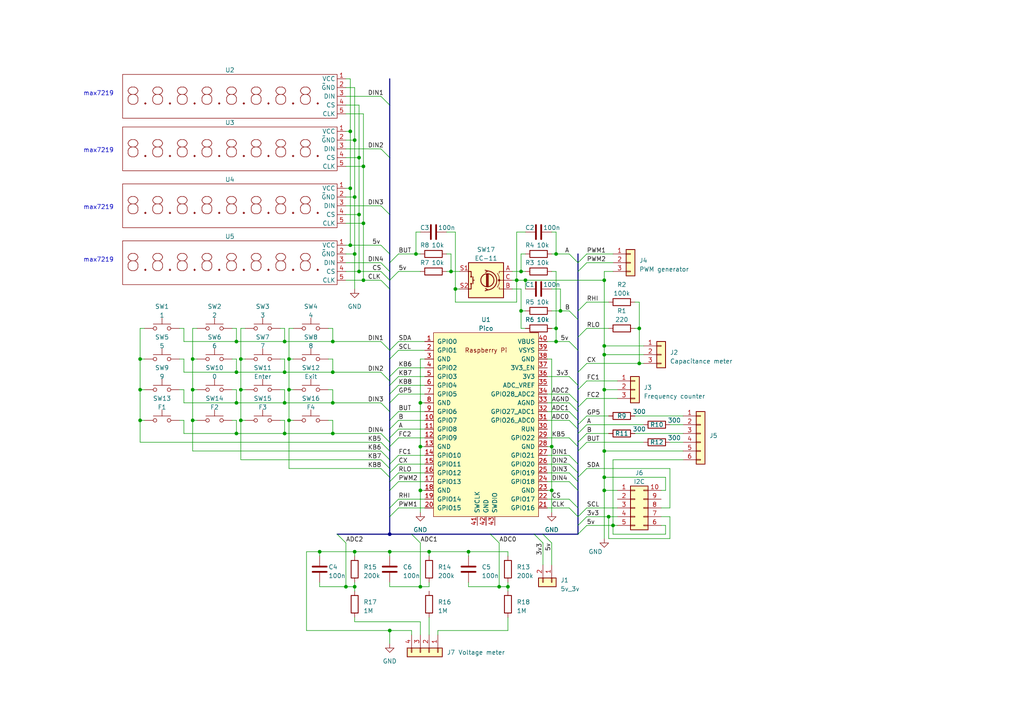
<source format=kicad_sch>
(kicad_sch (version 20230121) (generator eeschema)

  (uuid 274f82ab-5b27-4130-a3a2-5251012aeb74)

  (paper "A4")

  (lib_symbols
    (symbol "Connector_Generic:Conn_01x02" (pin_names (offset 1.016) hide) (in_bom yes) (on_board yes)
      (property "Reference" "J" (at 0 2.54 0)
        (effects (font (size 1.27 1.27)))
      )
      (property "Value" "Conn_01x02" (at 0 -5.08 0)
        (effects (font (size 1.27 1.27)))
      )
      (property "Footprint" "" (at 0 0 0)
        (effects (font (size 1.27 1.27)) hide)
      )
      (property "Datasheet" "~" (at 0 0 0)
        (effects (font (size 1.27 1.27)) hide)
      )
      (property "ki_keywords" "connector" (at 0 0 0)
        (effects (font (size 1.27 1.27)) hide)
      )
      (property "ki_description" "Generic connector, single row, 01x02, script generated (kicad-library-utils/schlib/autogen/connector/)" (at 0 0 0)
        (effects (font (size 1.27 1.27)) hide)
      )
      (property "ki_fp_filters" "Connector*:*_1x??_*" (at 0 0 0)
        (effects (font (size 1.27 1.27)) hide)
      )
      (symbol "Conn_01x02_1_1"
        (rectangle (start -1.27 -2.413) (end 0 -2.667)
          (stroke (width 0.1524) (type default))
          (fill (type none))
        )
        (rectangle (start -1.27 0.127) (end 0 -0.127)
          (stroke (width 0.1524) (type default))
          (fill (type none))
        )
        (rectangle (start -1.27 1.27) (end 1.27 -3.81)
          (stroke (width 0.254) (type default))
          (fill (type background))
        )
        (pin passive line (at -5.08 0 0) (length 3.81)
          (name "Pin_1" (effects (font (size 1.27 1.27))))
          (number "1" (effects (font (size 1.27 1.27))))
        )
        (pin passive line (at -5.08 -2.54 0) (length 3.81)
          (name "Pin_2" (effects (font (size 1.27 1.27))))
          (number "2" (effects (font (size 1.27 1.27))))
        )
      )
    )
    (symbol "Connector_Generic:Conn_01x03" (pin_names (offset 1.016) hide) (in_bom yes) (on_board yes)
      (property "Reference" "J" (at 0 5.08 0)
        (effects (font (size 1.27 1.27)))
      )
      (property "Value" "Conn_01x03" (at 0 -5.08 0)
        (effects (font (size 1.27 1.27)))
      )
      (property "Footprint" "" (at 0 0 0)
        (effects (font (size 1.27 1.27)) hide)
      )
      (property "Datasheet" "~" (at 0 0 0)
        (effects (font (size 1.27 1.27)) hide)
      )
      (property "ki_keywords" "connector" (at 0 0 0)
        (effects (font (size 1.27 1.27)) hide)
      )
      (property "ki_description" "Generic connector, single row, 01x03, script generated (kicad-library-utils/schlib/autogen/connector/)" (at 0 0 0)
        (effects (font (size 1.27 1.27)) hide)
      )
      (property "ki_fp_filters" "Connector*:*_1x??_*" (at 0 0 0)
        (effects (font (size 1.27 1.27)) hide)
      )
      (symbol "Conn_01x03_1_1"
        (rectangle (start -1.27 -2.413) (end 0 -2.667)
          (stroke (width 0.1524) (type default))
          (fill (type none))
        )
        (rectangle (start -1.27 0.127) (end 0 -0.127)
          (stroke (width 0.1524) (type default))
          (fill (type none))
        )
        (rectangle (start -1.27 2.667) (end 0 2.413)
          (stroke (width 0.1524) (type default))
          (fill (type none))
        )
        (rectangle (start -1.27 3.81) (end 1.27 -3.81)
          (stroke (width 0.254) (type default))
          (fill (type background))
        )
        (pin passive line (at -5.08 2.54 0) (length 3.81)
          (name "Pin_1" (effects (font (size 1.27 1.27))))
          (number "1" (effects (font (size 1.27 1.27))))
        )
        (pin passive line (at -5.08 0 0) (length 3.81)
          (name "Pin_2" (effects (font (size 1.27 1.27))))
          (number "2" (effects (font (size 1.27 1.27))))
        )
        (pin passive line (at -5.08 -2.54 0) (length 3.81)
          (name "Pin_3" (effects (font (size 1.27 1.27))))
          (number "3" (effects (font (size 1.27 1.27))))
        )
      )
    )
    (symbol "Connector_Generic:Conn_01x04" (pin_names (offset 1.016) hide) (in_bom yes) (on_board yes)
      (property "Reference" "J" (at 0 5.08 0)
        (effects (font (size 1.27 1.27)))
      )
      (property "Value" "Conn_01x04" (at 0 -7.62 0)
        (effects (font (size 1.27 1.27)))
      )
      (property "Footprint" "" (at 0 0 0)
        (effects (font (size 1.27 1.27)) hide)
      )
      (property "Datasheet" "~" (at 0 0 0)
        (effects (font (size 1.27 1.27)) hide)
      )
      (property "ki_keywords" "connector" (at 0 0 0)
        (effects (font (size 1.27 1.27)) hide)
      )
      (property "ki_description" "Generic connector, single row, 01x04, script generated (kicad-library-utils/schlib/autogen/connector/)" (at 0 0 0)
        (effects (font (size 1.27 1.27)) hide)
      )
      (property "ki_fp_filters" "Connector*:*_1x??_*" (at 0 0 0)
        (effects (font (size 1.27 1.27)) hide)
      )
      (symbol "Conn_01x04_1_1"
        (rectangle (start -1.27 -4.953) (end 0 -5.207)
          (stroke (width 0.1524) (type default))
          (fill (type none))
        )
        (rectangle (start -1.27 -2.413) (end 0 -2.667)
          (stroke (width 0.1524) (type default))
          (fill (type none))
        )
        (rectangle (start -1.27 0.127) (end 0 -0.127)
          (stroke (width 0.1524) (type default))
          (fill (type none))
        )
        (rectangle (start -1.27 2.667) (end 0 2.413)
          (stroke (width 0.1524) (type default))
          (fill (type none))
        )
        (rectangle (start -1.27 3.81) (end 1.27 -6.35)
          (stroke (width 0.254) (type default))
          (fill (type background))
        )
        (pin passive line (at -5.08 2.54 0) (length 3.81)
          (name "Pin_1" (effects (font (size 1.27 1.27))))
          (number "1" (effects (font (size 1.27 1.27))))
        )
        (pin passive line (at -5.08 0 0) (length 3.81)
          (name "Pin_2" (effects (font (size 1.27 1.27))))
          (number "2" (effects (font (size 1.27 1.27))))
        )
        (pin passive line (at -5.08 -2.54 0) (length 3.81)
          (name "Pin_3" (effects (font (size 1.27 1.27))))
          (number "3" (effects (font (size 1.27 1.27))))
        )
        (pin passive line (at -5.08 -5.08 0) (length 3.81)
          (name "Pin_4" (effects (font (size 1.27 1.27))))
          (number "4" (effects (font (size 1.27 1.27))))
        )
      )
    )
    (symbol "Connector_Generic:Conn_01x06" (pin_names (offset 1.016) hide) (in_bom yes) (on_board yes)
      (property "Reference" "J" (at 0 7.62 0)
        (effects (font (size 1.27 1.27)))
      )
      (property "Value" "Conn_01x06" (at 0 -10.16 0)
        (effects (font (size 1.27 1.27)))
      )
      (property "Footprint" "" (at 0 0 0)
        (effects (font (size 1.27 1.27)) hide)
      )
      (property "Datasheet" "~" (at 0 0 0)
        (effects (font (size 1.27 1.27)) hide)
      )
      (property "ki_keywords" "connector" (at 0 0 0)
        (effects (font (size 1.27 1.27)) hide)
      )
      (property "ki_description" "Generic connector, single row, 01x06, script generated (kicad-library-utils/schlib/autogen/connector/)" (at 0 0 0)
        (effects (font (size 1.27 1.27)) hide)
      )
      (property "ki_fp_filters" "Connector*:*_1x??_*" (at 0 0 0)
        (effects (font (size 1.27 1.27)) hide)
      )
      (symbol "Conn_01x06_1_1"
        (rectangle (start -1.27 -7.493) (end 0 -7.747)
          (stroke (width 0.1524) (type default))
          (fill (type none))
        )
        (rectangle (start -1.27 -4.953) (end 0 -5.207)
          (stroke (width 0.1524) (type default))
          (fill (type none))
        )
        (rectangle (start -1.27 -2.413) (end 0 -2.667)
          (stroke (width 0.1524) (type default))
          (fill (type none))
        )
        (rectangle (start -1.27 0.127) (end 0 -0.127)
          (stroke (width 0.1524) (type default))
          (fill (type none))
        )
        (rectangle (start -1.27 2.667) (end 0 2.413)
          (stroke (width 0.1524) (type default))
          (fill (type none))
        )
        (rectangle (start -1.27 5.207) (end 0 4.953)
          (stroke (width 0.1524) (type default))
          (fill (type none))
        )
        (rectangle (start -1.27 6.35) (end 1.27 -8.89)
          (stroke (width 0.254) (type default))
          (fill (type background))
        )
        (pin passive line (at -5.08 5.08 0) (length 3.81)
          (name "Pin_1" (effects (font (size 1.27 1.27))))
          (number "1" (effects (font (size 1.27 1.27))))
        )
        (pin passive line (at -5.08 2.54 0) (length 3.81)
          (name "Pin_2" (effects (font (size 1.27 1.27))))
          (number "2" (effects (font (size 1.27 1.27))))
        )
        (pin passive line (at -5.08 0 0) (length 3.81)
          (name "Pin_3" (effects (font (size 1.27 1.27))))
          (number "3" (effects (font (size 1.27 1.27))))
        )
        (pin passive line (at -5.08 -2.54 0) (length 3.81)
          (name "Pin_4" (effects (font (size 1.27 1.27))))
          (number "4" (effects (font (size 1.27 1.27))))
        )
        (pin passive line (at -5.08 -5.08 0) (length 3.81)
          (name "Pin_5" (effects (font (size 1.27 1.27))))
          (number "5" (effects (font (size 1.27 1.27))))
        )
        (pin passive line (at -5.08 -7.62 0) (length 3.81)
          (name "Pin_6" (effects (font (size 1.27 1.27))))
          (number "6" (effects (font (size 1.27 1.27))))
        )
      )
    )
    (symbol "Connector_Generic:Conn_02x05_Counter_Clockwise" (pin_names (offset 1.016) hide) (in_bom yes) (on_board yes)
      (property "Reference" "J" (at 1.27 7.62 0)
        (effects (font (size 1.27 1.27)))
      )
      (property "Value" "Conn_02x05_Counter_Clockwise" (at 1.27 -7.62 0)
        (effects (font (size 1.27 1.27)))
      )
      (property "Footprint" "" (at 0 0 0)
        (effects (font (size 1.27 1.27)) hide)
      )
      (property "Datasheet" "~" (at 0 0 0)
        (effects (font (size 1.27 1.27)) hide)
      )
      (property "ki_keywords" "connector" (at 0 0 0)
        (effects (font (size 1.27 1.27)) hide)
      )
      (property "ki_description" "Generic connector, double row, 02x05, counter clockwise pin numbering scheme (similar to DIP package numbering), script generated (kicad-library-utils/schlib/autogen/connector/)" (at 0 0 0)
        (effects (font (size 1.27 1.27)) hide)
      )
      (property "ki_fp_filters" "Connector*:*_2x??_*" (at 0 0 0)
        (effects (font (size 1.27 1.27)) hide)
      )
      (symbol "Conn_02x05_Counter_Clockwise_1_1"
        (rectangle (start -1.27 -4.953) (end 0 -5.207)
          (stroke (width 0.1524) (type default))
          (fill (type none))
        )
        (rectangle (start -1.27 -2.413) (end 0 -2.667)
          (stroke (width 0.1524) (type default))
          (fill (type none))
        )
        (rectangle (start -1.27 0.127) (end 0 -0.127)
          (stroke (width 0.1524) (type default))
          (fill (type none))
        )
        (rectangle (start -1.27 2.667) (end 0 2.413)
          (stroke (width 0.1524) (type default))
          (fill (type none))
        )
        (rectangle (start -1.27 5.207) (end 0 4.953)
          (stroke (width 0.1524) (type default))
          (fill (type none))
        )
        (rectangle (start -1.27 6.35) (end 3.81 -6.35)
          (stroke (width 0.254) (type default))
          (fill (type background))
        )
        (rectangle (start 3.81 -4.953) (end 2.54 -5.207)
          (stroke (width 0.1524) (type default))
          (fill (type none))
        )
        (rectangle (start 3.81 -2.413) (end 2.54 -2.667)
          (stroke (width 0.1524) (type default))
          (fill (type none))
        )
        (rectangle (start 3.81 0.127) (end 2.54 -0.127)
          (stroke (width 0.1524) (type default))
          (fill (type none))
        )
        (rectangle (start 3.81 2.667) (end 2.54 2.413)
          (stroke (width 0.1524) (type default))
          (fill (type none))
        )
        (rectangle (start 3.81 5.207) (end 2.54 4.953)
          (stroke (width 0.1524) (type default))
          (fill (type none))
        )
        (pin passive line (at -5.08 5.08 0) (length 3.81)
          (name "Pin_1" (effects (font (size 1.27 1.27))))
          (number "1" (effects (font (size 1.27 1.27))))
        )
        (pin passive line (at 7.62 5.08 180) (length 3.81)
          (name "Pin_10" (effects (font (size 1.27 1.27))))
          (number "10" (effects (font (size 1.27 1.27))))
        )
        (pin passive line (at -5.08 2.54 0) (length 3.81)
          (name "Pin_2" (effects (font (size 1.27 1.27))))
          (number "2" (effects (font (size 1.27 1.27))))
        )
        (pin passive line (at -5.08 0 0) (length 3.81)
          (name "Pin_3" (effects (font (size 1.27 1.27))))
          (number "3" (effects (font (size 1.27 1.27))))
        )
        (pin passive line (at -5.08 -2.54 0) (length 3.81)
          (name "Pin_4" (effects (font (size 1.27 1.27))))
          (number "4" (effects (font (size 1.27 1.27))))
        )
        (pin passive line (at -5.08 -5.08 0) (length 3.81)
          (name "Pin_5" (effects (font (size 1.27 1.27))))
          (number "5" (effects (font (size 1.27 1.27))))
        )
        (pin passive line (at 7.62 -5.08 180) (length 3.81)
          (name "Pin_6" (effects (font (size 1.27 1.27))))
          (number "6" (effects (font (size 1.27 1.27))))
        )
        (pin passive line (at 7.62 -2.54 180) (length 3.81)
          (name "Pin_7" (effects (font (size 1.27 1.27))))
          (number "7" (effects (font (size 1.27 1.27))))
        )
        (pin passive line (at 7.62 0 180) (length 3.81)
          (name "Pin_8" (effects (font (size 1.27 1.27))))
          (number "8" (effects (font (size 1.27 1.27))))
        )
        (pin passive line (at 7.62 2.54 180) (length 3.81)
          (name "Pin_9" (effects (font (size 1.27 1.27))))
          (number "9" (effects (font (size 1.27 1.27))))
        )
      )
    )
    (symbol "Device:C" (pin_numbers hide) (pin_names (offset 0.254)) (in_bom yes) (on_board yes)
      (property "Reference" "C" (at 0.635 2.54 0)
        (effects (font (size 1.27 1.27)) (justify left))
      )
      (property "Value" "C" (at 0.635 -2.54 0)
        (effects (font (size 1.27 1.27)) (justify left))
      )
      (property "Footprint" "" (at 0.9652 -3.81 0)
        (effects (font (size 1.27 1.27)) hide)
      )
      (property "Datasheet" "~" (at 0 0 0)
        (effects (font (size 1.27 1.27)) hide)
      )
      (property "ki_keywords" "cap capacitor" (at 0 0 0)
        (effects (font (size 1.27 1.27)) hide)
      )
      (property "ki_description" "Unpolarized capacitor" (at 0 0 0)
        (effects (font (size 1.27 1.27)) hide)
      )
      (property "ki_fp_filters" "C_*" (at 0 0 0)
        (effects (font (size 1.27 1.27)) hide)
      )
      (symbol "C_0_1"
        (polyline
          (pts
            (xy -2.032 -0.762)
            (xy 2.032 -0.762)
          )
          (stroke (width 0.508) (type default))
          (fill (type none))
        )
        (polyline
          (pts
            (xy -2.032 0.762)
            (xy 2.032 0.762)
          )
          (stroke (width 0.508) (type default))
          (fill (type none))
        )
      )
      (symbol "C_1_1"
        (pin passive line (at 0 3.81 270) (length 2.794)
          (name "~" (effects (font (size 1.27 1.27))))
          (number "1" (effects (font (size 1.27 1.27))))
        )
        (pin passive line (at 0 -3.81 90) (length 2.794)
          (name "~" (effects (font (size 1.27 1.27))))
          (number "2" (effects (font (size 1.27 1.27))))
        )
      )
    )
    (symbol "Device:R" (pin_numbers hide) (pin_names (offset 0)) (in_bom yes) (on_board yes)
      (property "Reference" "R" (at 2.032 0 90)
        (effects (font (size 1.27 1.27)))
      )
      (property "Value" "R" (at 0 0 90)
        (effects (font (size 1.27 1.27)))
      )
      (property "Footprint" "" (at -1.778 0 90)
        (effects (font (size 1.27 1.27)) hide)
      )
      (property "Datasheet" "~" (at 0 0 0)
        (effects (font (size 1.27 1.27)) hide)
      )
      (property "ki_keywords" "R res resistor" (at 0 0 0)
        (effects (font (size 1.27 1.27)) hide)
      )
      (property "ki_description" "Resistor" (at 0 0 0)
        (effects (font (size 1.27 1.27)) hide)
      )
      (property "ki_fp_filters" "R_*" (at 0 0 0)
        (effects (font (size 1.27 1.27)) hide)
      )
      (symbol "R_0_1"
        (rectangle (start -1.016 -2.54) (end 1.016 2.54)
          (stroke (width 0.254) (type default))
          (fill (type none))
        )
      )
      (symbol "R_1_1"
        (pin passive line (at 0 3.81 270) (length 1.27)
          (name "~" (effects (font (size 1.27 1.27))))
          (number "1" (effects (font (size 1.27 1.27))))
        )
        (pin passive line (at 0 -3.81 90) (length 1.27)
          (name "~" (effects (font (size 1.27 1.27))))
          (number "2" (effects (font (size 1.27 1.27))))
        )
      )
    )
    (symbol "Device:RotaryEncoder_Switch" (pin_names (offset 0.254) hide) (in_bom yes) (on_board yes)
      (property "Reference" "SW" (at 0 6.604 0)
        (effects (font (size 1.27 1.27)))
      )
      (property "Value" "RotaryEncoder_Switch" (at 0 -6.604 0)
        (effects (font (size 1.27 1.27)))
      )
      (property "Footprint" "" (at -3.81 4.064 0)
        (effects (font (size 1.27 1.27)) hide)
      )
      (property "Datasheet" "~" (at 0 6.604 0)
        (effects (font (size 1.27 1.27)) hide)
      )
      (property "ki_keywords" "rotary switch encoder switch push button" (at 0 0 0)
        (effects (font (size 1.27 1.27)) hide)
      )
      (property "ki_description" "Rotary encoder, dual channel, incremental quadrate outputs, with switch" (at 0 0 0)
        (effects (font (size 1.27 1.27)) hide)
      )
      (property "ki_fp_filters" "RotaryEncoder*Switch*" (at 0 0 0)
        (effects (font (size 1.27 1.27)) hide)
      )
      (symbol "RotaryEncoder_Switch_0_1"
        (rectangle (start -5.08 5.08) (end 5.08 -5.08)
          (stroke (width 0.254) (type default))
          (fill (type background))
        )
        (circle (center -3.81 0) (radius 0.254)
          (stroke (width 0) (type default))
          (fill (type outline))
        )
        (circle (center -0.381 0) (radius 1.905)
          (stroke (width 0.254) (type default))
          (fill (type none))
        )
        (arc (start -0.381 2.667) (mid -3.0988 -0.0635) (end -0.381 -2.794)
          (stroke (width 0.254) (type default))
          (fill (type none))
        )
        (polyline
          (pts
            (xy -0.635 -1.778)
            (xy -0.635 1.778)
          )
          (stroke (width 0.254) (type default))
          (fill (type none))
        )
        (polyline
          (pts
            (xy -0.381 -1.778)
            (xy -0.381 1.778)
          )
          (stroke (width 0.254) (type default))
          (fill (type none))
        )
        (polyline
          (pts
            (xy -0.127 1.778)
            (xy -0.127 -1.778)
          )
          (stroke (width 0.254) (type default))
          (fill (type none))
        )
        (polyline
          (pts
            (xy 3.81 0)
            (xy 3.429 0)
          )
          (stroke (width 0.254) (type default))
          (fill (type none))
        )
        (polyline
          (pts
            (xy 3.81 1.016)
            (xy 3.81 -1.016)
          )
          (stroke (width 0.254) (type default))
          (fill (type none))
        )
        (polyline
          (pts
            (xy -5.08 -2.54)
            (xy -3.81 -2.54)
            (xy -3.81 -2.032)
          )
          (stroke (width 0) (type default))
          (fill (type none))
        )
        (polyline
          (pts
            (xy -5.08 2.54)
            (xy -3.81 2.54)
            (xy -3.81 2.032)
          )
          (stroke (width 0) (type default))
          (fill (type none))
        )
        (polyline
          (pts
            (xy 0.254 -3.048)
            (xy -0.508 -2.794)
            (xy 0.127 -2.413)
          )
          (stroke (width 0.254) (type default))
          (fill (type none))
        )
        (polyline
          (pts
            (xy 0.254 2.921)
            (xy -0.508 2.667)
            (xy 0.127 2.286)
          )
          (stroke (width 0.254) (type default))
          (fill (type none))
        )
        (polyline
          (pts
            (xy 5.08 -2.54)
            (xy 4.318 -2.54)
            (xy 4.318 -1.016)
          )
          (stroke (width 0.254) (type default))
          (fill (type none))
        )
        (polyline
          (pts
            (xy 5.08 2.54)
            (xy 4.318 2.54)
            (xy 4.318 1.016)
          )
          (stroke (width 0.254) (type default))
          (fill (type none))
        )
        (polyline
          (pts
            (xy -5.08 0)
            (xy -3.81 0)
            (xy -3.81 -1.016)
            (xy -3.302 -2.032)
          )
          (stroke (width 0) (type default))
          (fill (type none))
        )
        (polyline
          (pts
            (xy -4.318 0)
            (xy -3.81 0)
            (xy -3.81 1.016)
            (xy -3.302 2.032)
          )
          (stroke (width 0) (type default))
          (fill (type none))
        )
        (circle (center 4.318 -1.016) (radius 0.127)
          (stroke (width 0.254) (type default))
          (fill (type none))
        )
        (circle (center 4.318 1.016) (radius 0.127)
          (stroke (width 0.254) (type default))
          (fill (type none))
        )
      )
      (symbol "RotaryEncoder_Switch_1_1"
        (pin passive line (at -7.62 2.54 0) (length 2.54)
          (name "A" (effects (font (size 1.27 1.27))))
          (number "A" (effects (font (size 1.27 1.27))))
        )
        (pin passive line (at -7.62 -2.54 0) (length 2.54)
          (name "B" (effects (font (size 1.27 1.27))))
          (number "B" (effects (font (size 1.27 1.27))))
        )
        (pin passive line (at -7.62 0 0) (length 2.54)
          (name "C" (effects (font (size 1.27 1.27))))
          (number "C" (effects (font (size 1.27 1.27))))
        )
        (pin passive line (at 7.62 2.54 180) (length 2.54)
          (name "S1" (effects (font (size 1.27 1.27))))
          (number "S1" (effects (font (size 1.27 1.27))))
        )
        (pin passive line (at 7.62 -2.54 180) (length 2.54)
          (name "S2" (effects (font (size 1.27 1.27))))
          (number "S2" (effects (font (size 1.27 1.27))))
        )
      )
    )
    (symbol "Pi Pico:Pico" (pin_names (offset 1.016)) (in_bom yes) (on_board yes)
      (property "Reference" "U" (at -13.97 27.94 0)
        (effects (font (size 1.27 1.27)))
      )
      (property "Value" "Pico" (at 0 19.05 0)
        (effects (font (size 1.27 1.27)))
      )
      (property "Footprint" "RPi_Pico:RPi_Pico_SMD_TH" (at 0 0 90)
        (effects (font (size 1.27 1.27)) hide)
      )
      (property "Datasheet" "" (at 0 0 0)
        (effects (font (size 1.27 1.27)) hide)
      )
      (symbol "Pico_0_0"
        (text "Raspberry Pi" (at 0 21.59 0)
          (effects (font (size 1.27 1.27)))
        )
      )
      (symbol "Pico_0_1"
        (rectangle (start -15.24 26.67) (end 15.24 -26.67)
          (stroke (width 0) (type solid))
          (fill (type background))
        )
      )
      (symbol "Pico_1_1"
        (pin bidirectional line (at -17.78 24.13 0) (length 2.54)
          (name "GPIO0" (effects (font (size 1.27 1.27))))
          (number "1" (effects (font (size 1.27 1.27))))
        )
        (pin bidirectional line (at -17.78 1.27 0) (length 2.54)
          (name "GPIO7" (effects (font (size 1.27 1.27))))
          (number "10" (effects (font (size 1.27 1.27))))
        )
        (pin bidirectional line (at -17.78 -1.27 0) (length 2.54)
          (name "GPIO8" (effects (font (size 1.27 1.27))))
          (number "11" (effects (font (size 1.27 1.27))))
        )
        (pin bidirectional line (at -17.78 -3.81 0) (length 2.54)
          (name "GPIO9" (effects (font (size 1.27 1.27))))
          (number "12" (effects (font (size 1.27 1.27))))
        )
        (pin power_in line (at -17.78 -6.35 0) (length 2.54)
          (name "GND" (effects (font (size 1.27 1.27))))
          (number "13" (effects (font (size 1.27 1.27))))
        )
        (pin bidirectional line (at -17.78 -8.89 0) (length 2.54)
          (name "GPIO10" (effects (font (size 1.27 1.27))))
          (number "14" (effects (font (size 1.27 1.27))))
        )
        (pin bidirectional line (at -17.78 -11.43 0) (length 2.54)
          (name "GPIO11" (effects (font (size 1.27 1.27))))
          (number "15" (effects (font (size 1.27 1.27))))
        )
        (pin bidirectional line (at -17.78 -13.97 0) (length 2.54)
          (name "GPIO12" (effects (font (size 1.27 1.27))))
          (number "16" (effects (font (size 1.27 1.27))))
        )
        (pin bidirectional line (at -17.78 -16.51 0) (length 2.54)
          (name "GPIO13" (effects (font (size 1.27 1.27))))
          (number "17" (effects (font (size 1.27 1.27))))
        )
        (pin power_in line (at -17.78 -19.05 0) (length 2.54)
          (name "GND" (effects (font (size 1.27 1.27))))
          (number "18" (effects (font (size 1.27 1.27))))
        )
        (pin bidirectional line (at -17.78 -21.59 0) (length 2.54)
          (name "GPIO14" (effects (font (size 1.27 1.27))))
          (number "19" (effects (font (size 1.27 1.27))))
        )
        (pin bidirectional line (at -17.78 21.59 0) (length 2.54)
          (name "GPIO1" (effects (font (size 1.27 1.27))))
          (number "2" (effects (font (size 1.27 1.27))))
        )
        (pin bidirectional line (at -17.78 -24.13 0) (length 2.54)
          (name "GPIO15" (effects (font (size 1.27 1.27))))
          (number "20" (effects (font (size 1.27 1.27))))
        )
        (pin bidirectional line (at 17.78 -24.13 180) (length 2.54)
          (name "GPIO16" (effects (font (size 1.27 1.27))))
          (number "21" (effects (font (size 1.27 1.27))))
        )
        (pin bidirectional line (at 17.78 -21.59 180) (length 2.54)
          (name "GPIO17" (effects (font (size 1.27 1.27))))
          (number "22" (effects (font (size 1.27 1.27))))
        )
        (pin power_in line (at 17.78 -19.05 180) (length 2.54)
          (name "GND" (effects (font (size 1.27 1.27))))
          (number "23" (effects (font (size 1.27 1.27))))
        )
        (pin bidirectional line (at 17.78 -16.51 180) (length 2.54)
          (name "GPIO18" (effects (font (size 1.27 1.27))))
          (number "24" (effects (font (size 1.27 1.27))))
        )
        (pin bidirectional line (at 17.78 -13.97 180) (length 2.54)
          (name "GPIO19" (effects (font (size 1.27 1.27))))
          (number "25" (effects (font (size 1.27 1.27))))
        )
        (pin bidirectional line (at 17.78 -11.43 180) (length 2.54)
          (name "GPIO20" (effects (font (size 1.27 1.27))))
          (number "26" (effects (font (size 1.27 1.27))))
        )
        (pin bidirectional line (at 17.78 -8.89 180) (length 2.54)
          (name "GPIO21" (effects (font (size 1.27 1.27))))
          (number "27" (effects (font (size 1.27 1.27))))
        )
        (pin power_in line (at 17.78 -6.35 180) (length 2.54)
          (name "GND" (effects (font (size 1.27 1.27))))
          (number "28" (effects (font (size 1.27 1.27))))
        )
        (pin bidirectional line (at 17.78 -3.81 180) (length 2.54)
          (name "GPIO22" (effects (font (size 1.27 1.27))))
          (number "29" (effects (font (size 1.27 1.27))))
        )
        (pin power_in line (at -17.78 19.05 0) (length 2.54)
          (name "GND" (effects (font (size 1.27 1.27))))
          (number "3" (effects (font (size 1.27 1.27))))
        )
        (pin input line (at 17.78 -1.27 180) (length 2.54)
          (name "RUN" (effects (font (size 1.27 1.27))))
          (number "30" (effects (font (size 1.27 1.27))))
        )
        (pin bidirectional line (at 17.78 1.27 180) (length 2.54)
          (name "GPIO26_ADC0" (effects (font (size 1.27 1.27))))
          (number "31" (effects (font (size 1.27 1.27))))
        )
        (pin bidirectional line (at 17.78 3.81 180) (length 2.54)
          (name "GPIO27_ADC1" (effects (font (size 1.27 1.27))))
          (number "32" (effects (font (size 1.27 1.27))))
        )
        (pin power_in line (at 17.78 6.35 180) (length 2.54)
          (name "AGND" (effects (font (size 1.27 1.27))))
          (number "33" (effects (font (size 1.27 1.27))))
        )
        (pin bidirectional line (at 17.78 8.89 180) (length 2.54)
          (name "GPIO28_ADC2" (effects (font (size 1.27 1.27))))
          (number "34" (effects (font (size 1.27 1.27))))
        )
        (pin unspecified line (at 17.78 11.43 180) (length 2.54)
          (name "ADC_VREF" (effects (font (size 1.27 1.27))))
          (number "35" (effects (font (size 1.27 1.27))))
        )
        (pin unspecified line (at 17.78 13.97 180) (length 2.54)
          (name "3V3" (effects (font (size 1.27 1.27))))
          (number "36" (effects (font (size 1.27 1.27))))
        )
        (pin input line (at 17.78 16.51 180) (length 2.54)
          (name "3V3_EN" (effects (font (size 1.27 1.27))))
          (number "37" (effects (font (size 1.27 1.27))))
        )
        (pin bidirectional line (at 17.78 19.05 180) (length 2.54)
          (name "GND" (effects (font (size 1.27 1.27))))
          (number "38" (effects (font (size 1.27 1.27))))
        )
        (pin unspecified line (at 17.78 21.59 180) (length 2.54)
          (name "VSYS" (effects (font (size 1.27 1.27))))
          (number "39" (effects (font (size 1.27 1.27))))
        )
        (pin bidirectional line (at -17.78 16.51 0) (length 2.54)
          (name "GPIO2" (effects (font (size 1.27 1.27))))
          (number "4" (effects (font (size 1.27 1.27))))
        )
        (pin unspecified line (at 17.78 24.13 180) (length 2.54)
          (name "VBUS" (effects (font (size 1.27 1.27))))
          (number "40" (effects (font (size 1.27 1.27))))
        )
        (pin input line (at -2.54 -29.21 90) (length 2.54)
          (name "SWCLK" (effects (font (size 1.27 1.27))))
          (number "41" (effects (font (size 1.27 1.27))))
        )
        (pin power_in line (at 0 -29.21 90) (length 2.54)
          (name "GND" (effects (font (size 1.27 1.27))))
          (number "42" (effects (font (size 1.27 1.27))))
        )
        (pin bidirectional line (at 2.54 -29.21 90) (length 2.54)
          (name "SWDIO" (effects (font (size 1.27 1.27))))
          (number "43" (effects (font (size 1.27 1.27))))
        )
        (pin bidirectional line (at -17.78 13.97 0) (length 2.54)
          (name "GPIO3" (effects (font (size 1.27 1.27))))
          (number "5" (effects (font (size 1.27 1.27))))
        )
        (pin bidirectional line (at -17.78 11.43 0) (length 2.54)
          (name "GPIO4" (effects (font (size 1.27 1.27))))
          (number "6" (effects (font (size 1.27 1.27))))
        )
        (pin bidirectional line (at -17.78 8.89 0) (length 2.54)
          (name "GPIO5" (effects (font (size 1.27 1.27))))
          (number "7" (effects (font (size 1.27 1.27))))
        )
        (pin power_in line (at -17.78 6.35 0) (length 2.54)
          (name "GND" (effects (font (size 1.27 1.27))))
          (number "8" (effects (font (size 1.27 1.27))))
        )
        (pin bidirectional line (at -17.78 3.81 0) (length 2.54)
          (name "GPIO6" (effects (font (size 1.27 1.27))))
          (number "9" (effects (font (size 1.27 1.27))))
        )
      )
    )
    (symbol "Switch:SW_Push" (pin_numbers hide) (pin_names (offset 1.016) hide) (in_bom yes) (on_board yes)
      (property "Reference" "SW" (at 1.27 2.54 0)
        (effects (font (size 1.27 1.27)) (justify left))
      )
      (property "Value" "SW_Push" (at 0 -1.524 0)
        (effects (font (size 1.27 1.27)))
      )
      (property "Footprint" "" (at 0 5.08 0)
        (effects (font (size 1.27 1.27)) hide)
      )
      (property "Datasheet" "~" (at 0 5.08 0)
        (effects (font (size 1.27 1.27)) hide)
      )
      (property "ki_keywords" "switch normally-open pushbutton push-button" (at 0 0 0)
        (effects (font (size 1.27 1.27)) hide)
      )
      (property "ki_description" "Push button switch, generic, two pins" (at 0 0 0)
        (effects (font (size 1.27 1.27)) hide)
      )
      (symbol "SW_Push_0_1"
        (circle (center -2.032 0) (radius 0.508)
          (stroke (width 0) (type default))
          (fill (type none))
        )
        (polyline
          (pts
            (xy 0 1.27)
            (xy 0 3.048)
          )
          (stroke (width 0) (type default))
          (fill (type none))
        )
        (polyline
          (pts
            (xy 2.54 1.27)
            (xy -2.54 1.27)
          )
          (stroke (width 0) (type default))
          (fill (type none))
        )
        (circle (center 2.032 0) (radius 0.508)
          (stroke (width 0) (type default))
          (fill (type none))
        )
        (pin passive line (at -5.08 0 0) (length 2.54)
          (name "1" (effects (font (size 1.27 1.27))))
          (number "1" (effects (font (size 1.27 1.27))))
        )
        (pin passive line (at 5.08 0 180) (length 2.54)
          (name "2" (effects (font (size 1.27 1.27))))
          (number "2" (effects (font (size 1.27 1.27))))
        )
      )
    )
    (symbol "max7219_module:max7219_module" (in_bom yes) (on_board yes)
      (property "Reference" "U" (at 0 6.35 0)
        (effects (font (size 1.27 1.27)))
      )
      (property "Value" "" (at -26.67 2.54 0)
        (effects (font (size 1.27 1.27)))
      )
      (property "Footprint" "" (at -26.67 2.54 0)
        (effects (font (size 1.27 1.27)) hide)
      )
      (property "Datasheet" "" (at -26.67 2.54 0)
        (effects (font (size 1.27 1.27)) hide)
      )
      (symbol "max7219_module_0_1"
        (rectangle (start -30.48 5.08) (end 31.75 -7.62)
          (stroke (width 0) (type default))
          (fill (type none))
        )
        (text "8.8.8.8.8.8.8.8." (at 2.54 -1.27 0)
          (effects (font (size 5 5)))
        )
      )
      (symbol "max7219_module_1_1"
        (pin power_in line (at -33.02 3.81 0) (length 2.54)
          (name "VCC" (effects (font (size 1.27 1.27))))
          (number "1" (effects (font (size 1.27 1.27))))
        )
        (pin power_in line (at -33.02 1.27 0) (length 2.54)
          (name "GND" (effects (font (size 1.27 1.27))))
          (number "2" (effects (font (size 1.27 1.27))))
        )
        (pin input line (at -33.02 -1.27 0) (length 2.54)
          (name "DIN" (effects (font (size 1.27 1.27))))
          (number "3" (effects (font (size 1.27 1.27))))
        )
        (pin input line (at -33.02 -3.81 0) (length 2.54)
          (name "CS" (effects (font (size 1.27 1.27))))
          (number "4" (effects (font (size 1.27 1.27))))
        )
        (pin input line (at -33.02 -6.35 0) (length 2.54)
          (name "CLK" (effects (font (size 1.27 1.27))))
          (number "5" (effects (font (size 1.27 1.27))))
        )
      )
    )
    (symbol "power:GND" (power) (pin_names (offset 0)) (in_bom yes) (on_board yes)
      (property "Reference" "#PWR" (at 0 -6.35 0)
        (effects (font (size 1.27 1.27)) hide)
      )
      (property "Value" "GND" (at 0 -3.81 0)
        (effects (font (size 1.27 1.27)))
      )
      (property "Footprint" "" (at 0 0 0)
        (effects (font (size 1.27 1.27)) hide)
      )
      (property "Datasheet" "" (at 0 0 0)
        (effects (font (size 1.27 1.27)) hide)
      )
      (property "ki_keywords" "global power" (at 0 0 0)
        (effects (font (size 1.27 1.27)) hide)
      )
      (property "ki_description" "Power symbol creates a global label with name \"GND\" , ground" (at 0 0 0)
        (effects (font (size 1.27 1.27)) hide)
      )
      (symbol "GND_0_1"
        (polyline
          (pts
            (xy 0 0)
            (xy 0 -1.27)
            (xy 1.27 -1.27)
            (xy 0 -2.54)
            (xy -1.27 -1.27)
            (xy 0 -1.27)
          )
          (stroke (width 0) (type default))
          (fill (type none))
        )
      )
      (symbol "GND_1_1"
        (pin power_in line (at 0 0 270) (length 0) hide
          (name "GND" (effects (font (size 1.27 1.27))))
          (number "1" (effects (font (size 1.27 1.27))))
        )
      )
    )
  )

  (junction (at 162.56 90.17) (diameter 0) (color 0 0 0 0)
    (uuid 0531fc72-a081-4173-9c60-6b989fb2e729)
  )
  (junction (at 104.14 78.74) (diameter 0) (color 0 0 0 0)
    (uuid 05b8d54c-62b8-4b7d-aae1-dd7def454b9d)
  )
  (junction (at 96.52 125.73) (diameter 0) (color 0 0 0 0)
    (uuid 0677f47f-9c49-4bd4-8fbb-355f709b26cb)
  )
  (junction (at 55.88 113.03) (diameter 0) (color 0 0 0 0)
    (uuid 09e59714-7c84-4280-b144-1500be06e633)
  )
  (junction (at 121.92 142.24) (diameter 0) (color 0 0 0 0)
    (uuid 11e4950b-d09c-4561-a423-e4523716e335)
  )
  (junction (at 175.26 113.03) (diameter 0) (color 0 0 0 0)
    (uuid 12e47c7d-fefa-4130-8f4f-7a2bcf362098)
  )
  (junction (at 96.52 116.84) (diameter 0) (color 0 0 0 0)
    (uuid 14e34c7a-3259-46f7-95df-27caa3586315)
  )
  (junction (at 96.52 107.95) (diameter 0) (color 0 0 0 0)
    (uuid 17a781ff-78f8-4ec4-b6af-ca8d8d5b5aaa)
  )
  (junction (at 113.03 154.94) (diameter 0) (color 0 0 0 0)
    (uuid 258ec22d-040c-4fbf-8ab9-691447baf694)
  )
  (junction (at 161.29 73.66) (diameter 0) (color 0 0 0 0)
    (uuid 2d1a713e-4190-402f-bd3e-b537cac12f07)
  )
  (junction (at 175.26 100.33) (diameter 0) (color 0 0 0 0)
    (uuid 2ff1ce19-5bf1-42aa-bea4-fb575bab74a1)
  )
  (junction (at 124.46 160.02) (diameter 0) (color 0 0 0 0)
    (uuid 40f9a2f4-78ae-4425-8915-591eb79a1382)
  )
  (junction (at 120.65 73.66) (diameter 0) (color 0 0 0 0)
    (uuid 410ef2cb-39fa-4830-812a-f8e54b6c3666)
  )
  (junction (at 151.13 78.74) (diameter 0) (color 0 0 0 0)
    (uuid 428b4cd6-0ae7-45c4-84b3-0ad3e166332f)
  )
  (junction (at 161.29 95.25) (diameter 0) (color 0 0 0 0)
    (uuid 48f2f7bc-b340-4efc-8e2e-837d0f474135)
  )
  (junction (at 176.53 149.86) (diameter 0) (color 0 0 0 0)
    (uuid 4cfee89f-07fa-4a3c-bf23-1db97d485cb8)
  )
  (junction (at 175.26 102.87) (diameter 0) (color 0 0 0 0)
    (uuid 50563559-5a46-43ac-88f9-6cc92bd89567)
  )
  (junction (at 102.87 73.66) (diameter 0) (color 0 0 0 0)
    (uuid 5732108f-c24e-4f3c-83b9-5e067cfaaff3)
  )
  (junction (at 105.41 64.77) (diameter 0) (color 0 0 0 0)
    (uuid 574bde0f-91ae-417b-ba47-77e72bb986ee)
  )
  (junction (at 82.55 107.95) (diameter 0) (color 0 0 0 0)
    (uuid 5cd654b3-645f-4bf2-b7da-422e8e1bf5af)
  )
  (junction (at 175.26 130.81) (diameter 0) (color 0 0 0 0)
    (uuid 638c320c-4c83-4fe6-a94e-a8ce674a30ba)
  )
  (junction (at 100.33 170.18) (diameter 0) (color 0 0 0 0)
    (uuid 63bf250a-1622-4e69-8a22-f8f751d61fe9)
  )
  (junction (at 68.58 99.06) (diameter 0) (color 0 0 0 0)
    (uuid 678c43ca-0d67-4d19-af59-d84906981518)
  )
  (junction (at 101.6 38.1) (diameter 0) (color 0 0 0 0)
    (uuid 6ac444f8-75b9-4572-869c-75cad8554ef9)
  )
  (junction (at 83.82 104.14) (diameter 0) (color 0 0 0 0)
    (uuid 6b52fbc8-5e36-433e-8e17-c70f5b91a76c)
  )
  (junction (at 82.55 116.84) (diameter 0) (color 0 0 0 0)
    (uuid 6c176238-67b2-4fc7-83da-dfc6bfbd53dc)
  )
  (junction (at 102.87 40.64) (diameter 0) (color 0 0 0 0)
    (uuid 6c28375b-363b-4543-aa24-1f9b272bffc8)
  )
  (junction (at 104.14 62.23) (diameter 0) (color 0 0 0 0)
    (uuid 6fc441c2-7cdd-41da-9c94-5bf56e11ad21)
  )
  (junction (at 102.87 160.02) (diameter 0) (color 0 0 0 0)
    (uuid 71e3cd58-941c-42d1-af8a-defc3fdb7be1)
  )
  (junction (at 121.92 129.54) (diameter 0) (color 0 0 0 0)
    (uuid 74fdefad-8a52-4810-9314-37f1b16d7a97)
  )
  (junction (at 83.82 113.03) (diameter 0) (color 0 0 0 0)
    (uuid 81a1fa05-c466-4a3d-be11-277df9837bcc)
  )
  (junction (at 175.26 81.28) (diameter 0) (color 0 0 0 0)
    (uuid 82601e8c-3b46-4416-9267-16972153ebe3)
  )
  (junction (at 132.08 83.82) (diameter 0) (color 0 0 0 0)
    (uuid 83a011a7-ab9c-48cc-a3c9-79f20ebda158)
  )
  (junction (at 130.81 78.74) (diameter 0) (color 0 0 0 0)
    (uuid 85320546-56cf-4f72-949c-b1bcb4ef4a83)
  )
  (junction (at 152.4 81.28) (diameter 0) (color 0 0 0 0)
    (uuid 8d3065dd-e717-4806-a9bc-3157f6570ad1)
  )
  (junction (at 149.86 81.28) (diameter 0) (color 0 0 0 0)
    (uuid 8f979c19-69ab-423d-96fd-1db688ef34aa)
  )
  (junction (at 82.55 99.06) (diameter 0) (color 0 0 0 0)
    (uuid 92f7f407-765b-4684-b721-01bb77115a04)
  )
  (junction (at 177.8 152.4) (diameter 0) (color 0 0 0 0)
    (uuid 94dee809-d41b-4837-a756-8cb07b459599)
  )
  (junction (at 40.64 121.92) (diameter 0) (color 0 0 0 0)
    (uuid 96c90092-b326-4767-8647-e23bc6c3e7e1)
  )
  (junction (at 83.82 121.92) (diameter 0) (color 0 0 0 0)
    (uuid 9e794f66-b823-42b1-92cd-a3fc13530ee5)
  )
  (junction (at 96.52 99.06) (diameter 0) (color 0 0 0 0)
    (uuid a5c3c7bc-c757-457e-9cce-bf6d30a914b9)
  )
  (junction (at 175.26 142.24) (diameter 0) (color 0 0 0 0)
    (uuid a814e9c2-acf9-40a3-84c4-dfc3ab9f10ce)
  )
  (junction (at 147.32 170.18) (diameter 0) (color 0 0 0 0)
    (uuid ac2b2286-6db7-4ad7-bce6-a234c30be504)
  )
  (junction (at 160.02 142.24) (diameter 0) (color 0 0 0 0)
    (uuid ac7fde89-f1b8-49f6-9c53-8740b253b309)
  )
  (junction (at 105.41 81.28) (diameter 0) (color 0 0 0 0)
    (uuid acb42826-af12-4501-9480-ccf7d98a3695)
  )
  (junction (at 144.78 170.18) (diameter 0) (color 0 0 0 0)
    (uuid accbce5f-a7f2-40cb-a4b3-ab2d70fbe826)
  )
  (junction (at 101.6 71.12) (diameter 0) (color 0 0 0 0)
    (uuid b1d122a1-405a-4d58-970e-1f7e4a4b3e2c)
  )
  (junction (at 113.03 160.02) (diameter 0) (color 0 0 0 0)
    (uuid bfe7343a-3890-4924-a1a3-4ebb0f60a63b)
  )
  (junction (at 151.13 90.17) (diameter 0) (color 0 0 0 0)
    (uuid c2f901e3-0499-4e69-8a51-2911ca1f7246)
  )
  (junction (at 68.58 116.84) (diameter 0) (color 0 0 0 0)
    (uuid c348e10c-f067-4aca-9d34-c87dbe869423)
  )
  (junction (at 121.92 170.18) (diameter 0) (color 0 0 0 0)
    (uuid c43829c6-461e-44a4-a49d-e9c886b6731c)
  )
  (junction (at 82.55 125.73) (diameter 0) (color 0 0 0 0)
    (uuid cbd1b680-4058-4b6a-9428-837ce07da77b)
  )
  (junction (at 69.85 121.92) (diameter 0) (color 0 0 0 0)
    (uuid cfb8c413-bd0b-4fec-912c-734a0da94fc0)
  )
  (junction (at 68.58 125.73) (diameter 0) (color 0 0 0 0)
    (uuid d1616a7e-e33b-4fbc-a1e9-3a60a5f6ca52)
  )
  (junction (at 104.14 45.72) (diameter 0) (color 0 0 0 0)
    (uuid d6dd4619-5472-4058-8c0d-4a04d177d7ff)
  )
  (junction (at 40.64 113.03) (diameter 0) (color 0 0 0 0)
    (uuid d875bc3e-e06e-4690-b25e-5b6b578bfed7)
  )
  (junction (at 68.58 107.95) (diameter 0) (color 0 0 0 0)
    (uuid ddb013de-c234-4139-b0cc-81767c37efb1)
  )
  (junction (at 161.29 99.06) (diameter 0) (color 0 0 0 0)
    (uuid ddd50b95-7fa1-4650-b754-1f72462a5f69)
  )
  (junction (at 55.88 121.92) (diameter 0) (color 0 0 0 0)
    (uuid df6aea91-1318-49d5-a19e-f99e672260b9)
  )
  (junction (at 92.71 160.02) (diameter 0) (color 0 0 0 0)
    (uuid e05fbdef-d1bf-4c9e-afb9-18572f0cdfa6)
  )
  (junction (at 121.92 116.84) (diameter 0) (color 0 0 0 0)
    (uuid e0d0cd1f-5880-4163-a152-ac4cfef712e7)
  )
  (junction (at 101.6 54.61) (diameter 0) (color 0 0 0 0)
    (uuid e2d7238f-1f76-4668-9d61-a0b416cb3163)
  )
  (junction (at 69.85 104.14) (diameter 0) (color 0 0 0 0)
    (uuid e33c6915-7a51-41c0-82f8-9b11957274bd)
  )
  (junction (at 135.89 160.02) (diameter 0) (color 0 0 0 0)
    (uuid e34967ca-0237-4175-872a-7fbd734fbc3a)
  )
  (junction (at 69.85 113.03) (diameter 0) (color 0 0 0 0)
    (uuid e3777a10-5cde-4726-9a11-840e319269f0)
  )
  (junction (at 160.02 129.54) (diameter 0) (color 0 0 0 0)
    (uuid e4587f2e-ed47-402c-9e27-dcc4b691143a)
  )
  (junction (at 102.87 57.15) (diameter 0) (color 0 0 0 0)
    (uuid e5330c35-67f2-4860-a2f8-c56589081a5b)
  )
  (junction (at 102.87 170.18) (diameter 0) (color 0 0 0 0)
    (uuid e8abcd79-1441-46a5-a4a4-8650aff335d4)
  )
  (junction (at 113.03 182.88) (diameter 0) (color 0 0 0 0)
    (uuid ebfc3f70-bd39-45db-89f0-a9ac7af3a560)
  )
  (junction (at 105.41 48.26) (diameter 0) (color 0 0 0 0)
    (uuid edb7f831-cdef-4750-b97c-f98b6b9fe3bb)
  )
  (junction (at 185.42 95.25) (diameter 0) (color 0 0 0 0)
    (uuid f0426ca8-0bcf-4c5b-ab86-e64caf9b3816)
  )
  (junction (at 40.64 104.14) (diameter 0) (color 0 0 0 0)
    (uuid f2bc012d-0a86-4d65-ab22-0dae25bf5958)
  )
  (junction (at 185.42 105.41) (diameter 0) (color 0 0 0 0)
    (uuid fb6c494d-de9f-4803-8cd3-c69b697884d3)
  )
  (junction (at 55.88 104.14) (diameter 0) (color 0 0 0 0)
    (uuid fbd5b362-2baf-4c9e-bb94-c7040ab0c510)
  )
  (junction (at 175.26 138.43) (diameter 0) (color 0 0 0 0)
    (uuid fc4c2843-8fa4-41f3-b2b0-d1cfed177907)
  )

  (bus_entry (at 165.1 109.22) (size 2.54 2.54)
    (stroke (width 0) (type default))
    (uuid 00768cbd-4850-4f5d-94f7-007d49238e1d)
  )
  (bus_entry (at 167.64 118.11) (size 2.54 -2.54)
    (stroke (width 0) (type default))
    (uuid 022982c4-8e0e-4b47-9bb1-f735322341b8)
  )
  (bus_entry (at 113.03 121.92) (size 2.54 -2.54)
    (stroke (width 0) (type default))
    (uuid 0547d680-d89c-4f76-bd73-63836d65c91b)
  )
  (bus_entry (at 110.49 128.27) (size 2.54 2.54)
    (stroke (width 0) (type default))
    (uuid 09c38532-4729-4e9e-bc61-67fb33d50247)
  )
  (bus_entry (at 142.24 154.94) (size 2.54 2.54)
    (stroke (width 0) (type default))
    (uuid 0c4f4136-190b-49aa-ba1b-0f6252b37931)
  )
  (bus_entry (at 110.49 27.94) (size 2.54 2.54)
    (stroke (width 0) (type default))
    (uuid 110d714b-7d8a-4327-9faa-d2c819c1b915)
  )
  (bus_entry (at 113.03 101.6) (size 2.54 -2.54)
    (stroke (width 0) (type default))
    (uuid 116b4af1-977f-4b84-80c5-9cc301cbcea0)
  )
  (bus_entry (at 113.03 81.28) (size 2.54 -2.54)
    (stroke (width 0) (type default))
    (uuid 12052810-b13a-4e53-b425-2b4439cde9d5)
  )
  (bus_entry (at 110.49 71.12) (size 2.54 2.54)
    (stroke (width 0) (type default))
    (uuid 15426985-b190-45bb-9967-a043c2e87891)
  )
  (bus_entry (at 167.64 128.27) (size 2.54 -2.54)
    (stroke (width 0) (type default))
    (uuid 15ed2a41-681e-4227-8d90-af14f6bec3ef)
  )
  (bus_entry (at 113.03 104.14) (size 2.54 -2.54)
    (stroke (width 0) (type default))
    (uuid 27562461-e538-4e27-a8c5-3cbb77a91f6f)
  )
  (bus_entry (at 167.64 130.81) (size 2.54 -2.54)
    (stroke (width 0) (type default))
    (uuid 290ed96f-2fb3-4eed-9b91-155209c77409)
  )
  (bus_entry (at 110.49 78.74) (size 2.54 2.54)
    (stroke (width 0) (type default))
    (uuid 29887a7a-6461-48af-af4b-d9f3c313314c)
  )
  (bus_entry (at 119.38 154.94) (size 2.54 2.54)
    (stroke (width 0) (type default))
    (uuid 2e023802-8375-4ad3-ad48-0e11315b683d)
  )
  (bus_entry (at 110.49 135.89) (size 2.54 2.54)
    (stroke (width 0) (type default))
    (uuid 358b3ab2-6f82-495d-96f5-9a6e607b0fc0)
  )
  (bus_entry (at 167.64 125.73) (size 2.54 -2.54)
    (stroke (width 0) (type default))
    (uuid 3ed0900a-c9dc-4053-85e2-28cb44b329bc)
  )
  (bus_entry (at 113.03 142.24) (size 2.54 -2.54)
    (stroke (width 0) (type default))
    (uuid 44243871-4a24-4c45-9747-f3f0734dbd7a)
  )
  (bus_entry (at 167.64 78.74) (size 2.54 -2.54)
    (stroke (width 0) (type default))
    (uuid 4b94aa84-8905-4c67-99be-feef8ba85413)
  )
  (bus_entry (at 167.64 154.94) (size 2.54 -2.54)
    (stroke (width 0) (type default))
    (uuid 4dc54b32-be7b-4137-981e-dc63989509c0)
  )
  (bus_entry (at 110.49 116.84) (size 2.54 2.54)
    (stroke (width 0) (type default))
    (uuid 4de0c1b6-bc5f-4cd3-92a9-53369486422a)
  )
  (bus_entry (at 165.1 134.62) (size 2.54 2.54)
    (stroke (width 0) (type default))
    (uuid 6393948d-f8ed-4e6c-b88c-d52b517653bc)
  )
  (bus_entry (at 113.03 109.22) (size 2.54 -2.54)
    (stroke (width 0) (type default))
    (uuid 66ecfb5f-f430-4042-92a8-78cab87a3b75)
  )
  (bus_entry (at 167.64 107.95) (size 2.54 -2.54)
    (stroke (width 0) (type default))
    (uuid 67c5f5a2-ccde-4995-abd4-9787441b70cc)
  )
  (bus_entry (at 113.03 134.62) (size 2.54 -2.54)
    (stroke (width 0) (type default))
    (uuid 68629fc7-351a-476a-807a-8008226981c4)
  )
  (bus_entry (at 110.49 81.28) (size 2.54 2.54)
    (stroke (width 0) (type default))
    (uuid 72c82a0b-1f43-48c5-baf3-450576354f87)
  )
  (bus_entry (at 113.03 149.86) (size 2.54 -2.54)
    (stroke (width 0) (type default))
    (uuid 735fbd9f-e6c1-4551-a69a-3b497c701904)
  )
  (bus_entry (at 167.64 90.17) (size 2.54 -2.54)
    (stroke (width 0) (type default))
    (uuid 75c4f502-031b-45d3-9959-b740ad3f54fc)
  )
  (bus_entry (at 165.1 99.06) (size 2.54 2.54)
    (stroke (width 0) (type default))
    (uuid 7f632df2-87c0-4a7b-86cf-d059d3366d2b)
  )
  (bus_entry (at 110.49 125.73) (size 2.54 2.54)
    (stroke (width 0) (type default))
    (uuid 8653b782-14e9-4fa3-8247-6cb089eb262c)
  )
  (bus_entry (at 154.94 154.94) (size 2.54 2.54)
    (stroke (width 0) (type default))
    (uuid 889595eb-27e8-418c-abb0-a41c923b1c5c)
  )
  (bus_entry (at 165.1 121.92) (size 2.54 2.54)
    (stroke (width 0) (type default))
    (uuid 88db1ddc-d0bd-4dda-bbc2-44666b5005ae)
  )
  (bus_entry (at 165.1 144.78) (size 2.54 2.54)
    (stroke (width 0) (type default))
    (uuid 8c192680-bab1-4cbc-993d-8ee0cab7968e)
  )
  (bus_entry (at 110.49 133.35) (size 2.54 2.54)
    (stroke (width 0) (type default))
    (uuid 8c19adc1-9fce-4029-9769-eb58248082c8)
  )
  (bus_entry (at 165.1 147.32) (size 2.54 2.54)
    (stroke (width 0) (type default))
    (uuid 8c496487-4116-4964-9fb9-996bbb3d58d9)
  )
  (bus_entry (at 113.03 129.54) (size 2.54 -2.54)
    (stroke (width 0) (type default))
    (uuid 9260d390-e125-4cd4-a9f8-9b9a420ca044)
  )
  (bus_entry (at 97.79 154.94) (size 2.54 2.54)
    (stroke (width 0) (type default))
    (uuid 96b969be-ebf5-42d5-a5c8-84f6790d4b5d)
  )
  (bus_entry (at 165.1 114.3) (size 2.54 2.54)
    (stroke (width 0) (type default))
    (uuid 9dc5d7bb-4404-4b80-8298-81d5f8f39f2d)
  )
  (bus_entry (at 113.03 116.84) (size 2.54 -2.54)
    (stroke (width 0) (type default))
    (uuid a60df6e8-ea21-40c3-b210-373beca6266f)
  )
  (bus_entry (at 110.49 59.69) (size 2.54 2.54)
    (stroke (width 0) (type default))
    (uuid a72768a4-499a-438a-821a-ca9a81c00742)
  )
  (bus_entry (at 165.1 119.38) (size 2.54 2.54)
    (stroke (width 0) (type default))
    (uuid aa0f646e-c72a-4173-b645-686b7ad1850d)
  )
  (bus_entry (at 113.03 147.32) (size 2.54 -2.54)
    (stroke (width 0) (type default))
    (uuid b345c974-f8db-4e5d-bf68-7c20a32a0c67)
  )
  (bus_entry (at 165.1 139.7) (size 2.54 2.54)
    (stroke (width 0) (type default))
    (uuid b67ec6de-6fd7-47d9-84b5-0af68d7c7b65)
  )
  (bus_entry (at 167.64 152.4) (size 2.54 -2.54)
    (stroke (width 0) (type default))
    (uuid b7085d1e-f408-4dde-b184-7bc924939d86)
  )
  (bus_entry (at 110.49 76.2) (size 2.54 2.54)
    (stroke (width 0) (type default))
    (uuid bebe7d01-2858-4c7c-8fae-36696d4510fe)
  )
  (bus_entry (at 167.64 149.86) (size 2.54 -2.54)
    (stroke (width 0) (type default))
    (uuid c0b323fe-619a-4ec5-87d5-c029abd138e2)
  )
  (bus_entry (at 165.1 137.16) (size 2.54 2.54)
    (stroke (width 0) (type default))
    (uuid c4be12d0-53e1-4963-99de-bfbaed5a58c6)
  )
  (bus_entry (at 113.03 139.7) (size 2.54 -2.54)
    (stroke (width 0) (type default))
    (uuid c925b7ed-e7fe-4ea0-88a7-1a3630358324)
  )
  (bus_entry (at 113.03 114.3) (size 2.54 -2.54)
    (stroke (width 0) (type default))
    (uuid cad63899-c081-421c-ad10-cb4478096834)
  )
  (bus_entry (at 113.03 137.16) (size 2.54 -2.54)
    (stroke (width 0) (type default))
    (uuid caf9d36b-2d05-4159-bde3-839a7eb4af7e)
  )
  (bus_entry (at 167.64 123.19) (size 2.54 -2.54)
    (stroke (width 0) (type default))
    (uuid d643b947-8024-432c-bd1f-adff1bb32afc)
  )
  (bus_entry (at 167.64 113.03) (size 2.54 -2.54)
    (stroke (width 0) (type default))
    (uuid d745f928-7dc8-4363-832d-5378040b4c54)
  )
  (bus_entry (at 165.1 127) (size 2.54 2.54)
    (stroke (width 0) (type default))
    (uuid d8c654da-93a3-4327-85aa-5003896e8ada)
  )
  (bus_entry (at 113.03 76.2) (size 2.54 -2.54)
    (stroke (width 0) (type default))
    (uuid e335b1e6-3232-4a2b-8776-9d42f37a763d)
  )
  (bus_entry (at 157.48 154.94) (size 2.54 2.54)
    (stroke (width 0) (type default))
    (uuid e526ed3b-1d6d-499d-a04b-b3c8ceaf3b57)
  )
  (bus_entry (at 167.64 138.43) (size 2.54 -2.54)
    (stroke (width 0) (type default))
    (uuid e781a34b-50c9-4c81-8f23-8175805a5fae)
  )
  (bus_entry (at 165.1 73.66) (size 2.54 2.54)
    (stroke (width 0) (type default))
    (uuid e9850fa7-e91f-4cc3-8255-1c5e331c850c)
  )
  (bus_entry (at 110.49 107.95) (size 2.54 2.54)
    (stroke (width 0) (type default))
    (uuid eb02d865-a3f2-47c7-ac56-4dd461ba4819)
  )
  (bus_entry (at 113.03 111.76) (size 2.54 -2.54)
    (stroke (width 0) (type default))
    (uuid ebd7067a-f5ee-417c-9254-58446aecaa3d)
  )
  (bus_entry (at 165.1 116.84) (size 2.54 2.54)
    (stroke (width 0) (type default))
    (uuid ebda7035-39a0-4504-9cf6-f06dd09d5e3f)
  )
  (bus_entry (at 167.64 76.2) (size 2.54 -2.54)
    (stroke (width 0) (type default))
    (uuid ee37a3e8-f269-4536-bd34-108b2c24a52e)
  )
  (bus_entry (at 110.49 99.06) (size 2.54 2.54)
    (stroke (width 0) (type default))
    (uuid eeee8169-215c-49f7-a234-223131f3b3a7)
  )
  (bus_entry (at 167.64 97.79) (size 2.54 -2.54)
    (stroke (width 0) (type default))
    (uuid f1d2aca5-7320-4861-9609-f9fb4fbbeae0)
  )
  (bus_entry (at 110.49 43.18) (size 2.54 2.54)
    (stroke (width 0) (type default))
    (uuid f8e1f87c-476d-4af9-9878-6bfec44f5ce5)
  )
  (bus_entry (at 165.1 132.08) (size 2.54 2.54)
    (stroke (width 0) (type default))
    (uuid f94d4453-557d-4fe4-bd58-8cab15833629)
  )
  (bus_entry (at 165.1 90.17) (size 2.54 2.54)
    (stroke (width 0) (type default))
    (uuid fafa9341-00e7-4bf2-91c9-796212951a51)
  )
  (bus_entry (at 113.03 127) (size 2.54 -2.54)
    (stroke (width 0) (type default))
    (uuid fbede2f5-14a0-4c68-8f7c-bff06becbd53)
  )
  (bus_entry (at 113.03 124.46) (size 2.54 -2.54)
    (stroke (width 0) (type default))
    (uuid fd1e01d0-036a-497b-87d1-2e9d4f7240ab)
  )
  (bus_entry (at 110.49 130.81) (size 2.54 2.54)
    (stroke (width 0) (type default))
    (uuid fef4b841-6ad5-4061-a8cf-b38fe29b1c23)
  )

  (bus (pts (xy 167.64 73.66) (xy 167.64 76.2))
    (stroke (width 0) (type default))
    (uuid 0052436c-7bb4-4457-8271-4dcc24a51e8f)
  )
  (bus (pts (xy 113.03 116.84) (xy 113.03 119.38))
    (stroke (width 0) (type default))
    (uuid 007ce4c7-feb0-40e8-aa8b-1938a56dacbb)
  )

  (wire (pts (xy 82.55 107.95) (xy 96.52 107.95))
    (stroke (width 0) (type default))
    (uuid 00f243ef-08dc-4bce-9b1d-ea60fbc0634c)
  )
  (wire (pts (xy 53.34 107.95) (xy 68.58 107.95))
    (stroke (width 0) (type default))
    (uuid 0172070d-5054-4686-8cd4-0e7215e833a6)
  )
  (bus (pts (xy 113.03 130.81) (xy 113.03 133.35))
    (stroke (width 0) (type default))
    (uuid 02884083-7fd0-4332-a5f7-7ee55d8765b7)
  )

  (wire (pts (xy 119.38 182.88) (xy 113.03 182.88))
    (stroke (width 0) (type default))
    (uuid 04a8322c-8268-4bbe-b09b-b1cbbfa2b55c)
  )
  (bus (pts (xy 154.94 154.94) (xy 157.48 154.94))
    (stroke (width 0) (type default))
    (uuid 04e38586-e92e-41f9-8969-6ad2dee16d59)
  )

  (wire (pts (xy 113.03 182.88) (xy 113.03 186.69))
    (stroke (width 0) (type default))
    (uuid 04e5f2bc-85cb-4c83-9b2a-d58dca73a497)
  )
  (wire (pts (xy 57.15 95.25) (xy 55.88 95.25))
    (stroke (width 0) (type default))
    (uuid 04fe97d1-734d-43e2-bdbe-b56dbed07be3)
  )
  (wire (pts (xy 175.26 130.81) (xy 198.12 130.81))
    (stroke (width 0) (type default))
    (uuid 0554e423-433f-44a9-95e9-7f4af4084fa5)
  )
  (wire (pts (xy 170.18 87.63) (xy 176.53 87.63))
    (stroke (width 0) (type default))
    (uuid 0649b20d-9ac9-4e8c-b864-5c89e332a277)
  )
  (wire (pts (xy 100.33 71.12) (xy 101.6 71.12))
    (stroke (width 0) (type default))
    (uuid 064ac667-d837-421f-b15f-60f21af21167)
  )
  (wire (pts (xy 161.29 73.66) (xy 165.1 73.66))
    (stroke (width 0) (type default))
    (uuid 06c6be2d-f1d4-4b5e-a4d6-a43ecd921b50)
  )
  (wire (pts (xy 191.77 147.32) (xy 194.31 147.32))
    (stroke (width 0) (type default))
    (uuid 072ab5ab-2f32-405e-adf8-b305fc4f0158)
  )
  (wire (pts (xy 194.31 156.21) (xy 194.31 149.86))
    (stroke (width 0) (type default))
    (uuid 08960a49-974c-474f-a609-53f4898dfd3b)
  )
  (wire (pts (xy 193.04 142.24) (xy 191.77 142.24))
    (stroke (width 0) (type default))
    (uuid 09513043-1b09-49c1-9934-c27475ad77fb)
  )
  (wire (pts (xy 175.26 81.28) (xy 175.26 100.33))
    (stroke (width 0) (type default))
    (uuid 09ae4557-57ed-4a93-bdfb-c41bc259a85b)
  )
  (bus (pts (xy 167.64 123.19) (xy 167.64 124.46))
    (stroke (width 0) (type default))
    (uuid 09eae8ba-4e11-4ec0-9939-3bc11bf9baa1)
  )

  (wire (pts (xy 162.56 83.82) (xy 162.56 90.17))
    (stroke (width 0) (type default))
    (uuid 0a931f3a-3c02-4916-8fa5-edea9091e299)
  )
  (bus (pts (xy 113.03 154.94) (xy 119.38 154.94))
    (stroke (width 0) (type default))
    (uuid 0ad508cc-ea1e-4f85-9435-9e9ddf424b6e)
  )

  (wire (pts (xy 53.34 116.84) (xy 68.58 116.84))
    (stroke (width 0) (type default))
    (uuid 0d1f7ee3-06f2-4075-950c-713e6452e9e7)
  )
  (wire (pts (xy 96.52 116.84) (xy 110.49 116.84))
    (stroke (width 0) (type default))
    (uuid 0d3b9552-fab3-44c2-8f40-d78c6830c951)
  )
  (wire (pts (xy 149.86 81.28) (xy 149.86 87.63))
    (stroke (width 0) (type default))
    (uuid 0d8d365d-5c05-4968-bacf-ea63b6bf4a24)
  )
  (wire (pts (xy 175.26 113.03) (xy 175.26 102.87))
    (stroke (width 0) (type default))
    (uuid 0e16fd84-b5e0-4efc-8012-9314bfffb407)
  )
  (wire (pts (xy 158.75 127) (xy 165.1 127))
    (stroke (width 0) (type default))
    (uuid 0e918814-d4b1-42f9-9efa-b89cd791d87a)
  )
  (wire (pts (xy 53.34 121.92) (xy 53.34 125.73))
    (stroke (width 0) (type default))
    (uuid 0ea35611-c0e5-4116-9e02-3f32d791dd11)
  )
  (wire (pts (xy 100.33 40.64) (xy 102.87 40.64))
    (stroke (width 0) (type default))
    (uuid 0eac5d5c-a9b5-4c23-9ea7-7b691af6a185)
  )
  (wire (pts (xy 175.26 130.81) (xy 175.26 138.43))
    (stroke (width 0) (type default))
    (uuid 105afa02-9da9-43f4-a3b2-dd21f58bb160)
  )
  (wire (pts (xy 115.57 109.22) (xy 123.19 109.22))
    (stroke (width 0) (type default))
    (uuid 10915ac8-a933-4f76-a388-ef82f6fad429)
  )
  (wire (pts (xy 81.28 113.03) (xy 82.55 113.03))
    (stroke (width 0) (type default))
    (uuid 118abebc-0cd1-460e-8be1-3bf671a2e726)
  )
  (bus (pts (xy 167.64 78.74) (xy 167.64 90.17))
    (stroke (width 0) (type default))
    (uuid 11d39578-3e2b-405e-ba6d-b16821cf845d)
  )

  (wire (pts (xy 40.64 121.92) (xy 40.64 128.27))
    (stroke (width 0) (type default))
    (uuid 11f99db8-0a1a-487a-8159-717706f02a7e)
  )
  (wire (pts (xy 157.48 157.48) (xy 157.48 163.83))
    (stroke (width 0) (type default))
    (uuid 12de4fd8-681a-4f80-af45-e3d93e1c83a3)
  )
  (bus (pts (xy 167.64 118.11) (xy 167.64 119.38))
    (stroke (width 0) (type default))
    (uuid 134425a3-ef9d-4ab1-b1ff-0cfbe6bb7139)
  )

  (wire (pts (xy 69.85 133.35) (xy 110.49 133.35))
    (stroke (width 0) (type default))
    (uuid 13caff5d-a2df-421b-a9f9-c0fa795a2389)
  )
  (bus (pts (xy 113.03 110.49) (xy 113.03 111.76))
    (stroke (width 0) (type default))
    (uuid 14069435-db5e-48a3-a75f-d8847d15a47f)
  )

  (wire (pts (xy 135.89 160.02) (xy 135.89 161.29))
    (stroke (width 0) (type default))
    (uuid 16200991-b04a-4935-97a4-ce2bbebb51c9)
  )
  (wire (pts (xy 158.75 114.3) (xy 165.1 114.3))
    (stroke (width 0) (type default))
    (uuid 16585e21-7ee3-4bfa-b18f-8046051c9fce)
  )
  (wire (pts (xy 52.07 121.92) (xy 53.34 121.92))
    (stroke (width 0) (type default))
    (uuid 16e5232f-2242-4584-8b16-4254965952d0)
  )
  (wire (pts (xy 101.6 54.61) (xy 101.6 71.12))
    (stroke (width 0) (type default))
    (uuid 1715a6c6-fdbb-48e5-9d1f-46a74fc8d0bd)
  )
  (wire (pts (xy 124.46 170.18) (xy 121.92 170.18))
    (stroke (width 0) (type default))
    (uuid 18f85d1d-c5e2-4e90-96a9-0988ba4c39a6)
  )
  (wire (pts (xy 82.55 125.73) (xy 96.52 125.73))
    (stroke (width 0) (type default))
    (uuid 1ae10134-17bb-47a9-b425-cd15c4f39b3e)
  )
  (wire (pts (xy 55.88 95.25) (xy 55.88 104.14))
    (stroke (width 0) (type default))
    (uuid 1d85083b-fb13-49cb-8f7a-286b2ee8e112)
  )
  (wire (pts (xy 160.02 90.17) (xy 162.56 90.17))
    (stroke (width 0) (type default))
    (uuid 1e5dc7ab-1fee-49be-add9-64ad30e41dda)
  )
  (wire (pts (xy 53.34 113.03) (xy 53.34 116.84))
    (stroke (width 0) (type default))
    (uuid 1e9f4df3-c11c-4be8-922a-67fa23921d67)
  )
  (wire (pts (xy 88.9 160.02) (xy 92.71 160.02))
    (stroke (width 0) (type default))
    (uuid 1f311599-7660-44ba-8610-f08a4f3a2cc8)
  )
  (wire (pts (xy 184.15 125.73) (xy 198.12 125.73))
    (stroke (width 0) (type default))
    (uuid 2006bff5-9e24-4f85-877a-1e0112821f14)
  )
  (wire (pts (xy 152.4 73.66) (xy 151.13 73.66))
    (stroke (width 0) (type default))
    (uuid 2067122b-e2fb-4a12-a061-b4f33f6232f9)
  )
  (wire (pts (xy 124.46 160.02) (xy 113.03 160.02))
    (stroke (width 0) (type default))
    (uuid 21588c5d-4b42-43cc-9502-12ca28c1059d)
  )
  (bus (pts (xy 113.03 111.76) (xy 113.03 114.3))
    (stroke (width 0) (type default))
    (uuid 2276e072-26ea-4050-aaad-e1cd9103c412)
  )

  (wire (pts (xy 135.89 160.02) (xy 124.46 160.02))
    (stroke (width 0) (type default))
    (uuid 22e0ad5a-f74a-4fad-9424-061599fffda8)
  )
  (wire (pts (xy 129.54 78.74) (xy 130.81 78.74))
    (stroke (width 0) (type default))
    (uuid 2439e474-1cd3-4f10-b8e5-5560379142aa)
  )
  (wire (pts (xy 151.13 83.82) (xy 151.13 90.17))
    (stroke (width 0) (type default))
    (uuid 2542ad71-b879-469b-acf6-27a24cbc07ad)
  )
  (bus (pts (xy 167.64 125.73) (xy 167.64 128.27))
    (stroke (width 0) (type default))
    (uuid 2764d0c7-8617-4d9d-8263-4535ec822805)
  )

  (wire (pts (xy 68.58 113.03) (xy 68.58 116.84))
    (stroke (width 0) (type default))
    (uuid 27bcf55f-0b6f-4af5-b8eb-34c7c6f42d04)
  )
  (wire (pts (xy 177.8 133.35) (xy 198.12 133.35))
    (stroke (width 0) (type default))
    (uuid 27cb055a-b513-46c4-a307-109f91848c3b)
  )
  (wire (pts (xy 135.89 170.18) (xy 144.78 170.18))
    (stroke (width 0) (type default))
    (uuid 2c32ebae-c9ea-4ff7-80a1-6641687c618d)
  )
  (wire (pts (xy 175.26 138.43) (xy 193.04 138.43))
    (stroke (width 0) (type default))
    (uuid 2d341565-e98f-47c1-9172-511546fc41e6)
  )
  (bus (pts (xy 113.03 124.46) (xy 113.03 127))
    (stroke (width 0) (type default))
    (uuid 2d7f1bb1-3b1d-4742-a931-299d06b7eadb)
  )
  (bus (pts (xy 113.03 127) (xy 113.03 128.27))
    (stroke (width 0) (type default))
    (uuid 2d999876-1cb6-44a1-9e11-d032068f9c5a)
  )

  (wire (pts (xy 68.58 99.06) (xy 82.55 99.06))
    (stroke (width 0) (type default))
    (uuid 2e3f180f-1750-43d9-8b8c-7a151b0b0eff)
  )
  (wire (pts (xy 162.56 90.17) (xy 165.1 90.17))
    (stroke (width 0) (type default))
    (uuid 2ec86bb8-5f36-4e13-8249-f0d28545978c)
  )
  (wire (pts (xy 175.26 138.43) (xy 175.26 142.24))
    (stroke (width 0) (type default))
    (uuid 31128a5a-fdf9-4d9d-8ecc-4f1680acb3cc)
  )
  (wire (pts (xy 124.46 179.07) (xy 124.46 184.15))
    (stroke (width 0) (type default))
    (uuid 31915f06-aaae-4aa4-ada7-ac7f2adedef8)
  )
  (wire (pts (xy 130.81 78.74) (xy 133.35 78.74))
    (stroke (width 0) (type default))
    (uuid 320cc6b5-2521-473f-a64c-7c06582676d6)
  )
  (wire (pts (xy 100.33 78.74) (xy 104.14 78.74))
    (stroke (width 0) (type default))
    (uuid 332cdf40-2c82-49ad-a0d6-cd55b872a370)
  )
  (bus (pts (xy 113.03 30.48) (xy 113.03 45.72))
    (stroke (width 0) (type default))
    (uuid 33781825-b57a-4592-8fc7-fa5a3fa154ab)
  )

  (wire (pts (xy 147.32 161.29) (xy 147.32 160.02))
    (stroke (width 0) (type default))
    (uuid 347857ee-a789-410a-99d0-cdd5c23eda2d)
  )
  (wire (pts (xy 158.75 134.62) (xy 165.1 134.62))
    (stroke (width 0) (type default))
    (uuid 353c53ad-81c3-4039-8272-b3e5788ce246)
  )
  (wire (pts (xy 67.31 104.14) (xy 68.58 104.14))
    (stroke (width 0) (type default))
    (uuid 3565830f-6c24-4789-a000-f5dd10532fe7)
  )
  (wire (pts (xy 115.57 106.68) (xy 123.19 106.68))
    (stroke (width 0) (type default))
    (uuid 365260b1-324a-4e5a-9a62-d0f271d723c0)
  )
  (wire (pts (xy 121.92 142.24) (xy 121.92 148.59))
    (stroke (width 0) (type default))
    (uuid 3a6f9560-693a-4a86-891d-e7cdf5ae7899)
  )
  (wire (pts (xy 88.9 182.88) (xy 88.9 160.02))
    (stroke (width 0) (type default))
    (uuid 3b9d72ff-fc1e-4c0b-bea5-433e677011f4)
  )
  (wire (pts (xy 115.57 137.16) (xy 123.19 137.16))
    (stroke (width 0) (type default))
    (uuid 3c584e70-fcf8-40bd-9095-47cdd83efd7e)
  )
  (wire (pts (xy 100.33 54.61) (xy 101.6 54.61))
    (stroke (width 0) (type default))
    (uuid 3cbdb085-0924-413e-a800-92f9e79ce0bf)
  )
  (wire (pts (xy 83.82 113.03) (xy 85.09 113.03))
    (stroke (width 0) (type default))
    (uuid 3cfedf04-c60e-44e4-bcfd-b948d90def50)
  )
  (wire (pts (xy 55.88 113.03) (xy 57.15 113.03))
    (stroke (width 0) (type default))
    (uuid 3d29b9d7-3d2a-4b91-9373-a2c784ca7482)
  )
  (wire (pts (xy 147.32 182.88) (xy 147.32 179.07))
    (stroke (width 0) (type default))
    (uuid 3d2b6a70-47d0-48ef-bf6b-2249e804ebec)
  )
  (wire (pts (xy 92.71 168.91) (xy 92.71 170.18))
    (stroke (width 0) (type default))
    (uuid 3d6babcf-be95-4cd9-b709-45c42175fdb4)
  )
  (wire (pts (xy 179.07 113.03) (xy 175.26 113.03))
    (stroke (width 0) (type default))
    (uuid 3da2e65e-c3d5-43ff-b1bb-157346303852)
  )
  (wire (pts (xy 170.18 76.2) (xy 177.8 76.2))
    (stroke (width 0) (type default))
    (uuid 3ddd2f7c-8f9b-4485-94a6-3420d4cdba89)
  )
  (wire (pts (xy 101.6 71.12) (xy 110.49 71.12))
    (stroke (width 0) (type default))
    (uuid 3e6d2988-4e74-4774-8b71-5c8cd648088a)
  )
  (wire (pts (xy 102.87 179.07) (xy 102.87 180.34))
    (stroke (width 0) (type default))
    (uuid 3eb04c4a-4a91-425a-8952-c614c9523adf)
  )
  (wire (pts (xy 161.29 95.25) (xy 161.29 99.06))
    (stroke (width 0) (type default))
    (uuid 3f3fbe16-6bc7-45f8-a7da-f41ce66d99f8)
  )
  (wire (pts (xy 100.33 59.69) (xy 110.49 59.69))
    (stroke (width 0) (type default))
    (uuid 3fc8e745-b168-4eb6-80d9-63b4f55d72e8)
  )
  (wire (pts (xy 69.85 95.25) (xy 69.85 104.14))
    (stroke (width 0) (type default))
    (uuid 40d2c650-97f5-4843-9134-7f0ec25da2d0)
  )
  (wire (pts (xy 170.18 152.4) (xy 177.8 152.4))
    (stroke (width 0) (type default))
    (uuid 422ffb12-bf66-4260-b927-5d87961faf21)
  )
  (wire (pts (xy 100.33 64.77) (xy 105.41 64.77))
    (stroke (width 0) (type default))
    (uuid 4245a2f3-e3d8-48b4-b87b-1220a1cb3fa7)
  )
  (bus (pts (xy 113.03 81.28) (xy 113.03 83.82))
    (stroke (width 0) (type default))
    (uuid 42ba4fa6-aec2-481e-994a-e3cf8d24d926)
  )

  (wire (pts (xy 158.75 109.22) (xy 165.1 109.22))
    (stroke (width 0) (type default))
    (uuid 42e13e6c-58af-4702-b173-b4076cdb2eae)
  )
  (wire (pts (xy 121.92 67.31) (xy 120.65 67.31))
    (stroke (width 0) (type default))
    (uuid 448ceb50-36b8-43fc-afe6-6d545178ef79)
  )
  (wire (pts (xy 121.92 142.24) (xy 123.19 142.24))
    (stroke (width 0) (type default))
    (uuid 452b12dc-5ac0-4c2a-885a-6fb9bc5e4df4)
  )
  (bus (pts (xy 113.03 101.6) (xy 113.03 104.14))
    (stroke (width 0) (type default))
    (uuid 4533d97f-fa09-4306-8e11-b7a6f77a22d2)
  )
  (bus (pts (xy 167.64 113.03) (xy 167.64 116.84))
    (stroke (width 0) (type default))
    (uuid 453d5870-1d03-43bc-8f8f-4f9a491d9567)
  )
  (bus (pts (xy 167.64 116.84) (xy 167.64 118.11))
    (stroke (width 0) (type default))
    (uuid 456cf2c2-5fb8-486f-99f3-283dda3d3757)
  )

  (wire (pts (xy 170.18 123.19) (xy 186.69 123.19))
    (stroke (width 0) (type default))
    (uuid 45748b61-d279-4c2f-a84e-934380dc84bf)
  )
  (wire (pts (xy 100.33 48.26) (xy 105.41 48.26))
    (stroke (width 0) (type default))
    (uuid 45c89c69-849a-4221-8506-a15a09c9cc79)
  )
  (wire (pts (xy 115.57 119.38) (xy 123.19 119.38))
    (stroke (width 0) (type default))
    (uuid 465f387b-b128-437f-b3f1-24528b7f50ff)
  )
  (wire (pts (xy 151.13 78.74) (xy 152.4 78.74))
    (stroke (width 0) (type default))
    (uuid 4660b49b-5830-4a66-83ad-e6535ee4d7b2)
  )
  (bus (pts (xy 113.03 128.27) (xy 113.03 129.54))
    (stroke (width 0) (type default))
    (uuid 4662c6dd-2013-4b77-a982-e995cae150b2)
  )

  (wire (pts (xy 96.52 116.84) (xy 96.52 113.03))
    (stroke (width 0) (type default))
    (uuid 46880a2c-e8bc-45e2-8215-f273cc3f0e86)
  )
  (wire (pts (xy 121.92 129.54) (xy 123.19 129.54))
    (stroke (width 0) (type default))
    (uuid 4696615a-d839-4c71-adbd-e0e79e39d8ab)
  )
  (wire (pts (xy 115.57 121.92) (xy 123.19 121.92))
    (stroke (width 0) (type default))
    (uuid 472f7fbf-e0d2-4fd7-9bea-0b903529c1c1)
  )
  (wire (pts (xy 175.26 78.74) (xy 175.26 81.28))
    (stroke (width 0) (type default))
    (uuid 491c4878-6969-4fc0-a269-c141e1b08856)
  )
  (wire (pts (xy 102.87 160.02) (xy 92.71 160.02))
    (stroke (width 0) (type default))
    (uuid 49bebee5-f482-4ae9-b655-93f35fce0e4d)
  )
  (wire (pts (xy 160.02 157.48) (xy 160.02 163.83))
    (stroke (width 0) (type default))
    (uuid 4a02a3bd-9b34-4a3a-b33e-8f79ea06271b)
  )
  (bus (pts (xy 113.03 142.24) (xy 113.03 147.32))
    (stroke (width 0) (type default))
    (uuid 4a692dbd-e92d-4bef-8f3f-231803f3a403)
  )
  (bus (pts (xy 119.38 154.94) (xy 142.24 154.94))
    (stroke (width 0) (type default))
    (uuid 4b17beb8-9285-4617-a599-ebcfa6de4732)
  )

  (wire (pts (xy 102.87 170.18) (xy 102.87 171.45))
    (stroke (width 0) (type default))
    (uuid 4b93dd4d-f1af-4fa4-adea-681f6bca5a6b)
  )
  (wire (pts (xy 113.03 168.91) (xy 113.03 170.18))
    (stroke (width 0) (type default))
    (uuid 4bc109d9-6b6a-490d-b254-7fca4c9c77e1)
  )
  (wire (pts (xy 152.4 81.28) (xy 152.4 83.82))
    (stroke (width 0) (type default))
    (uuid 4d415d69-d94f-4e33-a6f3-1a2b6de2f696)
  )
  (wire (pts (xy 55.88 104.14) (xy 55.88 113.03))
    (stroke (width 0) (type default))
    (uuid 4db4cd1b-dac7-4275-b5d4-6f2372fff9be)
  )
  (wire (pts (xy 85.09 95.25) (xy 83.82 95.25))
    (stroke (width 0) (type default))
    (uuid 4f61631e-5803-455c-a3dc-109f11735178)
  )
  (wire (pts (xy 69.85 104.14) (xy 71.12 104.14))
    (stroke (width 0) (type default))
    (uuid 500e83a7-3b96-451c-9683-dc2a3344a5b5)
  )
  (bus (pts (xy 167.64 130.81) (xy 167.64 134.62))
    (stroke (width 0) (type default))
    (uuid 515adc3a-5d27-47dd-9a92-a94df11a2c67)
  )
  (bus (pts (xy 167.64 124.46) (xy 167.64 125.73))
    (stroke (width 0) (type default))
    (uuid 51fabb02-9459-4c00-a2a6-01c49b6a7e29)
  )

  (wire (pts (xy 100.33 43.18) (xy 110.49 43.18))
    (stroke (width 0) (type default))
    (uuid 55d2c27a-9492-4356-a4bd-a9915ec2af8b)
  )
  (bus (pts (xy 113.03 135.89) (xy 113.03 137.16))
    (stroke (width 0) (type default))
    (uuid 56109d6c-a8aa-4545-af97-1f59c39c737e)
  )

  (wire (pts (xy 184.15 95.25) (xy 185.42 95.25))
    (stroke (width 0) (type default))
    (uuid 5947a1d2-8aae-4c62-8f78-cc3e2bb3c406)
  )
  (wire (pts (xy 133.35 83.82) (xy 132.08 83.82))
    (stroke (width 0) (type default))
    (uuid 5bc0a22f-f940-4450-a805-f24cccfbc3d2)
  )
  (bus (pts (xy 113.03 137.16) (xy 113.03 138.43))
    (stroke (width 0) (type default))
    (uuid 5ee64e94-c884-4dd7-a7d7-5dbab1b1fb02)
  )

  (wire (pts (xy 132.08 67.31) (xy 132.08 83.82))
    (stroke (width 0) (type default))
    (uuid 5f13ba33-7e11-4778-946e-c49ad19d43e4)
  )
  (wire (pts (xy 175.26 102.87) (xy 175.26 100.33))
    (stroke (width 0) (type default))
    (uuid 5f9c6f61-bd2c-481f-ad71-5666191af80f)
  )
  (wire (pts (xy 152.4 95.25) (xy 151.13 95.25))
    (stroke (width 0) (type default))
    (uuid 60331f97-8cbc-49c4-a2ec-938c983e7b90)
  )
  (wire (pts (xy 100.33 30.48) (xy 104.14 30.48))
    (stroke (width 0) (type default))
    (uuid 605c7654-4613-4530-ba47-9e8bbf6a7e9e)
  )
  (wire (pts (xy 194.31 135.89) (xy 170.18 135.89))
    (stroke (width 0) (type default))
    (uuid 639746e0-4664-4b8b-b515-bd634ee74bc2)
  )
  (wire (pts (xy 69.85 121.92) (xy 71.12 121.92))
    (stroke (width 0) (type default))
    (uuid 63e742da-d2de-466c-b1c1-df9114d8f334)
  )
  (wire (pts (xy 147.32 160.02) (xy 135.89 160.02))
    (stroke (width 0) (type default))
    (uuid 64abd089-309f-4781-a5d7-7dd4d7478e31)
  )
  (wire (pts (xy 102.87 25.4) (xy 102.87 40.64))
    (stroke (width 0) (type default))
    (uuid 64b5a3be-f9e5-417d-935c-cbc22109034b)
  )
  (bus (pts (xy 167.64 149.86) (xy 167.64 152.4))
    (stroke (width 0) (type default))
    (uuid 64c3ecea-f55e-4513-9740-6f9b04553385)
  )

  (wire (pts (xy 100.33 81.28) (xy 105.41 81.28))
    (stroke (width 0) (type default))
    (uuid 66b67a31-b095-4495-bb33-3c8ad9613b19)
  )
  (wire (pts (xy 83.82 104.14) (xy 83.82 113.03))
    (stroke (width 0) (type default))
    (uuid 66d0400a-ee35-4ecb-a6dc-85c9b2568bfb)
  )
  (wire (pts (xy 69.85 121.92) (xy 69.85 133.35))
    (stroke (width 0) (type default))
    (uuid 66e7fb03-8bdf-4bbd-b8b0-2962e4f8c8a6)
  )
  (wire (pts (xy 102.87 40.64) (xy 102.87 57.15))
    (stroke (width 0) (type default))
    (uuid 671840de-0a99-44e3-9124-8952ac132249)
  )
  (wire (pts (xy 52.07 113.03) (xy 53.34 113.03))
    (stroke (width 0) (type default))
    (uuid 67d112cd-1eb5-4354-8c0c-3ce3b44629b3)
  )
  (wire (pts (xy 115.57 101.6) (xy 123.19 101.6))
    (stroke (width 0) (type default))
    (uuid 67ededf0-3d91-4b77-98be-b3003ac62af4)
  )
  (bus (pts (xy 167.64 111.76) (xy 167.64 113.03))
    (stroke (width 0) (type default))
    (uuid 682d885d-7841-4e74-be95-a2a57c123f4b)
  )

  (wire (pts (xy 160.02 67.31) (xy 161.29 67.31))
    (stroke (width 0) (type default))
    (uuid 699a058a-83c8-4b5f-a5cd-ff19815e2905)
  )
  (wire (pts (xy 40.64 128.27) (xy 110.49 128.27))
    (stroke (width 0) (type default))
    (uuid 69ac81c4-1ce2-4c0a-a6c2-4cbc057a5880)
  )
  (bus (pts (xy 167.64 134.62) (xy 167.64 137.16))
    (stroke (width 0) (type default))
    (uuid 6a998668-eb6e-419f-9bf5-ad8fb2d03b9f)
  )

  (wire (pts (xy 175.26 142.24) (xy 179.07 142.24))
    (stroke (width 0) (type default))
    (uuid 6a9fcebf-724f-4c65-994a-2b3ff9b8a949)
  )
  (wire (pts (xy 160.02 83.82) (xy 162.56 83.82))
    (stroke (width 0) (type default))
    (uuid 6ad7638d-1900-40a7-84fc-9bda5c7aeca1)
  )
  (wire (pts (xy 115.57 78.74) (xy 121.92 78.74))
    (stroke (width 0) (type default))
    (uuid 6b137690-a9bc-4fe4-911e-cff1152fc371)
  )
  (wire (pts (xy 123.19 116.84) (xy 121.92 116.84))
    (stroke (width 0) (type default))
    (uuid 6bae2618-cebf-406c-8504-322a698f1fc9)
  )
  (wire (pts (xy 101.6 38.1) (xy 101.6 54.61))
    (stroke (width 0) (type default))
    (uuid 6c1eaf04-ae7c-4fc8-9718-f94ba218ecef)
  )
  (bus (pts (xy 113.03 78.74) (xy 113.03 81.28))
    (stroke (width 0) (type default))
    (uuid 6c779987-723c-4023-bf3e-5a6657b0d871)
  )

  (wire (pts (xy 120.65 67.31) (xy 120.65 73.66))
    (stroke (width 0) (type default))
    (uuid 6cca7121-ae2e-4315-97d9-5443009174f4)
  )
  (bus (pts (xy 167.64 137.16) (xy 167.64 138.43))
    (stroke (width 0) (type default))
    (uuid 6d87ca56-5f73-4865-8622-352395fc591d)
  )

  (wire (pts (xy 96.52 125.73) (xy 110.49 125.73))
    (stroke (width 0) (type default))
    (uuid 6d98df64-7c48-415d-900f-3afeb6385d8d)
  )
  (bus (pts (xy 113.03 62.23) (xy 113.03 73.66))
    (stroke (width 0) (type default))
    (uuid 6ec8ad86-96c1-45a0-9daf-c0fecd8426a4)
  )

  (wire (pts (xy 160.02 95.25) (xy 161.29 95.25))
    (stroke (width 0) (type default))
    (uuid 6ed993fb-aed6-482c-a522-6bc2e34986d5)
  )
  (wire (pts (xy 53.34 125.73) (xy 68.58 125.73))
    (stroke (width 0) (type default))
    (uuid 703f37e7-7ed9-4d16-b8b1-b5932443f961)
  )
  (wire (pts (xy 144.78 170.18) (xy 147.32 170.18))
    (stroke (width 0) (type default))
    (uuid 7109b16c-5ed4-4f19-8d65-1580265a8302)
  )
  (wire (pts (xy 101.6 22.86) (xy 101.6 38.1))
    (stroke (width 0) (type default))
    (uuid 711d5db4-a8f9-484e-944e-513fc25ca9ff)
  )
  (wire (pts (xy 83.82 135.89) (xy 110.49 135.89))
    (stroke (width 0) (type default))
    (uuid 7255d927-ddff-44bd-9670-29c70e7e78c2)
  )
  (wire (pts (xy 82.55 104.14) (xy 82.55 107.95))
    (stroke (width 0) (type default))
    (uuid 73ad00b7-03d3-41bb-acee-8b4b7c65ed58)
  )
  (wire (pts (xy 83.82 113.03) (xy 83.82 121.92))
    (stroke (width 0) (type default))
    (uuid 74a09703-305f-4313-a204-e8d25b1f6bbb)
  )
  (bus (pts (xy 167.64 138.43) (xy 167.64 139.7))
    (stroke (width 0) (type default))
    (uuid 75441514-62a8-42df-9570-e25686ea638c)
  )

  (wire (pts (xy 69.85 113.03) (xy 69.85 121.92))
    (stroke (width 0) (type default))
    (uuid 75f298f0-49c9-4047-bd02-6cdeec7bdb90)
  )
  (wire (pts (xy 69.85 104.14) (xy 69.85 113.03))
    (stroke (width 0) (type default))
    (uuid 76fde777-0983-40d5-a612-e1d5c82a64fa)
  )
  (wire (pts (xy 158.75 137.16) (xy 165.1 137.16))
    (stroke (width 0) (type default))
    (uuid 7712de96-385c-41de-b916-9650355049b5)
  )
  (wire (pts (xy 53.34 95.25) (xy 53.34 99.06))
    (stroke (width 0) (type default))
    (uuid 772e7731-8463-4fde-a9a8-f6655361e04a)
  )
  (wire (pts (xy 185.42 105.41) (xy 186.69 105.41))
    (stroke (width 0) (type default))
    (uuid 77c4ab90-8d8f-4b5c-ba55-c7f986302e06)
  )
  (bus (pts (xy 113.03 121.92) (xy 113.03 124.46))
    (stroke (width 0) (type default))
    (uuid 785185de-2ff0-4b00-b02c-5051b647550c)
  )

  (wire (pts (xy 123.19 104.14) (xy 121.92 104.14))
    (stroke (width 0) (type default))
    (uuid 78fa514e-0244-43b8-9fe1-9b66506da54d)
  )
  (wire (pts (xy 121.92 116.84) (xy 121.92 129.54))
    (stroke (width 0) (type default))
    (uuid 795142e8-18f2-49e2-a3ff-d7ec020a6c02)
  )
  (bus (pts (xy 167.64 139.7) (xy 167.64 142.24))
    (stroke (width 0) (type default))
    (uuid 79b92a76-1783-42f4-9d96-c4da3f5dcd80)
  )

  (wire (pts (xy 194.31 149.86) (xy 191.77 149.86))
    (stroke (width 0) (type default))
    (uuid 79d1bbe7-9517-4e9d-9599-fc856c581c0b)
  )
  (wire (pts (xy 161.29 78.74) (xy 161.29 95.25))
    (stroke (width 0) (type default))
    (uuid 79df019f-b609-4e19-ad0a-3318397c276e)
  )
  (wire (pts (xy 96.52 104.14) (xy 95.25 104.14))
    (stroke (width 0) (type default))
    (uuid 7bd12d54-773f-48b0-a13a-ee5b3cc4a2a8)
  )
  (wire (pts (xy 158.75 147.32) (xy 165.1 147.32))
    (stroke (width 0) (type default))
    (uuid 7bf9416d-233c-40ac-b1fa-786d27c18b76)
  )
  (wire (pts (xy 147.32 170.18) (xy 147.32 171.45))
    (stroke (width 0) (type default))
    (uuid 7d271f33-4a16-4530-8e2b-1fe3b1b770c6)
  )
  (bus (pts (xy 113.03 22.86) (xy 113.03 30.48))
    (stroke (width 0) (type default))
    (uuid 7d415580-120a-4919-9736-706afec6f126)
  )

  (wire (pts (xy 96.52 95.25) (xy 95.25 95.25))
    (stroke (width 0) (type default))
    (uuid 7efe996a-6f80-4780-93f4-f8658f123f16)
  )
  (wire (pts (xy 127 184.15) (xy 127 182.88))
    (stroke (width 0) (type default))
    (uuid 7f1613d7-34a7-4ec9-afef-dd8f8f7f3d97)
  )
  (wire (pts (xy 121.92 104.14) (xy 121.92 116.84))
    (stroke (width 0) (type default))
    (uuid 7f26da56-a19e-4888-a81a-17b9465632f0)
  )
  (bus (pts (xy 113.03 73.66) (xy 113.03 76.2))
    (stroke (width 0) (type default))
    (uuid 7fd02630-91a7-4565-bb38-52d85883e1b4)
  )
  (bus (pts (xy 113.03 114.3) (xy 113.03 116.84))
    (stroke (width 0) (type default))
    (uuid 8016a5c0-5000-4a83-a09a-f0acd1b6946e)
  )

  (wire (pts (xy 102.87 57.15) (xy 102.87 73.66))
    (stroke (width 0) (type default))
    (uuid 8019d4ab-2dcd-4951-99de-a8147c6024b8)
  )
  (wire (pts (xy 102.87 170.18) (xy 102.87 168.91))
    (stroke (width 0) (type default))
    (uuid 806c81ed-6149-4f9e-ad23-90e4bdc12c65)
  )
  (wire (pts (xy 83.82 121.92) (xy 83.82 135.89))
    (stroke (width 0) (type default))
    (uuid 8071a903-27a0-45c4-a1db-96a4a17f02e9)
  )
  (bus (pts (xy 113.03 149.86) (xy 113.03 154.94))
    (stroke (width 0) (type default))
    (uuid 80c9dff7-1bbc-4c0a-9f87-5b1fe40e3f72)
  )

  (wire (pts (xy 158.75 104.14) (xy 160.02 104.14))
    (stroke (width 0) (type default))
    (uuid 80d9666f-33b6-4021-8c1c-1e3ff96b029b)
  )
  (wire (pts (xy 170.18 149.86) (xy 176.53 149.86))
    (stroke (width 0) (type default))
    (uuid 82ad19fb-a587-4d6e-8f6d-8044a7813428)
  )
  (wire (pts (xy 170.18 105.41) (xy 185.42 105.41))
    (stroke (width 0) (type default))
    (uuid 82d267bb-1948-4997-b6ef-b7a5e783fd83)
  )
  (wire (pts (xy 100.33 27.94) (xy 110.49 27.94))
    (stroke (width 0) (type default))
    (uuid 82e0fe01-d551-4e62-ba5d-d67957643635)
  )
  (wire (pts (xy 100.33 33.02) (xy 105.41 33.02))
    (stroke (width 0) (type default))
    (uuid 8351866a-9007-481e-9d51-51f76dbe36b2)
  )
  (wire (pts (xy 105.41 33.02) (xy 105.41 48.26))
    (stroke (width 0) (type default))
    (uuid 83a22333-5761-450b-be6b-3445ad058dee)
  )
  (wire (pts (xy 100.33 170.18) (xy 102.87 170.18))
    (stroke (width 0) (type default))
    (uuid 84182664-f177-4eec-89bf-126863368506)
  )
  (wire (pts (xy 158.75 142.24) (xy 160.02 142.24))
    (stroke (width 0) (type default))
    (uuid 842be9e7-cfe5-41ac-a2cf-999774534bc7)
  )
  (wire (pts (xy 170.18 95.25) (xy 176.53 95.25))
    (stroke (width 0) (type default))
    (uuid 846dbfc8-d370-49ad-9f93-84dff33d4a97)
  )
  (wire (pts (xy 175.26 100.33) (xy 186.69 100.33))
    (stroke (width 0) (type default))
    (uuid 84cfba49-bb1d-4add-bb6d-b7ca03e5111c)
  )
  (bus (pts (xy 113.03 83.82) (xy 113.03 101.6))
    (stroke (width 0) (type default))
    (uuid 850bcb31-5a8b-487e-8e33-96cfafbff0b4)
  )
  (bus (pts (xy 113.03 139.7) (xy 113.03 142.24))
    (stroke (width 0) (type default))
    (uuid 853da560-c9f6-484e-9e2f-8b11d8add0c0)
  )

  (wire (pts (xy 82.55 113.03) (xy 82.55 116.84))
    (stroke (width 0) (type default))
    (uuid 857da3c7-2b1f-44fd-b1ce-53d48f025155)
  )
  (wire (pts (xy 144.78 157.48) (xy 144.78 170.18))
    (stroke (width 0) (type default))
    (uuid 85a887be-ab58-4c54-8942-9a56c39232ef)
  )
  (wire (pts (xy 158.75 116.84) (xy 165.1 116.84))
    (stroke (width 0) (type default))
    (uuid 85be0ca7-596d-44d4-b657-e9fe20bc7aa7)
  )
  (wire (pts (xy 184.15 87.63) (xy 185.42 87.63))
    (stroke (width 0) (type default))
    (uuid 86558d05-c1b9-46b0-b00a-7cd4d29d4936)
  )
  (wire (pts (xy 152.4 67.31) (xy 149.86 67.31))
    (stroke (width 0) (type default))
    (uuid 873e7968-3f7c-4cd1-a79b-8ed4aa209aef)
  )
  (wire (pts (xy 177.8 133.35) (xy 177.8 152.4))
    (stroke (width 0) (type default))
    (uuid 88b0b877-2f33-46e6-b996-73cbab60aa1b)
  )
  (wire (pts (xy 82.55 116.84) (xy 96.52 116.84))
    (stroke (width 0) (type default))
    (uuid 89352abe-06b0-4c1a-b9db-fe29b140caba)
  )
  (wire (pts (xy 130.81 73.66) (xy 130.81 78.74))
    (stroke (width 0) (type default))
    (uuid 8958975c-8be9-43fa-bc81-408eeb6913d5)
  )
  (wire (pts (xy 113.03 160.02) (xy 113.03 161.29))
    (stroke (width 0) (type default))
    (uuid 8b46c1bd-d964-40f7-afcd-92ef9f3895a2)
  )
  (wire (pts (xy 194.31 147.32) (xy 194.31 135.89))
    (stroke (width 0) (type default))
    (uuid 8b8905b8-03b7-4f3c-8c18-0b2df2554eae)
  )
  (wire (pts (xy 52.07 95.25) (xy 53.34 95.25))
    (stroke (width 0) (type default))
    (uuid 8d868be6-018e-4369-b3b1-23d1a768f450)
  )
  (bus (pts (xy 113.03 134.62) (xy 113.03 135.89))
    (stroke (width 0) (type default))
    (uuid 8dd8e25a-af04-4c91-982c-e326e985e164)
  )

  (wire (pts (xy 53.34 104.14) (xy 53.34 107.95))
    (stroke (width 0) (type default))
    (uuid 8e7c3e1f-34e2-4973-bee3-63105dcff8ac)
  )
  (wire (pts (xy 175.26 113.03) (xy 175.26 130.81))
    (stroke (width 0) (type default))
    (uuid 8eaa09c6-28ea-4d7d-bb82-1a5a325efa2c)
  )
  (wire (pts (xy 158.75 132.08) (xy 165.1 132.08))
    (stroke (width 0) (type default))
    (uuid 8f606c31-59e0-4d3c-81eb-ccb46700fe1e)
  )
  (wire (pts (xy 158.75 121.92) (xy 165.1 121.92))
    (stroke (width 0) (type default))
    (uuid 8f7b09a3-2133-4a33-a73e-d9c360519358)
  )
  (wire (pts (xy 185.42 87.63) (xy 185.42 95.25))
    (stroke (width 0) (type default))
    (uuid 905e7620-b2e0-473e-abfa-1bb18ff973ad)
  )
  (wire (pts (xy 185.42 95.25) (xy 185.42 105.41))
    (stroke (width 0) (type default))
    (uuid 90b392d2-bd9b-426f-809d-e16abb8dc446)
  )
  (wire (pts (xy 96.52 99.06) (xy 110.49 99.06))
    (stroke (width 0) (type default))
    (uuid 90e25982-9a39-4d08-934f-60f789f12363)
  )
  (wire (pts (xy 148.59 81.28) (xy 149.86 81.28))
    (stroke (width 0) (type default))
    (uuid 920158f6-8bb2-439c-a22b-bf45266c5f94)
  )
  (wire (pts (xy 100.33 57.15) (xy 102.87 57.15))
    (stroke (width 0) (type default))
    (uuid 9290813b-2dd8-4673-abb1-5a3bc5b66b52)
  )
  (wire (pts (xy 40.64 121.92) (xy 41.91 121.92))
    (stroke (width 0) (type default))
    (uuid 92a670c2-7523-4e82-827c-a1da3ef62b4f)
  )
  (wire (pts (xy 170.18 73.66) (xy 177.8 73.66))
    (stroke (width 0) (type default))
    (uuid 92f11603-86de-4df3-a586-bd9923875b03)
  )
  (wire (pts (xy 92.71 160.02) (xy 92.71 161.29))
    (stroke (width 0) (type default))
    (uuid 937b3325-f2a0-4072-b8ac-0d85ad042020)
  )
  (wire (pts (xy 40.64 113.03) (xy 41.91 113.03))
    (stroke (width 0) (type default))
    (uuid 9401fac6-3de1-4624-bffb-96e536e5dc47)
  )
  (wire (pts (xy 132.08 83.82) (xy 132.08 87.63))
    (stroke (width 0) (type default))
    (uuid 94707b62-6902-4490-9f98-c332a7a8e6ae)
  )
  (wire (pts (xy 52.07 104.14) (xy 53.34 104.14))
    (stroke (width 0) (type default))
    (uuid 94e38d39-a32e-483a-9a57-eeaf07bc8bf0)
  )
  (bus (pts (xy 113.03 129.54) (xy 113.03 130.81))
    (stroke (width 0) (type default))
    (uuid 95f5b138-65a2-4334-9984-372f6c0ff784)
  )

  (wire (pts (xy 68.58 104.14) (xy 68.58 107.95))
    (stroke (width 0) (type default))
    (uuid 964c3ba3-d118-4b27-a9e4-ffcfa9aa5e67)
  )
  (wire (pts (xy 96.52 125.73) (xy 96.52 121.92))
    (stroke (width 0) (type default))
    (uuid 96d7bcda-5ef5-48fe-8076-b212d975fa55)
  )
  (wire (pts (xy 40.64 113.03) (xy 40.64 121.92))
    (stroke (width 0) (type default))
    (uuid 976a84fa-cf02-4e3d-b513-c89329774967)
  )
  (bus (pts (xy 167.64 142.24) (xy 167.64 147.32))
    (stroke (width 0) (type default))
    (uuid 982cee04-a94d-496f-a8d5-1d1ee11d6b97)
  )

  (wire (pts (xy 105.41 48.26) (xy 105.41 64.77))
    (stroke (width 0) (type default))
    (uuid 9872b55f-da00-48c7-9db8-17debfb73cd5)
  )
  (wire (pts (xy 124.46 160.02) (xy 124.46 161.29))
    (stroke (width 0) (type default))
    (uuid 99887a04-7af7-4f59-abcb-d5e09bc8b2ef)
  )
  (wire (pts (xy 71.12 95.25) (xy 69.85 95.25))
    (stroke (width 0) (type default))
    (uuid 9b8ba089-dce6-4aa5-ba25-140eccbe1d0d)
  )
  (bus (pts (xy 167.64 129.54) (xy 167.64 130.81))
    (stroke (width 0) (type default))
    (uuid 9b8fbe12-ada0-42b5-8a0d-872be051edc3)
  )

  (wire (pts (xy 100.33 45.72) (xy 104.14 45.72))
    (stroke (width 0) (type default))
    (uuid 9d8bfa63-9c33-4850-bbeb-7462603226ef)
  )
  (wire (pts (xy 194.31 128.27) (xy 198.12 128.27))
    (stroke (width 0) (type default))
    (uuid 9e412e0d-fbb4-4b1f-aae6-0758f8cd5f9f)
  )
  (wire (pts (xy 115.57 73.66) (xy 120.65 73.66))
    (stroke (width 0) (type default))
    (uuid 9f8f6642-e78d-4547-beb4-12adf73d5614)
  )
  (wire (pts (xy 113.03 160.02) (xy 102.87 160.02))
    (stroke (width 0) (type default))
    (uuid a055f35e-09af-41ff-aa5b-faea91b88111)
  )
  (bus (pts (xy 113.03 76.2) (xy 113.03 78.74))
    (stroke (width 0) (type default))
    (uuid a09b07db-15d2-4408-ba90-131677c931f4)
  )

  (wire (pts (xy 81.28 121.92) (xy 82.55 121.92))
    (stroke (width 0) (type default))
    (uuid a1fba28e-59f7-4ae5-ab2a-e66a116d21fc)
  )
  (wire (pts (xy 170.18 147.32) (xy 179.07 147.32))
    (stroke (width 0) (type default))
    (uuid a1fdbdf8-3679-4356-9fdd-ca095df04481)
  )
  (wire (pts (xy 176.53 149.86) (xy 179.07 149.86))
    (stroke (width 0) (type default))
    (uuid a332c2fe-9e81-4a27-a837-c9a1096ccf44)
  )
  (wire (pts (xy 177.8 78.74) (xy 175.26 78.74))
    (stroke (width 0) (type default))
    (uuid a3ed7d93-04cb-4fa0-b675-8c4c4cabc696)
  )
  (bus (pts (xy 113.03 104.14) (xy 113.03 109.22))
    (stroke (width 0) (type default))
    (uuid a44c21db-88aa-4df3-8c01-4c31e70992ea)
  )

  (wire (pts (xy 120.65 73.66) (xy 121.92 73.66))
    (stroke (width 0) (type default))
    (uuid a4fad404-16ff-4acb-b064-7730eba81723)
  )
  (wire (pts (xy 115.57 114.3) (xy 123.19 114.3))
    (stroke (width 0) (type default))
    (uuid a5fed07d-1947-4c46-b273-e5159531613f)
  )
  (bus (pts (xy 157.48 154.94) (xy 167.64 154.94))
    (stroke (width 0) (type default))
    (uuid a7135046-449b-459e-8bff-b4e23edb51d8)
  )

  (wire (pts (xy 40.64 104.14) (xy 41.91 104.14))
    (stroke (width 0) (type default))
    (uuid a7185acf-da55-43fc-879a-751e99e3ec7c)
  )
  (wire (pts (xy 194.31 123.19) (xy 198.12 123.19))
    (stroke (width 0) (type default))
    (uuid a8a8825a-133a-4438-8fb9-61406ede4865)
  )
  (wire (pts (xy 40.64 104.14) (xy 40.64 113.03))
    (stroke (width 0) (type default))
    (uuid aa159e98-aef6-4876-9380-14d14a5a973d)
  )
  (wire (pts (xy 41.91 95.25) (xy 40.64 95.25))
    (stroke (width 0) (type default))
    (uuid aac3d993-0f52-479e-802e-72fcc7d45219)
  )
  (wire (pts (xy 177.8 152.4) (xy 179.07 152.4))
    (stroke (width 0) (type default))
    (uuid ac2d810c-f7e5-47e7-ab6f-da1e8fcaf125)
  )
  (bus (pts (xy 167.64 147.32) (xy 167.64 149.86))
    (stroke (width 0) (type default))
    (uuid ac72d45c-6271-4f1c-b46d-1326a8391eea)
  )

  (wire (pts (xy 161.29 67.31) (xy 161.29 73.66))
    (stroke (width 0) (type default))
    (uuid ac9f9ee2-c457-42fb-9cad-871a6169a89b)
  )
  (wire (pts (xy 121.92 129.54) (xy 121.92 142.24))
    (stroke (width 0) (type default))
    (uuid ad181bfc-c440-4b6d-a7ae-6dfdc2ec063c)
  )
  (wire (pts (xy 113.03 182.88) (xy 88.9 182.88))
    (stroke (width 0) (type default))
    (uuid add45832-9fce-438d-8381-30b02b3355ae)
  )
  (wire (pts (xy 161.29 99.06) (xy 165.1 99.06))
    (stroke (width 0) (type default))
    (uuid adf60e00-4b89-4075-b0fc-988fd65baebc)
  )
  (wire (pts (xy 160.02 142.24) (xy 160.02 148.59))
    (stroke (width 0) (type default))
    (uuid ae70a676-9fe0-46fd-8126-c500e653ee39)
  )
  (wire (pts (xy 119.38 184.15) (xy 119.38 182.88))
    (stroke (width 0) (type default))
    (uuid aec3198d-9341-4f5e-9d23-89042e29af4a)
  )
  (wire (pts (xy 177.8 154.94) (xy 193.04 154.94))
    (stroke (width 0) (type default))
    (uuid aece0fa8-6616-4226-924a-9680eea99886)
  )
  (wire (pts (xy 121.92 170.18) (xy 113.03 170.18))
    (stroke (width 0) (type default))
    (uuid aed1ec2f-59f4-4388-910a-fa67f236d914)
  )
  (bus (pts (xy 167.64 92.71) (xy 167.64 97.79))
    (stroke (width 0) (type default))
    (uuid aede517f-01fe-4661-ab95-c8ba20ea3c0c)
  )

  (wire (pts (xy 115.57 124.46) (xy 123.19 124.46))
    (stroke (width 0) (type default))
    (uuid af2344c4-3afc-4573-9f28-2d3f510485bd)
  )
  (wire (pts (xy 53.34 99.06) (xy 68.58 99.06))
    (stroke (width 0) (type default))
    (uuid afad4c5a-dcc7-472a-9e5f-36994325f544)
  )
  (bus (pts (xy 167.64 90.17) (xy 167.64 92.71))
    (stroke (width 0) (type default))
    (uuid b10ab5c1-9ee3-47a5-8afa-221eba9d444b)
  )

  (wire (pts (xy 102.87 73.66) (xy 102.87 83.82))
    (stroke (width 0) (type default))
    (uuid b1999b6b-95e0-4784-9ca9-882315d9bc04)
  )
  (wire (pts (xy 177.8 152.4) (xy 177.8 154.94))
    (stroke (width 0) (type default))
    (uuid b1d889e3-5116-4acd-b3a4-774ea2bfd341)
  )
  (bus (pts (xy 113.03 45.72) (xy 113.03 62.23))
    (stroke (width 0) (type default))
    (uuid b2cf255d-eb15-4763-8f96-7e119b6e2073)
  )

  (wire (pts (xy 100.33 73.66) (xy 102.87 73.66))
    (stroke (width 0) (type default))
    (uuid b2e81b5b-ad86-4e14-8730-6b00bcba7037)
  )
  (wire (pts (xy 127 182.88) (xy 147.32 182.88))
    (stroke (width 0) (type default))
    (uuid b3141cd0-b655-42bb-90d8-334c19f28138)
  )
  (wire (pts (xy 115.57 99.06) (xy 123.19 99.06))
    (stroke (width 0) (type default))
    (uuid b317987e-f898-4e4f-b7b4-ad675efeed94)
  )
  (wire (pts (xy 115.57 144.78) (xy 123.19 144.78))
    (stroke (width 0) (type default))
    (uuid b4b36d5c-8564-455a-b283-5b5bff8b2602)
  )
  (wire (pts (xy 129.54 67.31) (xy 132.08 67.31))
    (stroke (width 0) (type default))
    (uuid b570f306-f40a-4a5e-b53d-cf71681fd9d4)
  )
  (wire (pts (xy 96.52 121.92) (xy 95.25 121.92))
    (stroke (width 0) (type default))
    (uuid b647b95b-c4fa-4d32-845e-40ac670fda8a)
  )
  (wire (pts (xy 115.57 127) (xy 123.19 127))
    (stroke (width 0) (type default))
    (uuid b6f1aacf-9609-455b-9ec0-6b759b183812)
  )
  (wire (pts (xy 83.82 121.92) (xy 85.09 121.92))
    (stroke (width 0) (type default))
    (uuid b77a3858-4d6d-45f7-b34a-b4941de42d56)
  )
  (wire (pts (xy 152.4 81.28) (xy 175.26 81.28))
    (stroke (width 0) (type default))
    (uuid b7a2ef36-d318-4134-808a-d5a6a10de207)
  )
  (bus (pts (xy 167.64 97.79) (xy 167.64 101.6))
    (stroke (width 0) (type default))
    (uuid b80090da-c886-456b-a35e-1ea0596a82c5)
  )

  (wire (pts (xy 104.14 30.48) (xy 104.14 45.72))
    (stroke (width 0) (type default))
    (uuid b93a2d26-1774-422b-a2a1-9c6e687eddaf)
  )
  (wire (pts (xy 176.53 149.86) (xy 176.53 156.21))
    (stroke (width 0) (type default))
    (uuid b9a6ea85-dd44-4a75-bc08-18354120c0c7)
  )
  (wire (pts (xy 68.58 116.84) (xy 82.55 116.84))
    (stroke (width 0) (type default))
    (uuid b9bfcd8c-e973-4573-9479-8db350bc6223)
  )
  (wire (pts (xy 151.13 73.66) (xy 151.13 78.74))
    (stroke (width 0) (type default))
    (uuid ba250243-8025-46a4-ad54-06102de410f5)
  )
  (wire (pts (xy 104.14 62.23) (xy 104.14 78.74))
    (stroke (width 0) (type default))
    (uuid baa39e61-3264-416e-9e7e-2f06a342a19a)
  )
  (wire (pts (xy 67.31 121.92) (xy 68.58 121.92))
    (stroke (width 0) (type default))
    (uuid bd02cefb-b1cd-4d7c-ad7a-9b9d2b30ef17)
  )
  (wire (pts (xy 158.75 129.54) (xy 160.02 129.54))
    (stroke (width 0) (type default))
    (uuid bd552fd9-044b-42fd-b42b-76f775e448ee)
  )
  (wire (pts (xy 147.32 168.91) (xy 147.32 170.18))
    (stroke (width 0) (type default))
    (uuid bd5ff58c-e75d-41b6-8601-268158dbc3a9)
  )
  (wire (pts (xy 129.54 73.66) (xy 130.81 73.66))
    (stroke (width 0) (type default))
    (uuid beb60306-cfd1-4509-b019-c3000cabb365)
  )
  (wire (pts (xy 148.59 78.74) (xy 151.13 78.74))
    (stroke (width 0) (type default))
    (uuid bed407fc-911c-4805-9b43-80245948e464)
  )
  (wire (pts (xy 121.92 157.48) (xy 121.92 170.18))
    (stroke (width 0) (type default))
    (uuid c0348ea5-5918-49e7-baae-473df54a47d0)
  )
  (wire (pts (xy 100.33 22.86) (xy 101.6 22.86))
    (stroke (width 0) (type default))
    (uuid c136f3ab-ed91-4638-b50d-1254f81e987b)
  )
  (wire (pts (xy 68.58 125.73) (xy 82.55 125.73))
    (stroke (width 0) (type default))
    (uuid c2023000-b2d4-43bc-bd69-921a41b6870a)
  )
  (bus (pts (xy 113.03 133.35) (xy 113.03 134.62))
    (stroke (width 0) (type default))
    (uuid c27df910-fc7a-4e00-84b3-c0b2965a8a4a)
  )

  (wire (pts (xy 115.57 147.32) (xy 123.19 147.32))
    (stroke (width 0) (type default))
    (uuid c298b22d-f3e4-43b8-a153-6c9d6280cb1c)
  )
  (wire (pts (xy 170.18 125.73) (xy 176.53 125.73))
    (stroke (width 0) (type default))
    (uuid c313ee9b-1413-4253-9faf-a898784df9da)
  )
  (wire (pts (xy 132.08 87.63) (xy 149.86 87.63))
    (stroke (width 0) (type default))
    (uuid c3404829-a1c9-4071-8324-08be8aea02e0)
  )
  (wire (pts (xy 100.33 38.1) (xy 101.6 38.1))
    (stroke (width 0) (type default))
    (uuid c465172a-d9c2-424e-8a04-12d55681ba1b)
  )
  (wire (pts (xy 83.82 95.25) (xy 83.82 104.14))
    (stroke (width 0) (type default))
    (uuid c5fe41c6-8725-48f7-8bf7-75209c1a483b)
  )
  (wire (pts (xy 170.18 120.65) (xy 176.53 120.65))
    (stroke (width 0) (type default))
    (uuid c655b1a2-0050-4354-917f-663b4315e2be)
  )
  (bus (pts (xy 167.64 152.4) (xy 167.64 154.94))
    (stroke (width 0) (type default))
    (uuid c6d41eb7-5907-4f49-91c9-a817d9b78c9c)
  )

  (wire (pts (xy 175.26 142.24) (xy 175.26 156.21))
    (stroke (width 0) (type default))
    (uuid c7a74164-faa7-4c25-90a4-b38ad4570509)
  )
  (wire (pts (xy 55.88 130.81) (xy 110.49 130.81))
    (stroke (width 0) (type default))
    (uuid c7d79799-bbf1-4c56-8151-a1226033f191)
  )
  (wire (pts (xy 95.25 113.03) (xy 96.52 113.03))
    (stroke (width 0) (type default))
    (uuid c99fe888-4739-4830-be66-329f85a545ed)
  )
  (wire (pts (xy 81.28 95.25) (xy 82.55 95.25))
    (stroke (width 0) (type default))
    (uuid caf84bd7-4aa3-4f43-9534-8cf6a38d8e07)
  )
  (wire (pts (xy 115.57 132.08) (xy 123.19 132.08))
    (stroke (width 0) (type default))
    (uuid cbd7198e-fed6-4a33-8e77-5028d2ac6894)
  )
  (wire (pts (xy 151.13 95.25) (xy 151.13 90.17))
    (stroke (width 0) (type default))
    (uuid cc6eb831-c797-44f9-98f1-eb17c87d3143)
  )
  (bus (pts (xy 167.64 121.92) (xy 167.64 123.19))
    (stroke (width 0) (type default))
    (uuid cc8ae3c7-8ea8-4b4c-9971-75bb758766f9)
  )

  (wire (pts (xy 158.75 144.78) (xy 165.1 144.78))
    (stroke (width 0) (type default))
    (uuid ccc2e5f6-4a82-4ae5-bd17-da6de062a2c1)
  )
  (bus (pts (xy 142.24 154.94) (xy 154.94 154.94))
    (stroke (width 0) (type default))
    (uuid ccc97ffc-8d95-4e74-9f5f-f11d39b4430e)
  )

  (wire (pts (xy 81.28 104.14) (xy 82.55 104.14))
    (stroke (width 0) (type default))
    (uuid cce16d6d-3edc-4bd2-99b5-e8eadddafeae)
  )
  (wire (pts (xy 92.71 170.18) (xy 100.33 170.18))
    (stroke (width 0) (type default))
    (uuid ccf88cac-01c9-4125-8634-518baa3a1c4d)
  )
  (wire (pts (xy 40.64 95.25) (xy 40.64 104.14))
    (stroke (width 0) (type default))
    (uuid cd438751-f52d-4995-bb23-f2ff0415be0e)
  )
  (bus (pts (xy 167.64 119.38) (xy 167.64 121.92))
    (stroke (width 0) (type default))
    (uuid cd5a3a94-567c-4426-93f3-f31895f9258e)
  )

  (wire (pts (xy 68.58 95.25) (xy 68.58 99.06))
    (stroke (width 0) (type default))
    (uuid cea10ec1-750c-47b2-b351-9847e17c72cc)
  )
  (wire (pts (xy 115.57 139.7) (xy 123.19 139.7))
    (stroke (width 0) (type default))
    (uuid cf069d32-e843-4501-82e1-84520c1265c3)
  )
  (bus (pts (xy 113.03 138.43) (xy 113.03 139.7))
    (stroke (width 0) (type default))
    (uuid cf18dd55-b231-49a6-bbaf-cc2ad6dc3211)
  )

  (wire (pts (xy 82.55 121.92) (xy 82.55 125.73))
    (stroke (width 0) (type default))
    (uuid cf3ac5e5-7fc0-42ba-85d4-9b20a7e8b173)
  )
  (wire (pts (xy 96.52 107.95) (xy 96.52 104.14))
    (stroke (width 0) (type default))
    (uuid d0844b83-d752-4305-8280-31748e585df3)
  )
  (wire (pts (xy 115.57 134.62) (xy 123.19 134.62))
    (stroke (width 0) (type default))
    (uuid d1d9a121-1dce-49b0-94b5-f7267d3af744)
  )
  (bus (pts (xy 167.64 107.95) (xy 167.64 111.76))
    (stroke (width 0) (type default))
    (uuid d1f5c89a-c6f0-4212-ae53-c7df99efa048)
  )

  (wire (pts (xy 184.15 120.65) (xy 198.12 120.65))
    (stroke (width 0) (type default))
    (uuid d1f6efc2-1169-47ae-b27a-b45a29246b66)
  )
  (wire (pts (xy 149.86 81.28) (xy 152.4 81.28))
    (stroke (width 0) (type default))
    (uuid d416b800-b7bf-402a-9ad4-9d2d1624d053)
  )
  (wire (pts (xy 160.02 104.14) (xy 160.02 129.54))
    (stroke (width 0) (type default))
    (uuid d5247360-bf92-44dc-a144-07b749288f4b)
  )
  (wire (pts (xy 68.58 107.95) (xy 82.55 107.95))
    (stroke (width 0) (type default))
    (uuid d5658462-8ceb-4f04-a99f-5ca8b59e921d)
  )
  (wire (pts (xy 82.55 95.25) (xy 82.55 99.06))
    (stroke (width 0) (type default))
    (uuid d97a1978-35ee-4c16-a7a9-f251e6275b25)
  )
  (wire (pts (xy 55.88 113.03) (xy 55.88 121.92))
    (stroke (width 0) (type default))
    (uuid d98e086e-3762-49e3-bdd4-df789e2ef26d)
  )
  (wire (pts (xy 100.33 62.23) (xy 104.14 62.23))
    (stroke (width 0) (type default))
    (uuid d9c17381-0324-44f9-a890-2ac82ccfd17f)
  )
  (bus (pts (xy 113.03 119.38) (xy 113.03 121.92))
    (stroke (width 0) (type default))
    (uuid da1da659-e1f0-4449-b9bb-7888e10e2871)
  )
  (bus (pts (xy 167.64 76.2) (xy 167.64 78.74))
    (stroke (width 0) (type default))
    (uuid db3651cb-0073-4ec2-94a2-9c3e3b14eaa5)
  )

  (wire (pts (xy 55.88 121.92) (xy 55.88 130.81))
    (stroke (width 0) (type default))
    (uuid dba12ebd-617c-4a93-8f20-65497bd12f13)
  )
  (wire (pts (xy 193.04 152.4) (xy 191.77 152.4))
    (stroke (width 0) (type default))
    (uuid dd3ff19d-b430-473a-aed5-6f7f42b1ebd8)
  )
  (wire (pts (xy 55.88 104.14) (xy 57.15 104.14))
    (stroke (width 0) (type default))
    (uuid dd614e07-ec7c-4878-a58a-38aaf1ce9840)
  )
  (wire (pts (xy 149.86 67.31) (xy 149.86 81.28))
    (stroke (width 0) (type default))
    (uuid de1be243-a84e-49f6-a540-21affa1836f3)
  )
  (wire (pts (xy 82.55 99.06) (xy 96.52 99.06))
    (stroke (width 0) (type default))
    (uuid de5baa50-b898-497e-af1b-bfe799177295)
  )
  (wire (pts (xy 170.18 128.27) (xy 186.69 128.27))
    (stroke (width 0) (type default))
    (uuid deb3473b-2b37-4a86-a44c-add72d6ec7b7)
  )
  (wire (pts (xy 69.85 113.03) (xy 71.12 113.03))
    (stroke (width 0) (type default))
    (uuid e2ad2749-0cd9-4d23-8d67-badb68284b8a)
  )
  (wire (pts (xy 160.02 78.74) (xy 161.29 78.74))
    (stroke (width 0) (type default))
    (uuid e4532fa4-96d5-459e-b663-2c65d4bb49c4)
  )
  (wire (pts (xy 104.14 45.72) (xy 104.14 62.23))
    (stroke (width 0) (type default))
    (uuid e49a31f4-2798-4f86-8dd9-24f46b98a9cc)
  )
  (wire (pts (xy 67.31 95.25) (xy 68.58 95.25))
    (stroke (width 0) (type default))
    (uuid e4daf572-da66-4996-b93e-95fd12959b9f)
  )
  (wire (pts (xy 115.57 111.76) (xy 123.19 111.76))
    (stroke (width 0) (type default))
    (uuid e51df744-930a-4963-81a5-6d8289e51259)
  )
  (wire (pts (xy 158.75 99.06) (xy 161.29 99.06))
    (stroke (width 0) (type default))
    (uuid e53bab75-6bd1-4c80-be16-9c3bafd7f2eb)
  )
  (wire (pts (xy 104.14 78.74) (xy 110.49 78.74))
    (stroke (width 0) (type default))
    (uuid e5e0c45a-19bc-4ba6-9a56-17fb6ba76a2a)
  )
  (wire (pts (xy 158.75 119.38) (xy 165.1 119.38))
    (stroke (width 0) (type default))
    (uuid e7037c7e-0617-4682-8427-5a8d80028465)
  )
  (wire (pts (xy 121.92 180.34) (xy 121.92 184.15))
    (stroke (width 0) (type default))
    (uuid e758a5c9-2d2c-499e-aecd-44e743736794)
  )
  (wire (pts (xy 170.18 115.57) (xy 179.07 115.57))
    (stroke (width 0) (type default))
    (uuid e777319f-27ce-4819-83e0-3770505f9a5c)
  )
  (bus (pts (xy 113.03 147.32) (xy 113.03 149.86))
    (stroke (width 0) (type default))
    (uuid e7da4dba-44c7-4e8b-a8ab-754687ba9f50)
  )

  (wire (pts (xy 175.26 102.87) (xy 186.69 102.87))
    (stroke (width 0) (type default))
    (uuid e88cdc48-c498-45a2-9355-3aac121afdfc)
  )
  (wire (pts (xy 96.52 107.95) (xy 110.49 107.95))
    (stroke (width 0) (type default))
    (uuid e9d1c1ff-964b-4e8c-9c14-54d2095dc04d)
  )
  (wire (pts (xy 96.52 99.06) (xy 96.52 95.25))
    (stroke (width 0) (type default))
    (uuid eab7029f-0e7f-4941-84c9-99c2ca97d17c)
  )
  (wire (pts (xy 100.33 76.2) (xy 110.49 76.2))
    (stroke (width 0) (type default))
    (uuid eb42fb92-e5b6-4989-9a77-1751a4f4065c)
  )
  (wire (pts (xy 135.89 168.91) (xy 135.89 170.18))
    (stroke (width 0) (type default))
    (uuid ece033de-7fb1-4f6e-ae67-6f95076d431c)
  )
  (wire (pts (xy 151.13 83.82) (xy 148.59 83.82))
    (stroke (width 0) (type default))
    (uuid edf5262b-7d84-44a2-bd47-708c051a0491)
  )
  (wire (pts (xy 100.33 25.4) (xy 102.87 25.4))
    (stroke (width 0) (type default))
    (uuid ef502a77-65e7-4f44-b40f-0f4c708fedec)
  )
  (wire (pts (xy 158.75 139.7) (xy 165.1 139.7))
    (stroke (width 0) (type default))
    (uuid f04070d9-223e-4d0e-8fcc-8f13d91e1d6c)
  )
  (wire (pts (xy 105.41 64.77) (xy 105.41 81.28))
    (stroke (width 0) (type default))
    (uuid f05c1ecd-45ac-4f0c-9167-f5173f990aad)
  )
  (bus (pts (xy 167.64 128.27) (xy 167.64 129.54))
    (stroke (width 0) (type default))
    (uuid f0f55c45-8466-476f-af11-1f436645ea15)
  )

  (wire (pts (xy 67.31 113.03) (xy 68.58 113.03))
    (stroke (width 0) (type default))
    (uuid f1426b43-0117-4ff5-b471-9db16e31d04a)
  )
  (wire (pts (xy 176.53 156.21) (xy 194.31 156.21))
    (stroke (width 0) (type default))
    (uuid f259b5fb-7b95-455f-92de-08eaaf4d56de)
  )
  (wire (pts (xy 193.04 154.94) (xy 193.04 152.4))
    (stroke (width 0) (type default))
    (uuid f2a4c60e-f955-4b97-8afc-10dcd138d992)
  )
  (wire (pts (xy 102.87 180.34) (xy 121.92 180.34))
    (stroke (width 0) (type default))
    (uuid f3749c4e-0b90-4930-a7fd-4c36e238fed9)
  )
  (wire (pts (xy 102.87 160.02) (xy 102.87 161.29))
    (stroke (width 0) (type default))
    (uuid f3c265c3-5e77-46bf-bde0-f93f5e5753fa)
  )
  (wire (pts (xy 100.33 157.48) (xy 100.33 170.18))
    (stroke (width 0) (type default))
    (uuid f41dc794-92b4-414b-8ad1-65f760fc7c2a)
  )
  (wire (pts (xy 105.41 81.28) (xy 110.49 81.28))
    (stroke (width 0) (type default))
    (uuid f53223a1-26b4-4bd2-ac03-9896bf82bc54)
  )
  (wire (pts (xy 170.18 110.49) (xy 179.07 110.49))
    (stroke (width 0) (type default))
    (uuid f5d00b9f-c867-49e0-b6fb-12582e4e0a36)
  )
  (wire (pts (xy 124.46 168.91) (xy 124.46 170.18))
    (stroke (width 0) (type default))
    (uuid f68ab387-6272-4b88-8d05-245540e6c650)
  )
  (wire (pts (xy 55.88 121.92) (xy 57.15 121.92))
    (stroke (width 0) (type default))
    (uuid f6e3c21a-416a-40b6-af8e-57a0782714df)
  )
  (bus (pts (xy 167.64 101.6) (xy 167.64 107.95))
    (stroke (width 0) (type default))
    (uuid f7505541-e63e-4860-958e-c625f0e378fa)
  )
  (bus (pts (xy 97.79 154.94) (xy 113.03 154.94))
    (stroke (width 0) (type default))
    (uuid f8926fdb-7e5d-4049-8f49-4af1d9502ec5)
  )

  (wire (pts (xy 160.02 129.54) (xy 160.02 142.24))
    (stroke (width 0) (type default))
    (uuid fa17eeaa-551a-49f6-870e-ff056a87324b)
  )
  (bus (pts (xy 113.03 109.22) (xy 113.03 110.49))
    (stroke (width 0) (type default))
    (uuid fb3bec93-3cb6-4dd6-ae2c-0aa99ac587a3)
  )

  (wire (pts (xy 193.04 138.43) (xy 193.04 142.24))
    (stroke (width 0) (type default))
    (uuid fbe43bd8-bd59-4463-bf93-c60356a91d6c)
  )
  (wire (pts (xy 83.82 104.14) (xy 85.09 104.14))
    (stroke (width 0) (type default))
    (uuid fdc3842b-778b-4a1c-8832-d8c1eab44821)
  )
  (wire (pts (xy 151.13 90.17) (xy 152.4 90.17))
    (stroke (width 0) (type default))
    (uuid fecf6851-a263-486f-b4a2-1d87d4ad995c)
  )
  (wire (pts (xy 68.58 121.92) (xy 68.58 125.73))
    (stroke (width 0) (type default))
    (uuid ff21f160-3144-47f7-845a-6f54dfea01a3)
  )
  (wire (pts (xy 160.02 73.66) (xy 161.29 73.66))
    (stroke (width 0) (type default))
    (uuid ffee5026-9dd0-45cb-b41d-91ae328f017a)
  )

  (text "max7219" (at 24.13 76.2 0)
    (effects (font (size 1.27 1.27)) (justify left bottom))
    (uuid 48a3057a-69eb-467a-a0f0-2b86f8b21a5d)
  )
  (text "max7219" (at 24.13 27.94 0)
    (effects (font (size 1.27 1.27)) (justify left bottom))
    (uuid 80e90430-67db-4b4b-89af-3eeceef55663)
  )
  (text "max7219" (at 24.13 60.96 0)
    (effects (font (size 1.27 1.27)) (justify left bottom))
    (uuid b5e33908-a2e0-4010-b961-77e855bb20a4)
  )
  (text "max7219" (at 24.13 44.45 0)
    (effects (font (size 1.27 1.27)) (justify left bottom))
    (uuid bd590849-da6f-4708-a90a-1db4784644ee)
  )

  (label "SDA" (at 115.57 99.06 0) (fields_autoplaced)
    (effects (font (size 1.27 1.27)) (justify left bottom))
    (uuid 02445f6e-0dc3-4917-bee1-0ce23a70f1bc)
  )
  (label "KB7" (at 106.68 133.35 0) (fields_autoplaced)
    (effects (font (size 1.27 1.27)) (justify left bottom))
    (uuid 02e1fd46-b058-4d84-8782-7007fb1ac621)
  )
  (label "ADC0" (at 144.78 157.48 0) (fields_autoplaced)
    (effects (font (size 1.27 1.27)) (justify left bottom))
    (uuid 0684e152-a764-4d49-9d20-cc76dc8a40f1)
  )
  (label "ADC1" (at 121.92 157.48 0) (fields_autoplaced)
    (effects (font (size 1.27 1.27)) (justify left bottom))
    (uuid 06b62a30-bb28-4745-ba5a-34abb9cd2ff0)
  )
  (label "FC2" (at 115.57 127 0) (fields_autoplaced)
    (effects (font (size 1.27 1.27)) (justify left bottom))
    (uuid 09e93ccc-4d96-4900-8bd6-92c96e403704)
  )
  (label "DIN4" (at 106.68 76.2 0) (fields_autoplaced)
    (effects (font (size 1.27 1.27)) (justify left bottom))
    (uuid 0a05e105-7548-4bf2-99e4-ec4cea8abaf1)
  )
  (label "CS" (at 160.02 144.78 0) (fields_autoplaced)
    (effects (font (size 1.27 1.27)) (justify left bottom))
    (uuid 0aed644c-0983-42e4-83a6-5ed8570ce01a)
  )
  (label "KB6" (at 115.57 106.68 0) (fields_autoplaced)
    (effects (font (size 1.27 1.27)) (justify left bottom))
    (uuid 159225e5-67fa-47a9-b1b6-b1ef8d13e1bc)
  )
  (label "CX" (at 115.57 134.62 0) (fields_autoplaced)
    (effects (font (size 1.27 1.27)) (justify left bottom))
    (uuid 176720fb-2cc1-44f7-8e92-6e4d73fb97ea)
  )
  (label "A" (at 163.83 73.66 0) (fields_autoplaced)
    (effects (font (size 1.27 1.27)) (justify left bottom))
    (uuid 1b1e973b-0e60-44e7-8ed7-73fa38edf8e8)
  )
  (label "KB5" (at 160.02 127 0) (fields_autoplaced)
    (effects (font (size 1.27 1.27)) (justify left bottom))
    (uuid 1c0152af-e2ba-4897-b067-c789b5a12416)
  )
  (label "ADC2" (at 100.33 157.48 0) (fields_autoplaced)
    (effects (font (size 1.27 1.27)) (justify left bottom))
    (uuid 27148e60-8917-4090-a384-e6c03fab6aa2)
  )
  (label "RLO" (at 115.57 137.16 0) (fields_autoplaced)
    (effects (font (size 1.27 1.27)) (justify left bottom))
    (uuid 2a264634-7f9a-414d-ba7f-9f62602f51a8)
  )
  (label "5v" (at 170.18 152.4 0) (fields_autoplaced)
    (effects (font (size 1.27 1.27)) (justify left bottom))
    (uuid 2afa2385-9bbd-4d82-9763-42e9c653f314)
  )
  (label "RHI" (at 170.18 87.63 0) (fields_autoplaced)
    (effects (font (size 1.27 1.27)) (justify left bottom))
    (uuid 2efce6c1-bfba-46fe-8afc-7594a8e8f968)
  )
  (label "KB5" (at 106.68 128.27 0) (fields_autoplaced)
    (effects (font (size 1.27 1.27)) (justify left bottom))
    (uuid 30f9e411-57b0-4892-a04a-ff2448cc8151)
  )
  (label "ADC0" (at 160.02 121.92 0) (fields_autoplaced)
    (effects (font (size 1.27 1.27)) (justify left bottom))
    (uuid 384426a3-fb30-45cb-8c01-9e4f235a22aa)
  )
  (label "3v3" (at 170.18 149.86 0) (fields_autoplaced)
    (effects (font (size 1.27 1.27)) (justify left bottom))
    (uuid 391a4723-221f-4ecc-80bd-328942763649)
  )
  (label "RLO" (at 170.18 95.25 0) (fields_autoplaced)
    (effects (font (size 1.27 1.27)) (justify left bottom))
    (uuid 4a0509da-0950-4547-9a58-b8624c835dc4)
  )
  (label "5v" (at 160.02 157.48 270) (fields_autoplaced)
    (effects (font (size 1.27 1.27)) (justify right bottom))
    (uuid 4afaab5b-9d72-4b0f-b8e6-99b574559948)
  )
  (label "SCL" (at 115.57 101.6 0) (fields_autoplaced)
    (effects (font (size 1.27 1.27)) (justify left bottom))
    (uuid 542dc411-6a82-4322-9aef-4da9c3495b06)
  )
  (label "AGND" (at 160.02 116.84 0) (fields_autoplaced)
    (effects (font (size 1.27 1.27)) (justify left bottom))
    (uuid 591626a7-6c82-4c2a-8577-f258677d0ad3)
  )
  (label "FC1" (at 170.18 110.49 0) (fields_autoplaced)
    (effects (font (size 1.27 1.27)) (justify left bottom))
    (uuid 5afb2838-1b8b-4515-9156-f109a59249be)
  )
  (label "BUT" (at 115.57 73.66 0) (fields_autoplaced)
    (effects (font (size 1.27 1.27)) (justify left bottom))
    (uuid 5bc92abc-e098-4e1d-8ae8-031b8c8492de)
  )
  (label "PWM1" (at 115.57 147.32 0) (fields_autoplaced)
    (effects (font (size 1.27 1.27)) (justify left bottom))
    (uuid 5dfb0444-4f34-4280-8854-58bd2a75c202)
  )
  (label "5v" (at 162.56 99.06 0) (fields_autoplaced)
    (effects (font (size 1.27 1.27)) (justify left bottom))
    (uuid 640e16e9-5850-4263-9de8-5938ec956a91)
  )
  (label "DIN2" (at 106.68 107.95 0) (fields_autoplaced)
    (effects (font (size 1.27 1.27)) (justify left bottom))
    (uuid 69c3f4f8-f360-4da6-9b3c-ead3886953bf)
  )
  (label "DIN1" (at 160.02 132.08 0) (fields_autoplaced)
    (effects (font (size 1.27 1.27)) (justify left bottom))
    (uuid 72b00f04-8427-423b-a0ae-a09094d8d010)
  )
  (label "5v" (at 115.57 78.74 0) (fields_autoplaced)
    (effects (font (size 1.27 1.27)) (justify left bottom))
    (uuid 74612a31-2074-45d6-9e08-4e83a759a546)
  )
  (label "B" (at 115.57 121.92 0) (fields_autoplaced)
    (effects (font (size 1.27 1.27)) (justify left bottom))
    (uuid 758517a5-48a5-45e4-a71f-f9592010d12c)
  )
  (label "CX" (at 170.18 105.41 0) (fields_autoplaced)
    (effects (font (size 1.27 1.27)) (justify left bottom))
    (uuid 760b5a8c-794c-4d3b-8e74-c89296ced319)
  )
  (label "DIN1" (at 106.68 99.06 0) (fields_autoplaced)
    (effects (font (size 1.27 1.27)) (justify left bottom))
    (uuid 7b7b824a-cc08-4bf2-8775-35de04f1daaf)
  )
  (label "DIN3" (at 106.68 116.84 0) (fields_autoplaced)
    (effects (font (size 1.27 1.27)) (justify left bottom))
    (uuid 7c9890ad-c94f-49c5-9615-d7c09c91dbb8)
  )
  (label "BUT" (at 115.57 119.38 0) (fields_autoplaced)
    (effects (font (size 1.27 1.27)) (justify left bottom))
    (uuid 7f4c193e-19b4-407f-81e8-252b65c49a53)
  )
  (label "3v3" (at 161.29 109.22 0) (fields_autoplaced)
    (effects (font (size 1.27 1.27)) (justify left bottom))
    (uuid 85e420d0-424d-4178-b0db-72ce90c2e9b5)
  )
  (label "PWM2" (at 170.18 76.2 0) (fields_autoplaced)
    (effects (font (size 1.27 1.27)) (justify left bottom))
    (uuid 87c3400e-87e1-48e8-8088-1165b8326c37)
  )
  (label "ADC1" (at 160.02 119.38 0) (fields_autoplaced)
    (effects (font (size 1.27 1.27)) (justify left bottom))
    (uuid 88bf4f29-fd79-4758-95fb-3507697695d5)
  )
  (label "GP5" (at 170.18 120.65 0) (fields_autoplaced)
    (effects (font (size 1.27 1.27)) (justify left bottom))
    (uuid 88c72ad3-8229-47b8-b942-5fa51e0f0006)
  )
  (label "KB8" (at 106.68 135.89 0) (fields_autoplaced)
    (effects (font (size 1.27 1.27)) (justify left bottom))
    (uuid 8d8a39c7-ea09-430e-8ec9-ff5d7928701f)
  )
  (label "DIN2" (at 106.68 43.18 0) (fields_autoplaced)
    (effects (font (size 1.27 1.27)) (justify left bottom))
    (uuid 8e1fe5cc-d477-47e6-a3b4-826a1215f88d)
  )
  (label "GP5" (at 115.57 114.3 0) (fields_autoplaced)
    (effects (font (size 1.27 1.27)) (justify left bottom))
    (uuid 92520b48-bdf2-40de-9c9b-723d8035967b)
  )
  (label "B" (at 163.83 90.17 0) (fields_autoplaced)
    (effects (font (size 1.27 1.27)) (justify left bottom))
    (uuid 92e02237-ce7b-4e31-94b4-1199eb5f9ca1)
  )
  (label "3v3" (at 157.48 157.48 270) (fields_autoplaced)
    (effects (font (size 1.27 1.27)) (justify right bottom))
    (uuid 9896237b-d67a-4f31-a8ce-9824ebe3e5fb)
  )
  (label "FC1" (at 115.57 132.08 0) (fields_autoplaced)
    (effects (font (size 1.27 1.27)) (justify left bottom))
    (uuid 9c6938a7-d893-4d6b-a3a8-3cac606f8be3)
  )
  (label "SDA" (at 170.18 135.89 0) (fields_autoplaced)
    (effects (font (size 1.27 1.27)) (justify left bottom))
    (uuid 9d8f6327-bc64-453a-af72-611ac6dad10e)
  )
  (label "CLK" (at 106.68 81.28 0) (fields_autoplaced)
    (effects (font (size 1.27 1.27)) (justify left bottom))
    (uuid a6705307-83a1-4d58-9479-6bb950f57e74)
  )
  (label "B" (at 170.18 125.73 0) (fields_autoplaced)
    (effects (font (size 1.27 1.27)) (justify left bottom))
    (uuid a84fa23b-b91e-4c77-9b5a-b6613d7a61a1)
  )
  (label "BUT" (at 170.18 128.27 0) (fields_autoplaced)
    (effects (font (size 1.27 1.27)) (justify left bottom))
    (uuid ad304957-e9ca-4645-9b04-93cf9452f5dd)
  )
  (label "KB8" (at 115.57 111.76 0) (fields_autoplaced)
    (effects (font (size 1.27 1.27)) (justify left bottom))
    (uuid afd83e25-cf33-40fb-a70e-710d668f5ba1)
  )
  (label "RHI" (at 115.57 144.78 0) (fields_autoplaced)
    (effects (font (size 1.27 1.27)) (justify left bottom))
    (uuid b24b6fc7-1388-43a0-a84e-fbe5fcb644d5)
  )
  (label "FC2" (at 170.18 115.57 0) (fields_autoplaced)
    (effects (font (size 1.27 1.27)) (justify left bottom))
    (uuid bef2829d-5d39-4bb3-812c-2048c33d3dd8)
  )
  (label "PWM2" (at 115.57 139.7 0) (fields_autoplaced)
    (effects (font (size 1.27 1.27)) (justify left bottom))
    (uuid c027c4af-2911-48eb-bc9c-a7ac71c1dd79)
  )
  (label "KB7" (at 115.57 109.22 0) (fields_autoplaced)
    (effects (font (size 1.27 1.27)) (justify left bottom))
    (uuid c92cce4a-a68a-468d-beb2-1ec813230fc5)
  )
  (label "SCL" (at 170.18 147.32 0) (fields_autoplaced)
    (effects (font (size 1.27 1.27)) (justify left bottom))
    (uuid cb644c6a-7e13-40a1-a32b-e2f982fef7ba)
  )
  (label "DIN4" (at 106.68 125.73 0) (fields_autoplaced)
    (effects (font (size 1.27 1.27)) (justify left bottom))
    (uuid d0351ce8-685a-49af-b59e-11f94f8e9277)
  )
  (label "ADC2" (at 160.02 114.3 0) (fields_autoplaced)
    (effects (font (size 1.27 1.27)) (justify left bottom))
    (uuid d2235f58-b130-42ab-a7b4-0fbc12435fd0)
  )
  (label "DIN3" (at 106.68 59.69 0) (fields_autoplaced)
    (effects (font (size 1.27 1.27)) (justify left bottom))
    (uuid d8667a3a-b049-42d0-b80c-09ecd6133537)
  )
  (label "A" (at 170.18 123.19 0) (fields_autoplaced)
    (effects (font (size 1.27 1.27)) (justify left bottom))
    (uuid da59f21f-983c-4e4c-923d-35c787b26d72)
  )
  (label "CS" (at 107.95 78.74 0) (fields_autoplaced)
    (effects (font (size 1.27 1.27)) (justify left bottom))
    (uuid e7d0d8ba-b5ea-41ad-a63b-fbcf71e5d481)
  )
  (label "DIN1" (at 106.68 27.94 0) (fields_autoplaced)
    (effects (font (size 1.27 1.27)) (justify left bottom))
    (uuid e90ed063-3eed-46a0-a04f-ea48a7123b5f)
  )
  (label "5v" (at 107.95 71.12 0) (fields_autoplaced)
    (effects (font (size 1.27 1.27)) (justify left bottom))
    (uuid e9c8d6be-c5fd-4de2-acb0-11f2ca60b234)
  )
  (label "KB6" (at 106.68 130.81 0) (fields_autoplaced)
    (effects (font (size 1.27 1.27)) (justify left bottom))
    (uuid ec0c8083-3da6-432c-bb97-93e933d8c611)
  )
  (label "DIN2" (at 160.02 134.62 0) (fields_autoplaced)
    (effects (font (size 1.27 1.27)) (justify left bottom))
    (uuid f3858c0c-12a6-4d49-ad72-8c02ac8bf72f)
  )
  (label "CLK" (at 160.02 147.32 0) (fields_autoplaced)
    (effects (font (size 1.27 1.27)) (justify left bottom))
    (uuid f9c4be3d-fb7a-4021-a1e4-a65a4204b885)
  )
  (label "PWM1" (at 170.18 73.66 0) (fields_autoplaced)
    (effects (font (size 1.27 1.27)) (justify left bottom))
    (uuid facd714b-ceb1-433d-bc65-51a6cd13b603)
  )
  (label "A" (at 115.57 124.46 0) (fields_autoplaced)
    (effects (font (size 1.27 1.27)) (justify left bottom))
    (uuid faddfb86-2fe6-4351-9950-07db609107c6)
  )
  (label "DIN4" (at 160.02 139.7 0) (fields_autoplaced)
    (effects (font (size 1.27 1.27)) (justify left bottom))
    (uuid fd1bf471-287b-4d36-a7cc-0fb019d6f51d)
  )
  (label "DIN3" (at 160.02 137.16 0) (fields_autoplaced)
    (effects (font (size 1.27 1.27)) (justify left bottom))
    (uuid fee7e631-4c00-4662-8ca5-43b509414c1a)
  )

  (symbol (lib_id "Device:R") (at 102.87 165.1 0) (unit 1)
    (in_bom yes) (on_board yes) (dnp no) (fields_autoplaced)
    (uuid 0304d743-da26-4fcf-a83a-643fea089b62)
    (property "Reference" "R15" (at 105.41 164.465 0)
      (effects (font (size 1.27 1.27)) (justify left))
    )
    (property "Value" "200k" (at 105.41 167.005 0)
      (effects (font (size 1.27 1.27)) (justify left))
    )
    (property "Footprint" "" (at 101.092 165.1 90)
      (effects (font (size 1.27 1.27)) hide)
    )
    (property "Datasheet" "~" (at 102.87 165.1 0)
      (effects (font (size 1.27 1.27)) hide)
    )
    (pin "1" (uuid b4ec062b-ea6a-46a2-9a54-738507af1404))
    (pin "2" (uuid cb761b14-da74-49f9-b0a5-6c5efa984831))
    (instances
      (project "pico_meter_max7219"
        (path "/274f82ab-5b27-4130-a3a2-5251012aeb74"
          (reference "R15") (unit 1)
        )
      )
    )
  )

  (symbol (lib_id "Device:C") (at 156.21 67.31 270) (unit 1)
    (in_bom yes) (on_board yes) (dnp no)
    (uuid 06de2552-43a6-4b4b-a271-62b7ed9803bc)
    (property "Reference" "C2" (at 153.67 66.04 90)
      (effects (font (size 1.27 1.27)))
    )
    (property "Value" "100n" (at 160.02 66.04 90)
      (effects (font (size 1.27 1.27)))
    )
    (property "Footprint" "" (at 152.4 68.2752 0)
      (effects (font (size 1.27 1.27)) hide)
    )
    (property "Datasheet" "~" (at 156.21 67.31 0)
      (effects (font (size 1.27 1.27)) hide)
    )
    (pin "1" (uuid 03caade9-6c1a-4a96-b4ed-cff8d150da38))
    (pin "2" (uuid 47755453-89ca-4b88-80e0-25799244c5be))
    (instances
      (project "pico_meter_max7219"
        (path "/274f82ab-5b27-4130-a3a2-5251012aeb74"
          (reference "C2") (unit 1)
        )
      )
    )
  )

  (symbol (lib_id "Connector_Generic:Conn_02x05_Counter_Clockwise") (at 184.15 147.32 0) (unit 1)
    (in_bom yes) (on_board yes) (dnp no) (fields_autoplaced)
    (uuid 0b59a41f-8a24-4bd3-b7ed-e117a959976a)
    (property "Reference" "J6" (at 185.42 137.16 0)
      (effects (font (size 1.27 1.27)))
    )
    (property "Value" "I2C" (at 185.42 139.7 0)
      (effects (font (size 1.27 1.27)))
    )
    (property "Footprint" "" (at 184.15 147.32 0)
      (effects (font (size 1.27 1.27)) hide)
    )
    (property "Datasheet" "~" (at 184.15 147.32 0)
      (effects (font (size 1.27 1.27)) hide)
    )
    (pin "1" (uuid f46bffd9-afa3-4b19-8a24-808f66253d2d))
    (pin "10" (uuid 6e0b8356-15ce-491d-9193-8979d83cd5c4))
    (pin "2" (uuid ff9bd734-33ef-437d-8c17-3a4edf447734))
    (pin "3" (uuid 04cf758f-1713-46a2-a01e-dd27cf020159))
    (pin "4" (uuid 00aff7cf-6d83-4e12-ba23-cf91fc97d6a4))
    (pin "5" (uuid ada7cd66-0a1e-44d3-8512-de878d49154a))
    (pin "6" (uuid 54c88c03-54ee-45e8-a678-a63a4ef0aee1))
    (pin "7" (uuid 4599ca54-c4d6-4fc6-bbcb-8cbbbe0dd550))
    (pin "8" (uuid 0ca50709-cf2e-4dae-be80-f447c6f5b86d))
    (pin "9" (uuid 5e4b394c-e082-4265-a32d-ac3c5d5bb3c8))
    (instances
      (project "pico_meter_max7219"
        (path "/274f82ab-5b27-4130-a3a2-5251012aeb74"
          (reference "J6") (unit 1)
        )
      )
    )
  )

  (symbol (lib_id "Device:R") (at 156.21 78.74 270) (unit 1)
    (in_bom yes) (on_board yes) (dnp no)
    (uuid 13dc583e-60d6-4182-86f5-3eab350b06d2)
    (property "Reference" "R3" (at 153.67 76.2 90)
      (effects (font (size 1.27 1.27)))
    )
    (property "Value" "10k" (at 157.48 76.2 90)
      (effects (font (size 1.27 1.27)))
    )
    (property "Footprint" "" (at 156.21 76.962 90)
      (effects (font (size 1.27 1.27)) hide)
    )
    (property "Datasheet" "~" (at 156.21 78.74 0)
      (effects (font (size 1.27 1.27)) hide)
    )
    (pin "1" (uuid bc32eb5a-f2f0-4438-a315-8d05cd29a938))
    (pin "2" (uuid e95bcd6a-4467-47de-bf65-f876885ff9bb))
    (instances
      (project "pico_meter_max7219"
        (path "/274f82ab-5b27-4130-a3a2-5251012aeb74"
          (reference "R3") (unit 1)
        )
      )
    )
  )

  (symbol (lib_id "Switch:SW_Push") (at 90.17 113.03 0) (unit 1)
    (in_bom yes) (on_board yes) (dnp no) (fields_autoplaced)
    (uuid 15afde26-22fa-473d-9cf4-5d376e37a42a)
    (property "Reference" "SW12" (at 90.17 106.68 0)
      (effects (font (size 1.27 1.27)))
    )
    (property "Value" "Exit" (at 90.17 109.22 0)
      (effects (font (size 1.27 1.27)))
    )
    (property "Footprint" "" (at 90.17 107.95 0)
      (effects (font (size 1.27 1.27)) hide)
    )
    (property "Datasheet" "~" (at 90.17 107.95 0)
      (effects (font (size 1.27 1.27)) hide)
    )
    (pin "1" (uuid d570b1fd-7e35-4c11-955b-234c7dbf75fc))
    (pin "2" (uuid 89e53617-0a17-494f-9b5d-07521f787de3))
    (instances
      (project "pico_meter_max7219"
        (path "/274f82ab-5b27-4130-a3a2-5251012aeb74"
          (reference "SW12") (unit 1)
        )
      )
    )
  )

  (symbol (lib_id "Device:C") (at 156.21 83.82 270) (unit 1)
    (in_bom yes) (on_board yes) (dnp no)
    (uuid 1956c8d9-dde1-4aee-a7b7-612f62a19994)
    (property "Reference" "C1" (at 153.67 82.55 90)
      (effects (font (size 1.27 1.27)))
    )
    (property "Value" "100n" (at 160.02 82.55 90)
      (effects (font (size 1.27 1.27)))
    )
    (property "Footprint" "" (at 152.4 84.7852 0)
      (effects (font (size 1.27 1.27)) hide)
    )
    (property "Datasheet" "~" (at 156.21 83.82 0)
      (effects (font (size 1.27 1.27)) hide)
    )
    (pin "1" (uuid 23353aef-7e99-4b8f-a519-d620bd71f9fb))
    (pin "2" (uuid 3715d6db-04b6-448e-918b-3a5164abb386))
    (instances
      (project "pico_meter_max7219"
        (path "/274f82ab-5b27-4130-a3a2-5251012aeb74"
          (reference "C1") (unit 1)
        )
      )
    )
  )

  (symbol (lib_id "Switch:SW_Push") (at 46.99 121.92 0) (unit 1)
    (in_bom yes) (on_board yes) (dnp no) (fields_autoplaced)
    (uuid 20c6db28-f5c2-41c7-abcb-c286ad5ff9f1)
    (property "Reference" "SW13" (at 46.99 115.57 0)
      (effects (font (size 1.27 1.27)))
    )
    (property "Value" "F1" (at 46.99 118.11 0)
      (effects (font (size 1.27 1.27)))
    )
    (property "Footprint" "" (at 46.99 116.84 0)
      (effects (font (size 1.27 1.27)) hide)
    )
    (property "Datasheet" "~" (at 46.99 116.84 0)
      (effects (font (size 1.27 1.27)) hide)
    )
    (pin "1" (uuid 75ccd449-db15-47bd-a383-e85830c02323))
    (pin "2" (uuid ccdfb315-f7b5-48af-9821-c05a81d3d23c))
    (instances
      (project "pico_meter_max7219"
        (path "/274f82ab-5b27-4130-a3a2-5251012aeb74"
          (reference "SW13") (unit 1)
        )
      )
    )
  )

  (symbol (lib_id "Device:R") (at 180.34 125.73 270) (unit 1)
    (in_bom yes) (on_board yes) (dnp no)
    (uuid 20e930dd-5a2b-42b3-924d-0d0edc37bfb7)
    (property "Reference" "R11" (at 180.34 125.73 90)
      (effects (font (size 1.27 1.27)))
    )
    (property "Value" "300" (at 185.42 124.46 90)
      (effects (font (size 1.27 1.27)))
    )
    (property "Footprint" "" (at 180.34 123.952 90)
      (effects (font (size 1.27 1.27)) hide)
    )
    (property "Datasheet" "~" (at 180.34 125.73 0)
      (effects (font (size 1.27 1.27)) hide)
    )
    (pin "1" (uuid 1cf1c226-cdc2-4f19-81b9-d00abbddc89a))
    (pin "2" (uuid 016454eb-aa3b-4e7c-abf5-51a154932159))
    (instances
      (project "pico_meter_max7219"
        (path "/274f82ab-5b27-4130-a3a2-5251012aeb74"
          (reference "R11") (unit 1)
        )
      )
    )
  )

  (symbol (lib_id "Switch:SW_Push") (at 62.23 113.03 0) (unit 1)
    (in_bom yes) (on_board yes) (dnp no) (fields_autoplaced)
    (uuid 2128a327-5ea5-4b9f-a89e-c7f7fb8bd0ee)
    (property "Reference" "SW10" (at 62.23 106.68 0)
      (effects (font (size 1.27 1.27)))
    )
    (property "Value" "0" (at 62.23 109.22 0)
      (effects (font (size 1.27 1.27)))
    )
    (property "Footprint" "" (at 62.23 107.95 0)
      (effects (font (size 1.27 1.27)) hide)
    )
    (property "Datasheet" "~" (at 62.23 107.95 0)
      (effects (font (size 1.27 1.27)) hide)
    )
    (pin "1" (uuid 1bf34bdc-e554-4483-a376-0e73c87764b7))
    (pin "2" (uuid 86c1d53d-023e-48f8-9c72-802001dc9cf8))
    (instances
      (project "pico_meter_max7219"
        (path "/274f82ab-5b27-4130-a3a2-5251012aeb74"
          (reference "SW10") (unit 1)
        )
      )
    )
  )

  (symbol (lib_id "Device:R") (at 180.34 120.65 270) (unit 1)
    (in_bom yes) (on_board yes) (dnp no)
    (uuid 23234aba-3179-4784-a4ce-07cc7b2b866d)
    (property "Reference" "R9" (at 180.34 120.65 90)
      (effects (font (size 1.27 1.27)))
    )
    (property "Value" "300" (at 185.42 119.38 90)
      (effects (font (size 1.27 1.27)))
    )
    (property "Footprint" "" (at 180.34 118.872 90)
      (effects (font (size 1.27 1.27)) hide)
    )
    (property "Datasheet" "~" (at 180.34 120.65 0)
      (effects (font (size 1.27 1.27)) hide)
    )
    (pin "1" (uuid 96a1e366-183e-47a2-b8e8-ed3499f97a5a))
    (pin "2" (uuid f5b6e82c-2f08-4d95-9433-93a19a9d136d))
    (instances
      (project "pico_meter_max7219"
        (path "/274f82ab-5b27-4130-a3a2-5251012aeb74"
          (reference "R9") (unit 1)
        )
      )
    )
  )

  (symbol (lib_id "Connector_Generic:Conn_01x03") (at 184.15 113.03 0) (unit 1)
    (in_bom yes) (on_board yes) (dnp no) (fields_autoplaced)
    (uuid 25ce6dcb-773e-4363-9971-aff25a6c8f7c)
    (property "Reference" "J3" (at 186.69 112.395 0)
      (effects (font (size 1.27 1.27)) (justify left))
    )
    (property "Value" "Frequency counter" (at 186.69 114.935 0)
      (effects (font (size 1.27 1.27)) (justify left))
    )
    (property "Footprint" "" (at 184.15 113.03 0)
      (effects (font (size 1.27 1.27)) hide)
    )
    (property "Datasheet" "~" (at 184.15 113.03 0)
      (effects (font (size 1.27 1.27)) hide)
    )
    (pin "1" (uuid ceeba22f-e047-4d21-bcf9-86ad7fb02530))
    (pin "2" (uuid 6ec88a17-8404-4c59-b425-486bd0663035))
    (pin "3" (uuid edb5148e-559f-4425-a069-f3726cdc787b))
    (instances
      (project "pico_meter_max7219"
        (path "/274f82ab-5b27-4130-a3a2-5251012aeb74"
          (reference "J3") (unit 1)
        )
      )
    )
  )

  (symbol (lib_id "Device:R") (at 190.5 123.19 270) (unit 1)
    (in_bom yes) (on_board yes) (dnp no)
    (uuid 2d4331a7-2cfb-436c-a7f9-f7ae2ef20b8c)
    (property "Reference" "R10" (at 190.5 123.19 90)
      (effects (font (size 1.27 1.27)))
    )
    (property "Value" "300" (at 195.58 121.92 90)
      (effects (font (size 1.27 1.27)))
    )
    (property "Footprint" "" (at 190.5 121.412 90)
      (effects (font (size 1.27 1.27)) hide)
    )
    (property "Datasheet" "~" (at 190.5 123.19 0)
      (effects (font (size 1.27 1.27)) hide)
    )
    (pin "1" (uuid 60588685-0822-4218-9b5a-45547eda3a85))
    (pin "2" (uuid b08117a0-446b-420e-8df2-854b4007de18))
    (instances
      (project "pico_meter_max7219"
        (path "/274f82ab-5b27-4130-a3a2-5251012aeb74"
          (reference "R10") (unit 1)
        )
      )
    )
  )

  (symbol (lib_id "Switch:SW_Push") (at 46.99 95.25 0) (unit 1)
    (in_bom yes) (on_board yes) (dnp no) (fields_autoplaced)
    (uuid 314f43fa-ee6e-4545-80a4-31db05171e42)
    (property "Reference" "SW1" (at 46.99 88.9 0)
      (effects (font (size 1.27 1.27)))
    )
    (property "Value" "1" (at 46.99 91.44 0)
      (effects (font (size 1.27 1.27)))
    )
    (property "Footprint" "" (at 46.99 90.17 0)
      (effects (font (size 1.27 1.27)) hide)
    )
    (property "Datasheet" "~" (at 46.99 90.17 0)
      (effects (font (size 1.27 1.27)) hide)
    )
    (pin "1" (uuid dcd29324-2ba1-4539-b7f6-c1dbae75d25b))
    (pin "2" (uuid 56ec59f6-5d52-437c-9a5b-0e673f18666d))
    (instances
      (project "pico_meter_max7219"
        (path "/274f82ab-5b27-4130-a3a2-5251012aeb74"
          (reference "SW1") (unit 1)
        )
      )
    )
  )

  (symbol (lib_id "Pi Pico:Pico") (at 140.97 123.19 0) (unit 1)
    (in_bom yes) (on_board yes) (dnp no) (fields_autoplaced)
    (uuid 33ce2c8d-a19c-4956-90f3-1eff1d76bccc)
    (property "Reference" "U1" (at 140.97 92.71 0)
      (effects (font (size 1.27 1.27)))
    )
    (property "Value" "Pico" (at 140.97 95.25 0)
      (effects (font (size 1.27 1.27)))
    )
    (property "Footprint" "RPi_Pico:RPi_Pico_SMD_TH" (at 140.97 123.19 90)
      (effects (font (size 1.27 1.27)) hide)
    )
    (property "Datasheet" "" (at 140.97 123.19 0)
      (effects (font (size 1.27 1.27)) hide)
    )
    (pin "1" (uuid f3ed4f8b-ae4c-416e-9000-f63773cc8d9b))
    (pin "10" (uuid b41c6c26-2078-4c89-9b21-0282bfbfa46b))
    (pin "11" (uuid ebdf036d-6990-436c-a81a-9f0b3be0b7fb))
    (pin "12" (uuid d0496c47-96d1-4819-b7ce-ad34d736b5f4))
    (pin "13" (uuid 498279db-45a2-4bf0-aadd-0e77a276599e))
    (pin "14" (uuid 58996ec1-9ca8-46ba-9a30-495c4588b2b8))
    (pin "15" (uuid c822baf6-f775-4bf9-950c-39e785c98139))
    (pin "16" (uuid 35be42bd-3966-4945-b495-9fd964efecf6))
    (pin "17" (uuid d51abb8d-cdce-49dd-8015-3e961ae88fe7))
    (pin "18" (uuid d6be0af7-ce56-4793-9fa3-a4d2d009c8e1))
    (pin "19" (uuid efe5647f-c5a7-47d0-9400-661f7e34768c))
    (pin "2" (uuid 23de5fdd-a163-471e-880d-e44c2c1fcc79))
    (pin "20" (uuid 4e7f6976-5f8e-41d2-aa51-c852a53baad3))
    (pin "21" (uuid 89fa1ae7-a2d0-4209-a9ed-ed0405799036))
    (pin "22" (uuid 589649fc-90c8-434e-b92c-f762911f5a76))
    (pin "23" (uuid e10107a8-b365-48e3-b9e1-117f4137b3f4))
    (pin "24" (uuid 3900d437-8a33-4502-bd1f-bd5ae0d2cee4))
    (pin "25" (uuid 8f0870d6-d57b-4ea5-861c-56e26d28f06a))
    (pin "26" (uuid 2e801ad9-84a2-4718-9c6b-0b3aa1b0f66e))
    (pin "27" (uuid deb593ed-5ee0-432b-a782-ac9bbfe7cdbc))
    (pin "28" (uuid 6a287b56-4acb-44fb-86bf-1738d266e700))
    (pin "29" (uuid 103c4073-8dc2-4dfe-b56f-92efc0c67765))
    (pin "3" (uuid 0f2a3df5-064c-4eab-a409-e0b513e9e01f))
    (pin "30" (uuid 18e5f020-5be2-4e21-9965-531310741b18))
    (pin "31" (uuid 8a908ce3-18fb-4748-b752-155058f33f19))
    (pin "32" (uuid 43021beb-81c7-4df3-9caf-9d51c0c4091d))
    (pin "33" (uuid fc6b0535-7ad5-4d61-9673-93e5599ced01))
    (pin "34" (uuid 1cd33ce2-c407-4d6b-a6cc-8151f1586441))
    (pin "35" (uuid 7bd57ef3-cb0b-4d05-8b64-572495e7a7e0))
    (pin "36" (uuid 4a630a9f-24cb-4896-8fcc-399876f6b6ba))
    (pin "37" (uuid a7fcd83a-becc-46cb-af57-c832021a1038))
    (pin "38" (uuid 017dafd7-3ad0-479f-b09f-6a7423dfad30))
    (pin "39" (uuid 052a422c-4568-4ccf-a6c6-8ba47a8685b8))
    (pin "4" (uuid f80066e9-72ac-4680-897f-9ff28e79a266))
    (pin "40" (uuid aff9d071-01c3-477e-8da4-7479ddedeb67))
    (pin "41" (uuid 669fe97f-6689-4c4e-98aa-32691582aad6))
    (pin "42" (uuid be7e4657-698a-474d-9bb8-b5ff5af4cac1))
    (pin "43" (uuid fc0105b9-cac9-47cf-a62f-f2566d917950))
    (pin "5" (uuid ee7885b5-dc9d-4f07-b1fe-ac5d5e6d98f3))
    (pin "6" (uuid 26657ee4-32ca-4c30-a6de-c4c3281b9180))
    (pin "7" (uuid bceb67c9-278a-44ae-acd5-de0036bee71d))
    (pin "8" (uuid 708bc2ce-2a41-4544-a09b-ef8b5c9ac012))
    (pin "9" (uuid 47b1b60e-5a8f-4e0c-9dd3-bc0237917aab))
    (instances
      (project "pico_meter_max7219"
        (path "/274f82ab-5b27-4130-a3a2-5251012aeb74"
          (reference "U1") (unit 1)
        )
      )
    )
  )

  (symbol (lib_id "Device:R") (at 124.46 165.1 0) (unit 1)
    (in_bom yes) (on_board yes) (dnp no) (fields_autoplaced)
    (uuid 38bf47fd-c8cd-4400-8692-8221651d4f00)
    (property "Reference" "R14" (at 127 164.465 0)
      (effects (font (size 1.27 1.27)) (justify left))
    )
    (property "Value" "200k" (at 127 167.005 0)
      (effects (font (size 1.27 1.27)) (justify left))
    )
    (property "Footprint" "" (at 122.682 165.1 90)
      (effects (font (size 1.27 1.27)) hide)
    )
    (property "Datasheet" "~" (at 124.46 165.1 0)
      (effects (font (size 1.27 1.27)) hide)
    )
    (pin "1" (uuid b8ad8ab4-57e5-40d1-81dc-0e6bd37ffdd5))
    (pin "2" (uuid c2747c60-45a6-4685-9ab7-c7d4444d4d75))
    (instances
      (project "pico_meter_max7219"
        (path "/274f82ab-5b27-4130-a3a2-5251012aeb74"
          (reference "R14") (unit 1)
        )
      )
    )
  )

  (symbol (lib_id "Switch:SW_Push") (at 90.17 104.14 0) (unit 1)
    (in_bom yes) (on_board yes) (dnp no) (fields_autoplaced)
    (uuid 3f44fcc4-ab18-4025-ae5e-6e9550a9e525)
    (property "Reference" "SW8" (at 90.17 97.79 0)
      (effects (font (size 1.27 1.27)))
    )
    (property "Value" "8" (at 90.17 100.33 0)
      (effects (font (size 1.27 1.27)))
    )
    (property "Footprint" "" (at 90.17 99.06 0)
      (effects (font (size 1.27 1.27)) hide)
    )
    (property "Datasheet" "~" (at 90.17 99.06 0)
      (effects (font (size 1.27 1.27)) hide)
    )
    (pin "1" (uuid fdc82e9f-6d1a-4fd2-b2b8-1e3dbc19d633))
    (pin "2" (uuid a601c999-da5e-42b8-ad8f-f1b8288d9462))
    (instances
      (project "pico_meter_max7219"
        (path "/274f82ab-5b27-4130-a3a2-5251012aeb74"
          (reference "SW8") (unit 1)
        )
      )
    )
  )

  (symbol (lib_id "Switch:SW_Push") (at 62.23 95.25 0) (unit 1)
    (in_bom yes) (on_board yes) (dnp no) (fields_autoplaced)
    (uuid 3fc82f4e-b342-4091-8a7d-4b368cf36e23)
    (property "Reference" "SW2" (at 62.23 88.9 0)
      (effects (font (size 1.27 1.27)))
    )
    (property "Value" "2" (at 62.23 91.44 0)
      (effects (font (size 1.27 1.27)))
    )
    (property "Footprint" "" (at 62.23 90.17 0)
      (effects (font (size 1.27 1.27)) hide)
    )
    (property "Datasheet" "~" (at 62.23 90.17 0)
      (effects (font (size 1.27 1.27)) hide)
    )
    (pin "1" (uuid 7bdddd3c-d9ed-4024-84ac-0c616c9fb56b))
    (pin "2" (uuid 3312225b-5623-48d0-ac37-68b5fa99caac))
    (instances
      (project "pico_meter_max7219"
        (path "/274f82ab-5b27-4130-a3a2-5251012aeb74"
          (reference "SW2") (unit 1)
        )
      )
    )
  )

  (symbol (lib_id "Connector_Generic:Conn_01x06") (at 203.2 125.73 0) (unit 1)
    (in_bom yes) (on_board yes) (dnp no) (fields_autoplaced)
    (uuid 4195c165-e5b9-4c06-8798-56ea9337b11d)
    (property "Reference" "J5" (at 205.74 126.365 0)
      (effects (font (size 1.27 1.27)) (justify left))
    )
    (property "Value" "Conn_01x06" (at 205.74 128.905 0)
      (effects (font (size 1.27 1.27)) (justify left) hide)
    )
    (property "Footprint" "" (at 203.2 125.73 0)
      (effects (font (size 1.27 1.27)) hide)
    )
    (property "Datasheet" "~" (at 203.2 125.73 0)
      (effects (font (size 1.27 1.27)) hide)
    )
    (pin "1" (uuid 9215d2a4-0a11-400a-b542-ab276deef860))
    (pin "2" (uuid 97eea51a-a5e6-4a0c-ab25-152f16ee4c74))
    (pin "3" (uuid 432faa4d-248f-4cad-81f9-d83083df263b))
    (pin "4" (uuid 2b469569-219f-4192-b3e4-e2b6a30b2cb9))
    (pin "5" (uuid f799655d-d7f5-4064-bd93-e97a9a3535d6))
    (pin "6" (uuid 69803bec-671d-4c5a-a233-73c6d64e9607))
    (instances
      (project "pico_meter_max7219"
        (path "/274f82ab-5b27-4130-a3a2-5251012aeb74"
          (reference "J5") (unit 1)
        )
      )
    )
  )

  (symbol (lib_id "Device:R") (at 147.32 165.1 0) (unit 1)
    (in_bom yes) (on_board yes) (dnp no) (fields_autoplaced)
    (uuid 5555fab3-1d53-41a5-b2a2-14559c87c52d)
    (property "Reference" "R13" (at 149.86 164.465 0)
      (effects (font (size 1.27 1.27)) (justify left))
    )
    (property "Value" "200k" (at 149.86 167.005 0)
      (effects (font (size 1.27 1.27)) (justify left))
    )
    (property "Footprint" "" (at 145.542 165.1 90)
      (effects (font (size 1.27 1.27)) hide)
    )
    (property "Datasheet" "~" (at 147.32 165.1 0)
      (effects (font (size 1.27 1.27)) hide)
    )
    (pin "1" (uuid b7884727-02f0-483b-bd75-ba08c42257f6))
    (pin "2" (uuid 7a472f39-4d28-4a7f-a318-5a05988b04f8))
    (instances
      (project "pico_meter_max7219"
        (path "/274f82ab-5b27-4130-a3a2-5251012aeb74"
          (reference "R13") (unit 1)
        )
      )
    )
  )

  (symbol (lib_id "max7219_module:max7219_module") (at 67.31 26.67 0) (mirror y) (unit 1)
    (in_bom yes) (on_board yes) (dnp no)
    (uuid 563bc4ac-dbc1-4285-9798-bc388a628c7d)
    (property "Reference" "U2" (at 66.675 20.32 0)
      (effects (font (size 1.27 1.27)))
    )
    (property "Value" "~" (at 93.98 24.13 0)
      (effects (font (size 1.27 1.27)))
    )
    (property "Footprint" "" (at 93.98 24.13 0)
      (effects (font (size 1.27 1.27)) hide)
    )
    (property "Datasheet" "" (at 93.98 24.13 0)
      (effects (font (size 1.27 1.27)) hide)
    )
    (pin "1" (uuid 5bc1d476-cc4c-4ca9-a8fe-995bf286c467))
    (pin "2" (uuid bf213f6c-c369-4b12-9bc9-17557e3f5da6))
    (pin "3" (uuid 9a6c5c0f-ac80-4f84-9a68-a2ec9b65228a))
    (pin "4" (uuid 766babab-91d2-497a-9eb6-84c88f04a876))
    (pin "5" (uuid c98ec383-cba7-4132-a041-6bb05e009130))
    (instances
      (project "pico_meter_max7219"
        (path "/274f82ab-5b27-4130-a3a2-5251012aeb74"
          (reference "U2") (unit 1)
        )
      )
    )
  )

  (symbol (lib_id "Device:R") (at 147.32 175.26 0) (unit 1)
    (in_bom yes) (on_board yes) (dnp no) (fields_autoplaced)
    (uuid 56a564c0-dddb-4aa8-9c78-4b83f9777af0)
    (property "Reference" "R18" (at 149.86 174.625 0)
      (effects (font (size 1.27 1.27)) (justify left))
    )
    (property "Value" "1M" (at 149.86 177.165 0)
      (effects (font (size 1.27 1.27)) (justify left))
    )
    (property "Footprint" "" (at 145.542 175.26 90)
      (effects (font (size 1.27 1.27)) hide)
    )
    (property "Datasheet" "~" (at 147.32 175.26 0)
      (effects (font (size 1.27 1.27)) hide)
    )
    (pin "1" (uuid 1bcb1f13-d498-40ae-9234-8977206d2319))
    (pin "2" (uuid dd406413-0734-4252-91c3-d293af675e07))
    (instances
      (project "pico_meter_max7219"
        (path "/274f82ab-5b27-4130-a3a2-5251012aeb74"
          (reference "R18") (unit 1)
        )
      )
    )
  )

  (symbol (lib_id "Device:R") (at 125.73 78.74 270) (unit 1)
    (in_bom yes) (on_board yes) (dnp no)
    (uuid 604eaca6-90e4-4b5c-a287-d5c7f71cb498)
    (property "Reference" "R7" (at 123.19 76.2 90)
      (effects (font (size 1.27 1.27)))
    )
    (property "Value" "10k" (at 127 76.2 90)
      (effects (font (size 1.27 1.27)))
    )
    (property "Footprint" "" (at 125.73 76.962 90)
      (effects (font (size 1.27 1.27)) hide)
    )
    (property "Datasheet" "~" (at 125.73 78.74 0)
      (effects (font (size 1.27 1.27)) hide)
    )
    (pin "1" (uuid 2f44eff0-0f14-4464-a7fa-ac1075fba436))
    (pin "2" (uuid d0be4e2c-a2a5-4f16-ad3c-ff8c7f0ad082))
    (instances
      (project "pico_meter_max7219"
        (path "/274f82ab-5b27-4130-a3a2-5251012aeb74"
          (reference "R7") (unit 1)
        )
      )
    )
  )

  (symbol (lib_id "Connector_Generic:Conn_01x04") (at 124.46 189.23 270) (unit 1)
    (in_bom yes) (on_board yes) (dnp no)
    (uuid 60ee6b8d-9d1d-4c71-b539-ee87ed064195)
    (property "Reference" "J7" (at 130.81 189.23 90)
      (effects (font (size 1.27 1.27)))
    )
    (property "Value" "Voltage meter" (at 139.7 189.23 90)
      (effects (font (size 1.27 1.27)))
    )
    (property "Footprint" "" (at 124.46 189.23 0)
      (effects (font (size 1.27 1.27)) hide)
    )
    (property "Datasheet" "~" (at 124.46 189.23 0)
      (effects (font (size 1.27 1.27)) hide)
    )
    (pin "1" (uuid 86d008ef-7ff1-4ead-8e76-5e6b5ba048c1))
    (pin "2" (uuid bef60175-c391-4fee-9b38-dc3a98d1411c))
    (pin "3" (uuid e5751814-db39-47d0-b0f3-c31971f168b3))
    (pin "4" (uuid 40692264-1f08-46e9-a7fa-a1ad718c61d7))
    (instances
      (project "pico_meter_max7219"
        (path "/274f82ab-5b27-4130-a3a2-5251012aeb74"
          (reference "J7") (unit 1)
        )
      )
    )
  )

  (symbol (lib_id "Switch:SW_Push") (at 76.2 104.14 0) (unit 1)
    (in_bom yes) (on_board yes) (dnp no) (fields_autoplaced)
    (uuid 6717bc91-82ba-4194-b8f3-8ea09ea278f0)
    (property "Reference" "SW7" (at 76.2 97.79 0)
      (effects (font (size 1.27 1.27)))
    )
    (property "Value" "7" (at 76.2 100.33 0)
      (effects (font (size 1.27 1.27)))
    )
    (property "Footprint" "" (at 76.2 99.06 0)
      (effects (font (size 1.27 1.27)) hide)
    )
    (property "Datasheet" "~" (at 76.2 99.06 0)
      (effects (font (size 1.27 1.27)) hide)
    )
    (pin "1" (uuid d6ad0ea4-0427-4222-95b7-047bba9b2e56))
    (pin "2" (uuid 4410b18f-5a9b-43a0-b50a-d094779ed67e))
    (instances
      (project "pico_meter_max7219"
        (path "/274f82ab-5b27-4130-a3a2-5251012aeb74"
          (reference "SW7") (unit 1)
        )
      )
    )
  )

  (symbol (lib_id "Switch:SW_Push") (at 46.99 113.03 0) (unit 1)
    (in_bom yes) (on_board yes) (dnp no) (fields_autoplaced)
    (uuid 69f05ff0-e263-4d1a-9bcc-9f39cc51f432)
    (property "Reference" "SW9" (at 46.99 106.68 0)
      (effects (font (size 1.27 1.27)))
    )
    (property "Value" "9" (at 46.99 109.22 0)
      (effects (font (size 1.27 1.27)))
    )
    (property "Footprint" "" (at 46.99 107.95 0)
      (effects (font (size 1.27 1.27)) hide)
    )
    (property "Datasheet" "~" (at 46.99 107.95 0)
      (effects (font (size 1.27 1.27)) hide)
    )
    (pin "1" (uuid bd83fc92-2460-49a5-8c04-617b21cf1a77))
    (pin "2" (uuid 6ca0f7c6-c43c-436e-a1e1-21372c26e9bb))
    (instances
      (project "pico_meter_max7219"
        (path "/274f82ab-5b27-4130-a3a2-5251012aeb74"
          (reference "SW9") (unit 1)
        )
      )
    )
  )

  (symbol (lib_id "power:GND") (at 113.03 186.69 0) (unit 1)
    (in_bom yes) (on_board yes) (dnp no) (fields_autoplaced)
    (uuid 6c0a52f7-ff5d-44fd-82a3-07b30af8c408)
    (property "Reference" "#PWR05" (at 113.03 193.04 0)
      (effects (font (size 1.27 1.27)) hide)
    )
    (property "Value" "GND" (at 113.03 191.77 0)
      (effects (font (size 1.27 1.27)))
    )
    (property "Footprint" "" (at 113.03 186.69 0)
      (effects (font (size 1.27 1.27)) hide)
    )
    (property "Datasheet" "" (at 113.03 186.69 0)
      (effects (font (size 1.27 1.27)) hide)
    )
    (pin "1" (uuid 9acf28cf-b758-4ab2-92aa-9727fa662197))
    (instances
      (project "pico_meter_max7219"
        (path "/274f82ab-5b27-4130-a3a2-5251012aeb74"
          (reference "#PWR05") (unit 1)
        )
      )
    )
  )

  (symbol (lib_id "power:GND") (at 102.87 83.82 0) (unit 1)
    (in_bom yes) (on_board yes) (dnp no) (fields_autoplaced)
    (uuid 6d272e8b-de89-4e24-bf69-9b1e49708090)
    (property "Reference" "#PWR01" (at 102.87 90.17 0)
      (effects (font (size 1.27 1.27)) hide)
    )
    (property "Value" "GND" (at 102.87 88.9 0)
      (effects (font (size 1.27 1.27)))
    )
    (property "Footprint" "" (at 102.87 83.82 0)
      (effects (font (size 1.27 1.27)) hide)
    )
    (property "Datasheet" "" (at 102.87 83.82 0)
      (effects (font (size 1.27 1.27)) hide)
    )
    (pin "1" (uuid 8c5e29e2-f251-46eb-a312-191b5abe1cf4))
    (instances
      (project "pico_meter_max7219"
        (path "/274f82ab-5b27-4130-a3a2-5251012aeb74"
          (reference "#PWR01") (unit 1)
        )
      )
    )
  )

  (symbol (lib_id "Connector_Generic:Conn_01x03") (at 182.88 76.2 0) (unit 1)
    (in_bom yes) (on_board yes) (dnp no) (fields_autoplaced)
    (uuid 7396200e-7985-418e-9e07-f0a81b80d80e)
    (property "Reference" "J4" (at 185.42 75.565 0)
      (effects (font (size 1.27 1.27)) (justify left))
    )
    (property "Value" "PWM generator" (at 185.42 78.105 0)
      (effects (font (size 1.27 1.27)) (justify left))
    )
    (property "Footprint" "" (at 182.88 76.2 0)
      (effects (font (size 1.27 1.27)) hide)
    )
    (property "Datasheet" "~" (at 182.88 76.2 0)
      (effects (font (size 1.27 1.27)) hide)
    )
    (pin "1" (uuid 8f3ab0ff-1d6e-420d-906d-4c260ee8c73e))
    (pin "2" (uuid 3a197e8d-84ea-4ee1-a24f-5933ed783826))
    (pin "3" (uuid 34f0044a-2402-4967-935c-4e997c090ecf))
    (instances
      (project "pico_meter_max7219"
        (path "/274f82ab-5b27-4130-a3a2-5251012aeb74"
          (reference "J4") (unit 1)
        )
      )
    )
  )

  (symbol (lib_id "Switch:SW_Push") (at 62.23 121.92 0) (unit 1)
    (in_bom yes) (on_board yes) (dnp no) (fields_autoplaced)
    (uuid 77e4f467-2d76-489c-999b-c6e5ed6e3342)
    (property "Reference" "SW14" (at 62.23 115.57 0)
      (effects (font (size 1.27 1.27)))
    )
    (property "Value" "F2" (at 62.23 118.11 0)
      (effects (font (size 1.27 1.27)))
    )
    (property "Footprint" "" (at 62.23 116.84 0)
      (effects (font (size 1.27 1.27)) hide)
    )
    (property "Datasheet" "~" (at 62.23 116.84 0)
      (effects (font (size 1.27 1.27)) hide)
    )
    (pin "1" (uuid 055e1c16-02fb-47b4-b1c6-bdcce4af9c8e))
    (pin "2" (uuid c8a680fd-8f20-477f-a60c-1ed450c711e8))
    (instances
      (project "pico_meter_max7219"
        (path "/274f82ab-5b27-4130-a3a2-5251012aeb74"
          (reference "SW14") (unit 1)
        )
      )
    )
  )

  (symbol (lib_id "Device:R") (at 156.21 73.66 270) (unit 1)
    (in_bom yes) (on_board yes) (dnp no)
    (uuid 7c4d7e3f-bba5-4fb5-9887-57a7b0796c22)
    (property "Reference" "R4" (at 153.67 71.12 90)
      (effects (font (size 1.27 1.27)))
    )
    (property "Value" "10k" (at 157.48 71.12 90)
      (effects (font (size 1.27 1.27)))
    )
    (property "Footprint" "" (at 156.21 71.882 90)
      (effects (font (size 1.27 1.27)) hide)
    )
    (property "Datasheet" "~" (at 156.21 73.66 0)
      (effects (font (size 1.27 1.27)) hide)
    )
    (pin "1" (uuid 0ec3ce83-558a-4fb5-a816-8f6b410de5cf))
    (pin "2" (uuid ee3667b4-1067-4526-bcb1-c6d271ed758b))
    (instances
      (project "pico_meter_max7219"
        (path "/274f82ab-5b27-4130-a3a2-5251012aeb74"
          (reference "R4") (unit 1)
        )
      )
    )
  )

  (symbol (lib_id "Switch:SW_Push") (at 90.17 95.25 0) (unit 1)
    (in_bom yes) (on_board yes) (dnp no) (fields_autoplaced)
    (uuid 7d1f559a-8d8b-45f4-8efd-1ea311d3544d)
    (property "Reference" "SW4" (at 90.17 88.9 0)
      (effects (font (size 1.27 1.27)))
    )
    (property "Value" "4" (at 90.17 91.44 0)
      (effects (font (size 1.27 1.27)))
    )
    (property "Footprint" "" (at 90.17 90.17 0)
      (effects (font (size 1.27 1.27)) hide)
    )
    (property "Datasheet" "~" (at 90.17 90.17 0)
      (effects (font (size 1.27 1.27)) hide)
    )
    (pin "1" (uuid ed1e132e-cd0e-4e52-8f5d-5c81d9dc42ec))
    (pin "2" (uuid 65052ec1-4c8d-43ae-b889-348ebdccdbb5))
    (instances
      (project "pico_meter_max7219"
        (path "/274f82ab-5b27-4130-a3a2-5251012aeb74"
          (reference "SW4") (unit 1)
        )
      )
    )
  )

  (symbol (lib_id "Switch:SW_Push") (at 62.23 104.14 0) (unit 1)
    (in_bom yes) (on_board yes) (dnp no) (fields_autoplaced)
    (uuid 7d76218c-2085-46cd-8c2c-f863bace1815)
    (property "Reference" "SW6" (at 62.23 97.79 0)
      (effects (font (size 1.27 1.27)))
    )
    (property "Value" "6" (at 62.23 100.33 0)
      (effects (font (size 1.27 1.27)))
    )
    (property "Footprint" "" (at 62.23 99.06 0)
      (effects (font (size 1.27 1.27)) hide)
    )
    (property "Datasheet" "~" (at 62.23 99.06 0)
      (effects (font (size 1.27 1.27)) hide)
    )
    (pin "1" (uuid e0125fad-ac72-4304-b317-0025b655f83e))
    (pin "2" (uuid 91eaff21-4d2c-48a8-aec4-7fc07d888789))
    (instances
      (project "pico_meter_max7219"
        (path "/274f82ab-5b27-4130-a3a2-5251012aeb74"
          (reference "SW6") (unit 1)
        )
      )
    )
  )

  (symbol (lib_id "Switch:SW_Push") (at 76.2 113.03 0) (unit 1)
    (in_bom yes) (on_board yes) (dnp no) (fields_autoplaced)
    (uuid 801f6a0a-a17b-4220-921b-ed82477961e0)
    (property "Reference" "SW11" (at 76.2 106.68 0)
      (effects (font (size 1.27 1.27)))
    )
    (property "Value" "Enter" (at 76.2 109.22 0)
      (effects (font (size 1.27 1.27)))
    )
    (property "Footprint" "" (at 76.2 107.95 0)
      (effects (font (size 1.27 1.27)) hide)
    )
    (property "Datasheet" "~" (at 76.2 107.95 0)
      (effects (font (size 1.27 1.27)) hide)
    )
    (pin "1" (uuid 7bafdc86-0f94-4666-a716-60d5f4bc9fdf))
    (pin "2" (uuid e6154437-f536-4a45-9248-3f3b47efc092))
    (instances
      (project "pico_meter_max7219"
        (path "/274f82ab-5b27-4130-a3a2-5251012aeb74"
          (reference "SW11") (unit 1)
        )
      )
    )
  )

  (symbol (lib_id "Device:R") (at 125.73 73.66 270) (unit 1)
    (in_bom yes) (on_board yes) (dnp no)
    (uuid 8049b6db-1f21-4667-8191-a02d75902ebd)
    (property "Reference" "R8" (at 123.19 71.12 90)
      (effects (font (size 1.27 1.27)))
    )
    (property "Value" "10k" (at 127 71.12 90)
      (effects (font (size 1.27 1.27)))
    )
    (property "Footprint" "" (at 125.73 71.882 90)
      (effects (font (size 1.27 1.27)) hide)
    )
    (property "Datasheet" "~" (at 125.73 73.66 0)
      (effects (font (size 1.27 1.27)) hide)
    )
    (pin "1" (uuid 4c4e8d9f-2d44-4944-9816-cfa7cc7d2800))
    (pin "2" (uuid b90c8532-acff-4a3d-89d9-968ccc7a0fd3))
    (instances
      (project "pico_meter_max7219"
        (path "/274f82ab-5b27-4130-a3a2-5251012aeb74"
          (reference "R8") (unit 1)
        )
      )
    )
  )

  (symbol (lib_id "Device:C") (at 113.03 165.1 0) (unit 1)
    (in_bom yes) (on_board yes) (dnp no) (fields_autoplaced)
    (uuid 8871b225-fd1d-4f20-ba90-c8f95f1bedf1)
    (property "Reference" "C6" (at 116.84 164.465 0)
      (effects (font (size 1.27 1.27)) (justify left))
    )
    (property "Value" "100n" (at 116.84 167.005 0)
      (effects (font (size 1.27 1.27)) (justify left))
    )
    (property "Footprint" "" (at 113.9952 168.91 0)
      (effects (font (size 1.27 1.27)) hide)
    )
    (property "Datasheet" "~" (at 113.03 165.1 0)
      (effects (font (size 1.27 1.27)) hide)
    )
    (pin "1" (uuid 51f4ad12-fbdd-403c-8b66-eb967daa965d))
    (pin "2" (uuid 33b2a167-7f4f-44ef-92dd-188cb8b332d8))
    (instances
      (project "pico_meter_max7219"
        (path "/274f82ab-5b27-4130-a3a2-5251012aeb74"
          (reference "C6") (unit 1)
        )
      )
    )
  )

  (symbol (lib_id "Switch:SW_Push") (at 76.2 95.25 0) (unit 1)
    (in_bom yes) (on_board yes) (dnp no) (fields_autoplaced)
    (uuid 8c0ee66b-b2ef-41ae-997c-14b22e7368db)
    (property "Reference" "SW3" (at 76.2 88.9 0)
      (effects (font (size 1.27 1.27)))
    )
    (property "Value" "3" (at 76.2 91.44 0)
      (effects (font (size 1.27 1.27)))
    )
    (property "Footprint" "" (at 76.2 90.17 0)
      (effects (font (size 1.27 1.27)) hide)
    )
    (property "Datasheet" "~" (at 76.2 90.17 0)
      (effects (font (size 1.27 1.27)) hide)
    )
    (pin "1" (uuid 938fffa9-68b6-4a45-af55-f0c8081798d4))
    (pin "2" (uuid fe461435-f5bb-49ab-b659-7e53142d067e))
    (instances
      (project "pico_meter_max7219"
        (path "/274f82ab-5b27-4130-a3a2-5251012aeb74"
          (reference "SW3") (unit 1)
        )
      )
    )
  )

  (symbol (lib_id "max7219_module:max7219_module") (at 67.31 74.93 0) (mirror y) (unit 1)
    (in_bom yes) (on_board yes) (dnp no)
    (uuid 92f6bdaf-e648-4aaa-b4cc-02b17a8ef87a)
    (property "Reference" "U5" (at 66.675 68.58 0)
      (effects (font (size 1.27 1.27)))
    )
    (property "Value" "~" (at 93.98 72.39 0)
      (effects (font (size 1.27 1.27)))
    )
    (property "Footprint" "" (at 93.98 72.39 0)
      (effects (font (size 1.27 1.27)) hide)
    )
    (property "Datasheet" "" (at 93.98 72.39 0)
      (effects (font (size 1.27 1.27)) hide)
    )
    (pin "1" (uuid ce7c3e65-1cec-4fb9-92ac-8b0d73992084))
    (pin "2" (uuid af28e715-66ee-4aeb-af08-8dafaa7945b0))
    (pin "3" (uuid 472b3dce-4c1d-40df-8858-579fce9e4096))
    (pin "4" (uuid 9ca39606-68af-4631-9e96-f62aa5ad5e52))
    (pin "5" (uuid 240b5bff-386b-4087-b56b-4939dc8d62b6))
    (instances
      (project "pico_meter_max7219"
        (path "/274f82ab-5b27-4130-a3a2-5251012aeb74"
          (reference "U5") (unit 1)
        )
      )
    )
  )

  (symbol (lib_id "Device:R") (at 124.46 175.26 0) (unit 1)
    (in_bom yes) (on_board yes) (dnp no) (fields_autoplaced)
    (uuid 97407dd0-fda5-4eef-9210-973a7c19e212)
    (property "Reference" "R16" (at 127 174.625 0)
      (effects (font (size 1.27 1.27)) (justify left))
    )
    (property "Value" "1M" (at 127 177.165 0)
      (effects (font (size 1.27 1.27)) (justify left))
    )
    (property "Footprint" "" (at 122.682 175.26 90)
      (effects (font (size 1.27 1.27)) hide)
    )
    (property "Datasheet" "~" (at 124.46 175.26 0)
      (effects (font (size 1.27 1.27)) hide)
    )
    (pin "1" (uuid c4d3fe82-e9e8-4f11-8830-04692e68e801))
    (pin "2" (uuid 1c553e9e-ba35-4402-b8f2-df68e1dce39c))
    (instances
      (project "pico_meter_max7219"
        (path "/274f82ab-5b27-4130-a3a2-5251012aeb74"
          (reference "R16") (unit 1)
        )
      )
    )
  )

  (symbol (lib_id "Device:R") (at 156.21 90.17 270) (unit 1)
    (in_bom yes) (on_board yes) (dnp no)
    (uuid 99f1a088-8c6a-4f22-8890-0693bfa8e535)
    (property "Reference" "R5" (at 153.67 87.63 90)
      (effects (font (size 1.27 1.27)))
    )
    (property "Value" "10k" (at 157.48 87.63 90)
      (effects (font (size 1.27 1.27)))
    )
    (property "Footprint" "" (at 156.21 88.392 90)
      (effects (font (size 1.27 1.27)) hide)
    )
    (property "Datasheet" "~" (at 156.21 90.17 0)
      (effects (font (size 1.27 1.27)) hide)
    )
    (pin "1" (uuid c4fea3e0-cd38-4264-8f07-d89cbb64669a))
    (pin "2" (uuid 784a6aac-73bc-4f87-b4a7-0e00c88304a4))
    (instances
      (project "pico_meter_max7219"
        (path "/274f82ab-5b27-4130-a3a2-5251012aeb74"
          (reference "R5") (unit 1)
        )
      )
    )
  )

  (symbol (lib_id "Device:R") (at 180.34 95.25 270) (unit 1)
    (in_bom yes) (on_board yes) (dnp no) (fields_autoplaced)
    (uuid 9e27968b-3b71-4e8a-ae1b-d4ecbe187c15)
    (property "Reference" "R1" (at 180.34 90.17 90)
      (effects (font (size 1.27 1.27)))
    )
    (property "Value" "220" (at 180.34 92.71 90)
      (effects (font (size 1.27 1.27)))
    )
    (property "Footprint" "" (at 180.34 93.472 90)
      (effects (font (size 1.27 1.27)) hide)
    )
    (property "Datasheet" "~" (at 180.34 95.25 0)
      (effects (font (size 1.27 1.27)) hide)
    )
    (pin "1" (uuid 3d1d155a-94c5-49c3-8880-1253a9678d9b))
    (pin "2" (uuid 52b64ca0-8b40-4d1f-b7af-c2f1fdf17c0f))
    (instances
      (project "pico_meter_max7219"
        (path "/274f82ab-5b27-4130-a3a2-5251012aeb74"
          (reference "R1") (unit 1)
        )
      )
    )
  )

  (symbol (lib_id "Connector_Generic:Conn_01x03") (at 191.77 102.87 0) (unit 1)
    (in_bom yes) (on_board yes) (dnp no) (fields_autoplaced)
    (uuid a12a5760-0e6b-47dd-8c40-76a0a03127e9)
    (property "Reference" "J2" (at 194.31 102.235 0)
      (effects (font (size 1.27 1.27)) (justify left))
    )
    (property "Value" "Capacitance meter" (at 194.31 104.775 0)
      (effects (font (size 1.27 1.27)) (justify left))
    )
    (property "Footprint" "" (at 191.77 102.87 0)
      (effects (font (size 1.27 1.27)) hide)
    )
    (property "Datasheet" "~" (at 191.77 102.87 0)
      (effects (font (size 1.27 1.27)) hide)
    )
    (pin "1" (uuid 00c7edd9-ba5a-46cd-9460-634ecd3f10ee))
    (pin "2" (uuid 594f1408-72a8-4417-804f-d00ebc2ad278))
    (pin "3" (uuid d4565daa-4c3d-49c8-920d-9cd15258e352))
    (instances
      (project "pico_meter_max7219"
        (path "/274f82ab-5b27-4130-a3a2-5251012aeb74"
          (reference "J2") (unit 1)
        )
      )
    )
  )

  (symbol (lib_id "Device:R") (at 180.34 87.63 270) (unit 1)
    (in_bom yes) (on_board yes) (dnp no) (fields_autoplaced)
    (uuid a15bbeb3-f78a-48e0-b071-428fcddba323)
    (property "Reference" "R2" (at 180.34 82.55 90)
      (effects (font (size 1.27 1.27)))
    )
    (property "Value" "100k" (at 180.34 85.09 90)
      (effects (font (size 1.27 1.27)))
    )
    (property "Footprint" "" (at 180.34 85.852 90)
      (effects (font (size 1.27 1.27)) hide)
    )
    (property "Datasheet" "~" (at 180.34 87.63 0)
      (effects (font (size 1.27 1.27)) hide)
    )
    (pin "1" (uuid 043207d3-e0cc-4f15-affd-34fa706cf375))
    (pin "2" (uuid d0ab4a93-ae8e-45a3-94db-9a30da45545e))
    (instances
      (project "pico_meter_max7219"
        (path "/274f82ab-5b27-4130-a3a2-5251012aeb74"
          (reference "R2") (unit 1)
        )
      )
    )
  )

  (symbol (lib_id "power:GND") (at 175.26 156.21 0) (unit 1)
    (in_bom yes) (on_board yes) (dnp no)
    (uuid a23abbac-fa33-4170-b732-48c9df3071e3)
    (property "Reference" "#PWR02" (at 175.26 162.56 0)
      (effects (font (size 1.27 1.27)) hide)
    )
    (property "Value" "GND" (at 172.72 160.02 0)
      (effects (font (size 1.27 1.27)))
    )
    (property "Footprint" "" (at 175.26 156.21 0)
      (effects (font (size 1.27 1.27)) hide)
    )
    (property "Datasheet" "" (at 175.26 156.21 0)
      (effects (font (size 1.27 1.27)) hide)
    )
    (pin "1" (uuid d50ae63f-1f07-4bb8-a139-243e10804551))
    (instances
      (project "pico_meter_max7219"
        (path "/274f82ab-5b27-4130-a3a2-5251012aeb74"
          (reference "#PWR02") (unit 1)
        )
      )
    )
  )

  (symbol (lib_id "max7219_module:max7219_module") (at 67.31 41.91 0) (mirror y) (unit 1)
    (in_bom yes) (on_board yes) (dnp no)
    (uuid a96955c3-af8a-4c3a-ae27-a17a0b901e8d)
    (property "Reference" "U3" (at 66.675 35.56 0)
      (effects (font (size 1.27 1.27)))
    )
    (property "Value" "~" (at 93.98 39.37 0)
      (effects (font (size 1.27 1.27)))
    )
    (property "Footprint" "" (at 93.98 39.37 0)
      (effects (font (size 1.27 1.27)) hide)
    )
    (property "Datasheet" "" (at 93.98 39.37 0)
      (effects (font (size 1.27 1.27)) hide)
    )
    (pin "1" (uuid ff6b4243-2136-4629-b62b-58f73bde375f))
    (pin "2" (uuid ad79a379-2306-4a01-84cf-05b276ca27d1))
    (pin "3" (uuid 593a7f69-1ad4-445a-bf07-31941a39f722))
    (pin "4" (uuid 8d4d3f46-0a99-4bd6-aff8-7df2e9ea6425))
    (pin "5" (uuid cc077884-3c01-4fa5-87a3-a579dc0b4e39))
    (instances
      (project "pico_meter_max7219"
        (path "/274f82ab-5b27-4130-a3a2-5251012aeb74"
          (reference "U3") (unit 1)
        )
      )
    )
  )

  (symbol (lib_id "Device:C") (at 92.71 165.1 0) (unit 1)
    (in_bom yes) (on_board yes) (dnp no)
    (uuid b7b71d27-1694-4f98-a6c3-2bc4bef267ad)
    (property "Reference" "C4" (at 95.25 164.465 0)
      (effects (font (size 1.27 1.27)) (justify left))
    )
    (property "Value" "100n" (at 95.25 167.005 0)
      (effects (font (size 1.27 1.27)) (justify left))
    )
    (property "Footprint" "" (at 93.6752 168.91 0)
      (effects (font (size 1.27 1.27)) hide)
    )
    (property "Datasheet" "~" (at 92.71 165.1 0)
      (effects (font (size 1.27 1.27)) hide)
    )
    (pin "1" (uuid 9dd8ef37-3387-461f-8cb8-6c666a17b37d))
    (pin "2" (uuid 52c1c737-c8c8-4cf4-992a-f5fcc1f1cc66))
    (instances
      (project "pico_meter_max7219"
        (path "/274f82ab-5b27-4130-a3a2-5251012aeb74"
          (reference "C4") (unit 1)
        )
      )
    )
  )

  (symbol (lib_id "Switch:SW_Push") (at 76.2 121.92 0) (unit 1)
    (in_bom yes) (on_board yes) (dnp no) (fields_autoplaced)
    (uuid b997673f-8a22-4579-81cc-679a56b0edc8)
    (property "Reference" "SW15" (at 76.2 115.57 0)
      (effects (font (size 1.27 1.27)))
    )
    (property "Value" "F3" (at 76.2 118.11 0)
      (effects (font (size 1.27 1.27)))
    )
    (property "Footprint" "" (at 76.2 116.84 0)
      (effects (font (size 1.27 1.27)) hide)
    )
    (property "Datasheet" "~" (at 76.2 116.84 0)
      (effects (font (size 1.27 1.27)) hide)
    )
    (pin "1" (uuid 360b094e-9104-4f4b-8b66-3f9d5f6eebd9))
    (pin "2" (uuid 44a671f3-b03c-4400-b2da-b640d29d0816))
    (instances
      (project "pico_meter_max7219"
        (path "/274f82ab-5b27-4130-a3a2-5251012aeb74"
          (reference "SW15") (unit 1)
        )
      )
    )
  )

  (symbol (lib_id "Device:R") (at 102.87 175.26 0) (unit 1)
    (in_bom yes) (on_board yes) (dnp no) (fields_autoplaced)
    (uuid bc3c8bcc-e662-4145-9c9e-17f86f973356)
    (property "Reference" "R17" (at 105.41 174.625 0)
      (effects (font (size 1.27 1.27)) (justify left))
    )
    (property "Value" "1M" (at 105.41 177.165 0)
      (effects (font (size 1.27 1.27)) (justify left))
    )
    (property "Footprint" "" (at 101.092 175.26 90)
      (effects (font (size 1.27 1.27)) hide)
    )
    (property "Datasheet" "~" (at 102.87 175.26 0)
      (effects (font (size 1.27 1.27)) hide)
    )
    (pin "1" (uuid 024a5eee-adb1-4be4-85c1-3ad85d37654d))
    (pin "2" (uuid eeae76e2-1494-446b-8d32-2bc05d34635f))
    (instances
      (project "pico_meter_max7219"
        (path "/274f82ab-5b27-4130-a3a2-5251012aeb74"
          (reference "R17") (unit 1)
        )
      )
    )
  )

  (symbol (lib_id "max7219_module:max7219_module") (at 67.31 58.42 0) (mirror y) (unit 1)
    (in_bom yes) (on_board yes) (dnp no)
    (uuid bcafaa28-764d-4813-a8b9-ad3fc4d9972b)
    (property "Reference" "U4" (at 66.675 52.07 0)
      (effects (font (size 1.27 1.27)))
    )
    (property "Value" "~" (at 93.98 55.88 0)
      (effects (font (size 1.27 1.27)))
    )
    (property "Footprint" "" (at 93.98 55.88 0)
      (effects (font (size 1.27 1.27)) hide)
    )
    (property "Datasheet" "" (at 93.98 55.88 0)
      (effects (font (size 1.27 1.27)) hide)
    )
    (pin "1" (uuid 4d3dae75-039d-4f03-b660-3f8f446359da))
    (pin "2" (uuid e2d951b5-73e6-4b54-9103-6e99587fbbe2))
    (pin "3" (uuid 53207f5e-5df5-4a09-8561-472f3abc04e1))
    (pin "4" (uuid 34960ec4-2204-444d-b874-42f5bb179a13))
    (pin "5" (uuid f2210357-bfc9-4b8c-836a-6f7e23221fe6))
    (instances
      (project "pico_meter_max7219"
        (path "/274f82ab-5b27-4130-a3a2-5251012aeb74"
          (reference "U4") (unit 1)
        )
      )
    )
  )

  (symbol (lib_id "Device:R") (at 190.5 128.27 270) (unit 1)
    (in_bom yes) (on_board yes) (dnp no)
    (uuid c5bd684d-bf07-44d3-9413-4a0c68c8e3a9)
    (property "Reference" "R12" (at 190.5 128.27 90)
      (effects (font (size 1.27 1.27)))
    )
    (property "Value" "300" (at 195.58 127 90)
      (effects (font (size 1.27 1.27)))
    )
    (property "Footprint" "" (at 190.5 126.492 90)
      (effects (font (size 1.27 1.27)) hide)
    )
    (property "Datasheet" "~" (at 190.5 128.27 0)
      (effects (font (size 1.27 1.27)) hide)
    )
    (pin "1" (uuid cac4f60c-8fc7-49ea-815d-2df755a852c5))
    (pin "2" (uuid 7b70562b-7923-46b1-884c-47a4f02b4552))
    (instances
      (project "pico_meter_max7219"
        (path "/274f82ab-5b27-4130-a3a2-5251012aeb74"
          (reference "R12") (unit 1)
        )
      )
    )
  )

  (symbol (lib_id "Switch:SW_Push") (at 46.99 104.14 0) (unit 1)
    (in_bom yes) (on_board yes) (dnp no) (fields_autoplaced)
    (uuid c6f08bf0-5fa2-4565-9a22-2000875079f4)
    (property "Reference" "SW5" (at 46.99 97.79 0)
      (effects (font (size 1.27 1.27)))
    )
    (property "Value" "5" (at 46.99 100.33 0)
      (effects (font (size 1.27 1.27)))
    )
    (property "Footprint" "" (at 46.99 99.06 0)
      (effects (font (size 1.27 1.27)) hide)
    )
    (property "Datasheet" "~" (at 46.99 99.06 0)
      (effects (font (size 1.27 1.27)) hide)
    )
    (pin "1" (uuid 2f7c0269-011d-480b-a28a-e06d6e0406a5))
    (pin "2" (uuid ec79aeb7-368d-4198-9669-7de6ae7f1f37))
    (instances
      (project "pico_meter_max7219"
        (path "/274f82ab-5b27-4130-a3a2-5251012aeb74"
          (reference "SW5") (unit 1)
        )
      )
    )
  )

  (symbol (lib_id "Connector_Generic:Conn_01x02") (at 160.02 168.91 270) (unit 1)
    (in_bom yes) (on_board yes) (dnp no) (fields_autoplaced)
    (uuid c786c4b6-228d-4894-8133-4d49f72a311b)
    (property "Reference" "J1" (at 162.56 168.275 90)
      (effects (font (size 1.27 1.27)) (justify left))
    )
    (property "Value" "5v_3v" (at 162.56 170.815 90)
      (effects (font (size 1.27 1.27)) (justify left))
    )
    (property "Footprint" "" (at 160.02 168.91 0)
      (effects (font (size 1.27 1.27)) hide)
    )
    (property "Datasheet" "~" (at 160.02 168.91 0)
      (effects (font (size 1.27 1.27)) hide)
    )
    (pin "1" (uuid 0cba81d2-2ca7-48e5-83fe-cfd3b7784e66))
    (pin "2" (uuid 89251568-7b16-49e0-9508-7410d9122655))
    (instances
      (project "pico_meter_max7219"
        (path "/274f82ab-5b27-4130-a3a2-5251012aeb74"
          (reference "J1") (unit 1)
        )
      )
    )
  )

  (symbol (lib_id "Device:C") (at 135.89 165.1 0) (unit 1)
    (in_bom yes) (on_board yes) (dnp no) (fields_autoplaced)
    (uuid c7ad23ec-fadb-4d50-b098-fabe679f94f7)
    (property "Reference" "C5" (at 139.7 164.465 0)
      (effects (font (size 1.27 1.27)) (justify left))
    )
    (property "Value" "100n" (at 139.7 167.005 0)
      (effects (font (size 1.27 1.27)) (justify left))
    )
    (property "Footprint" "" (at 136.8552 168.91 0)
      (effects (font (size 1.27 1.27)) hide)
    )
    (property "Datasheet" "~" (at 135.89 165.1 0)
      (effects (font (size 1.27 1.27)) hide)
    )
    (pin "1" (uuid bfe2f1e5-ad8c-402c-9988-efb8355ca0e6))
    (pin "2" (uuid 1284ddbc-7b33-494f-8933-cf70c6879df2))
    (instances
      (project "pico_meter_max7219"
        (path "/274f82ab-5b27-4130-a3a2-5251012aeb74"
          (reference "C5") (unit 1)
        )
      )
    )
  )

  (symbol (lib_id "Device:C") (at 125.73 67.31 270) (unit 1)
    (in_bom yes) (on_board yes) (dnp no)
    (uuid d1f70fde-07d7-41cb-ab8d-90afa7e0ba5d)
    (property "Reference" "C3" (at 123.19 66.04 90)
      (effects (font (size 1.27 1.27)))
    )
    (property "Value" "100n" (at 129.54 66.04 90)
      (effects (font (size 1.27 1.27)))
    )
    (property "Footprint" "" (at 121.92 68.2752 0)
      (effects (font (size 1.27 1.27)) hide)
    )
    (property "Datasheet" "~" (at 125.73 67.31 0)
      (effects (font (size 1.27 1.27)) hide)
    )
    (pin "1" (uuid 0835adba-8461-406c-aace-73d62bf47422))
    (pin "2" (uuid 32f3ee46-88a8-4e3a-923d-da667a86acfa))
    (instances
      (project "pico_meter_max7219"
        (path "/274f82ab-5b27-4130-a3a2-5251012aeb74"
          (reference "C3") (unit 1)
        )
      )
    )
  )

  (symbol (lib_id "Switch:SW_Push") (at 90.17 121.92 0) (unit 1)
    (in_bom yes) (on_board yes) (dnp no) (fields_autoplaced)
    (uuid e0d45635-4c01-4d86-8505-ca9a0f25b0ae)
    (property "Reference" "SW16" (at 90.17 115.57 0)
      (effects (font (size 1.27 1.27)))
    )
    (property "Value" "F4" (at 90.17 118.11 0)
      (effects (font (size 1.27 1.27)))
    )
    (property "Footprint" "" (at 90.17 116.84 0)
      (effects (font (size 1.27 1.27)) hide)
    )
    (property "Datasheet" "~" (at 90.17 116.84 0)
      (effects (font (size 1.27 1.27)) hide)
    )
    (pin "1" (uuid 9829d722-8ad0-4c06-927e-633c07e59521))
    (pin "2" (uuid 8d5216f3-cb6b-4ffd-85a5-ac7a1062d8ae))
    (instances
      (project "pico_meter_max7219"
        (path "/274f82ab-5b27-4130-a3a2-5251012aeb74"
          (reference "SW16") (unit 1)
        )
      )
    )
  )

  (symbol (lib_id "Device:R") (at 156.21 95.25 270) (unit 1)
    (in_bom yes) (on_board yes) (dnp no)
    (uuid e56d8708-d4ba-4bdb-b505-938406a5d702)
    (property "Reference" "R6" (at 153.67 92.71 90)
      (effects (font (size 1.27 1.27)))
    )
    (property "Value" "10k" (at 157.48 92.71 90)
      (effects (font (size 1.27 1.27)))
    )
    (property "Footprint" "" (at 156.21 93.472 90)
      (effects (font (size 1.27 1.27)) hide)
    )
    (property "Datasheet" "~" (at 156.21 95.25 0)
      (effects (font (size 1.27 1.27)) hide)
    )
    (pin "1" (uuid 94cf88c3-f8d5-47e4-9cdf-574bdaf880f9))
    (pin "2" (uuid 8bfe1258-ede2-4ed1-a522-010d07fa221e))
    (instances
      (project "pico_meter_max7219"
        (path "/274f82ab-5b27-4130-a3a2-5251012aeb74"
          (reference "R6") (unit 1)
        )
      )
    )
  )

  (symbol (lib_id "power:GND") (at 121.92 148.59 0) (unit 1)
    (in_bom yes) (on_board yes) (dnp no) (fields_autoplaced)
    (uuid ef17312a-30a6-498f-8c21-eb98bc347718)
    (property "Reference" "#PWR03" (at 121.92 154.94 0)
      (effects (font (size 1.27 1.27)) hide)
    )
    (property "Value" "GND" (at 121.92 153.67 0)
      (effects (font (size 1.27 1.27)))
    )
    (property "Footprint" "" (at 121.92 148.59 0)
      (effects (font (size 1.27 1.27)) hide)
    )
    (property "Datasheet" "" (at 121.92 148.59 0)
      (effects (font (size 1.27 1.27)) hide)
    )
    (pin "1" (uuid 260e3965-f782-4ceb-99dd-c161da84cd1b))
    (instances
      (project "pico_meter_max7219"
        (path "/274f82ab-5b27-4130-a3a2-5251012aeb74"
          (reference "#PWR03") (unit 1)
        )
      )
    )
  )

  (symbol (lib_id "Device:RotaryEncoder_Switch") (at 140.97 81.28 0) (mirror y) (unit 1)
    (in_bom yes) (on_board yes) (dnp no)
    (uuid f43c29dc-1e59-4519-8049-072f34e3115f)
    (property "Reference" "SW17" (at 140.97 72.39 0)
      (effects (font (size 1.27 1.27)))
    )
    (property "Value" "EC-11" (at 140.97 74.93 0)
      (effects (font (size 1.27 1.27)))
    )
    (property "Footprint" "" (at 144.78 77.216 0)
      (effects (font (size 1.27 1.27)) hide)
    )
    (property "Datasheet" "~" (at 140.97 74.676 0)
      (effects (font (size 1.27 1.27)) hide)
    )
    (pin "A" (uuid 5a160314-e225-4590-8b0d-056f69e1a739))
    (pin "B" (uuid eeaf63c7-fc33-4158-a5f7-54f023af6a92))
    (pin "C" (uuid aa6daace-9d2d-4173-9613-69cf89bc2cb2))
    (pin "S1" (uuid a5440881-4e6f-4b5f-9374-3c4c3e56a859))
    (pin "S2" (uuid 48510dd3-c942-43b2-9ef6-21eb68c33cb1))
    (instances
      (project "pico_meter_max7219"
        (path "/274f82ab-5b27-4130-a3a2-5251012aeb74"
          (reference "SW17") (unit 1)
        )
      )
    )
  )

  (symbol (lib_id "power:GND") (at 160.02 148.59 0) (unit 1)
    (in_bom yes) (on_board yes) (dnp no) (fields_autoplaced)
    (uuid f68d602d-37db-4a74-bd5f-a59a896f94ac)
    (property "Reference" "#PWR04" (at 160.02 154.94 0)
      (effects (font (size 1.27 1.27)) hide)
    )
    (property "Value" "GND" (at 160.02 153.67 0)
      (effects (font (size 1.27 1.27)))
    )
    (property "Footprint" "" (at 160.02 148.59 0)
      (effects (font (size 1.27 1.27)) hide)
    )
    (property "Datasheet" "" (at 160.02 148.59 0)
      (effects (font (size 1.27 1.27)) hide)
    )
    (pin "1" (uuid 0ba77a78-a2c8-47ba-860e-b086d9c2fb7d))
    (instances
      (project "pico_meter_max7219"
        (path "/274f82ab-5b27-4130-a3a2-5251012aeb74"
          (reference "#PWR04") (unit 1)
        )
      )
    )
  )

  (sheet_instances
    (path "/" (page "1"))
  )
)

</source>
